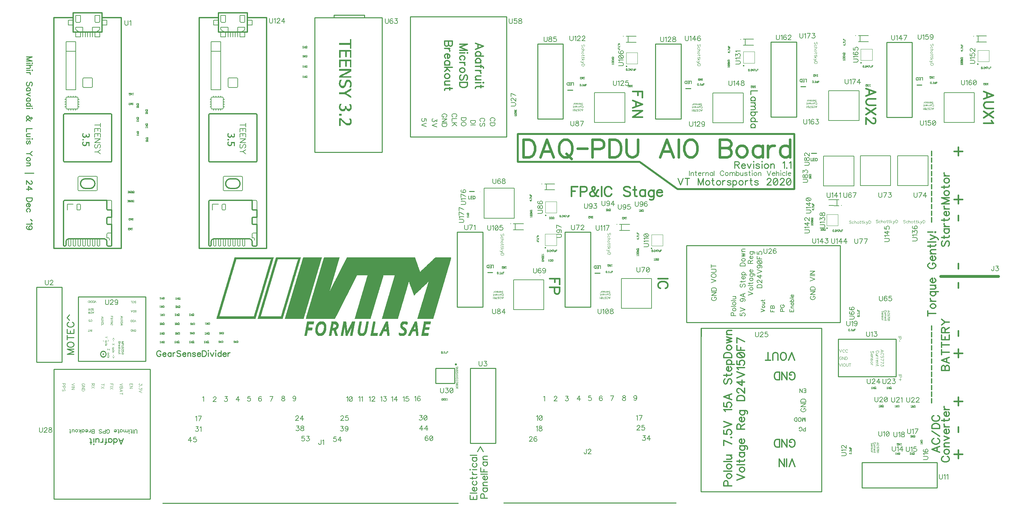
<source format=gbr>
%TF.GenerationSoftware,Novarm,DipTrace,3.3.1.1*%
%TF.CreationDate,2019-12-29T15:55:57+07:00*%
%FSLAX35Y35*%
%MOMM*%
%TF.FileFunction,Legend,Top*%
%TF.Part,Single*%
%ADD10C,0.25*%
%ADD12C,0.0762*%
%ADD13C,0.03333*%
%ADD14C,0.05*%
%ADD16C,0.5*%
%ADD17C,0.2*%
%ADD27C,0.8*%
%ADD30C,0.3048*%
%ADD31C,0.127*%
%ADD47O,0.39649X0.42205*%
%ADD50O,0.57292X0.57339*%
%ADD54C,0.1*%
%ADD68O,0.40802X0.41718*%
%ADD162C,0.19608*%
%ADD163C,0.39216*%
%ADD164C,0.27451*%
%ADD165C,0.23529*%
%ADD166C,0.70588*%
%ADD167C,0.31373*%
%ADD168C,0.2032*%
%ADD169C,0.07843*%
%ADD170C,0.11765*%
%ADD171C,0.15686*%
G75*
G01*
%LPD*%
X3750017Y-763D2*
D10*
X11550017D1*
X12746270Y13323D2*
X17296270D1*
X24278018Y5991572D2*
D27*
X25801972D1*
X2659737Y12824471D2*
D30*
Y6728420D1*
X881737D2*
Y12824471D1*
X1135813Y9039642D2*
Y10258728D1*
G02X1161060Y10284242I25193J319D01*
G01*
X2380413D1*
G02X2405660Y10258728I54J-25195D01*
G01*
Y9039642D1*
G02X2380413Y9014128I-25193J-319D01*
G01*
X1161060D1*
G02X1135813Y9039642I-54J25195D01*
G01*
X2659737Y6728420D2*
X881737D1*
X2151762Y12443623D2*
Y12634047D1*
Y12760996D1*
Y12824471D1*
Y12951420D1*
X1389711D1*
Y12824471D1*
Y12760996D1*
Y12634047D1*
Y12443623D1*
X1453186D1*
X1548487D1*
X1580313D1*
X1643787D1*
X1707262D1*
X1770737D1*
X1834211D1*
X1897686D1*
X1961160D1*
X1992987D1*
X2088287D1*
X2151762D1*
X2659737Y12824471D2*
X2151762D1*
X881737D2*
X1389711D1*
X2278711Y7998534D2*
D31*
X2380413D1*
G02X2405660Y7973020I54J-25195D01*
G01*
Y7744636D1*
D30*
Y7554212D1*
D31*
Y7363166D1*
D30*
Y7141005D1*
Y6817409D1*
G02X2380413Y6791895I-25193J-319D01*
G01*
X2310537D1*
G02X2278711Y6823632I-108J31718D01*
G01*
Y6918844D1*
G03X2215237Y6982318I-63436J38D01*
G01*
X2088287D1*
X2024813D1*
X1961160D1*
X1897686D1*
X1834211D1*
X1770737D1*
X1707262D1*
X1643787D1*
X1580313D1*
X1516660D1*
X1453186D1*
X1389711D1*
X1326237D1*
X1262762D1*
G03X1199287Y6918844I-38J-63436D01*
G01*
Y6823632D1*
G02X1167461Y6791895I-32024J287D01*
G01*
X1161060D1*
G02X1135813Y6817409I-54J25195D01*
G01*
Y7973020D1*
G02X1161060Y7998534I25193J319D01*
G01*
X2278711D1*
X2088287Y6982318D2*
D31*
Y6817409D1*
G02X2062862Y6791895I-25496J-18D01*
G01*
X2050060D1*
G02X2024813Y6817409I-54J25195D01*
G01*
Y6982318D1*
X1961160D2*
Y6817409D1*
G02X1935913Y6791895I-25193J-319D01*
G01*
X1923111D1*
G02X1897686Y6817409I71J25496D01*
G01*
Y6982318D1*
X1834211D2*
Y6817409D1*
G02X1808786Y6791895I-25496J-18D01*
G01*
X1796162D1*
G02X1770737Y6817409I71J25496D01*
G01*
Y6982318D1*
X1707262D2*
Y6817409D1*
G02X1681837Y6791895I-25496J-18D01*
G01*
X1669213D1*
G02X1643787Y6817409I71J25496D01*
G01*
Y6982318D1*
X1580313D2*
Y6817409D1*
G02X1554887Y6791895I-25496J-18D01*
G01*
X1542086D1*
G02X1516660Y6817409I71J25496D01*
G01*
Y6982318D1*
X1453186D2*
Y6817409D1*
G02X1427760Y6791895I-25496J-18D01*
G01*
X1415137D1*
G02X1389711Y6817409I71J25496D01*
G01*
Y6982318D1*
X1326237D2*
Y6817409D1*
G02X1300811Y6791895I-25496J-18D01*
G01*
X1288187D1*
G02X1262762Y6817409I71J25496D01*
G01*
Y6982318D1*
X1516660Y8607766D2*
Y8277947D1*
G03X1542086Y8252433I25496J-18D01*
G01*
X1999387D1*
G03X2024813Y8277947I-71J25496D01*
G01*
Y8607766D1*
G03X1999387Y8633280I-25496J18D01*
G01*
X1542086D1*
G03X1516660Y8607766I71J-25496D01*
G01*
X1580313Y8442857D2*
D30*
G02X1707262Y8569806I127177J-228D01*
G01*
X1834211D1*
G02X1961160Y8442857I-228J-127177D01*
G01*
G02X1834211Y8315907I-127177J228D01*
G01*
X1707262D1*
G02X1580313Y8442857I228J127177D01*
G01*
X1453186Y12189725D2*
D31*
Y11935204D1*
Y10919611D1*
X1199287D1*
Y11935204D1*
Y12189725D1*
X1453186D1*
Y11935204D2*
X1199287D1*
X1770737Y12443623D2*
Y12316674D1*
X1834211Y12443623D2*
Y12316674D1*
X1897686Y12443623D2*
Y12316674D1*
X1707262Y12443623D2*
Y12316674D1*
X1643787Y12443623D2*
Y12316674D1*
X2278711Y7998534D2*
D30*
Y7769528D1*
G03X2304137Y7744636I25501J617D01*
G01*
X2405660D1*
Y7554212D2*
X2304137D1*
G03X2278711Y7528698I71J-25496D01*
G01*
Y7388680D1*
G03X2304137Y7363166I25496J-18D01*
G01*
X2405660D1*
X1961160Y12443623D2*
D31*
Y12316674D1*
X2088287D1*
Y12443623D1*
X1580313D2*
Y12316674D1*
X1453186D1*
Y12443623D1*
X2151762Y12760996D2*
X2278711D1*
Y12634047D1*
X2151762D1*
X1389711Y12760996D2*
X1262762D1*
Y12634047D1*
X1389711D1*
X2088287Y12887945D2*
Y12729259D1*
G02X2056461Y12697522I-32024J287D01*
G01*
X1992987D1*
G02X1961160Y12729259I197J32024D01*
G01*
Y12887945D1*
X1453186D2*
Y12729259D1*
G03X1485012Y12697522I32024J287D01*
G01*
X1548487D1*
G03X1580313Y12729259I-197J32024D01*
G01*
Y12887945D1*
X2088287D2*
X1961160D1*
X1580313D2*
X1453186D1*
X1199287Y10474666D2*
Y10436706D1*
G03X1224713Y10411191I25496J-18D01*
G01*
X1262762D1*
X1326237D1*
X1389711D1*
X1453186D1*
X1491413D1*
G03X1516660Y10436706I54J25195D01*
G01*
Y10474666D1*
Y10538141D1*
Y10601615D1*
Y10665712D1*
Y10703672D1*
G03X1491413Y10729187I-25193J319D01*
G01*
X1453186D1*
X1389711D1*
X1326237D1*
X1262762D1*
X1224713D1*
G03X1199287Y10703672I71J-25496D01*
G01*
Y10665712D1*
Y10601615D1*
Y10538141D1*
Y10474666D1*
X1872260Y11236983D2*
X1669213D1*
G03X1643787Y11211469I71J-25496D01*
G01*
Y11008599D1*
G03X1669213Y10983085I25496J-18D01*
G01*
X1872260D1*
G03X1897686Y11008599I-71J25496D01*
G01*
Y11211469D1*
G03X1872260Y11236983I-25496J18D01*
G01*
X1554887Y7903322D2*
X1510437D1*
G03X1485012Y7877808I71J-25496D01*
G01*
Y7769528D1*
G03X1510437Y7744636I25501J617D01*
G01*
X1554887D1*
G03X1580313Y7769528I-76J25509D01*
G01*
Y7877808D1*
G03X1554887Y7903322I-25496J18D01*
G01*
X1389711D2*
X1230936D1*
Y7744636D1*
X1389711Y10411191D2*
Y10379454D1*
X1326237Y10411191D2*
Y10379454D1*
X1262762Y10411191D2*
Y10379454D1*
X1453186Y10411191D2*
Y10379454D1*
X1516660Y10474666D2*
X1548487D1*
X1516660Y10538141D2*
X1548487D1*
X1516660Y10601615D2*
X1548487D1*
X1516660Y10665712D2*
X1548487D1*
X1453186Y10729187D2*
Y10760924D1*
X1389711Y10729187D2*
Y10760924D1*
X1326237Y10729187D2*
Y10760924D1*
X1262762Y10729187D2*
Y10760924D1*
X1199287Y10474666D2*
X1167461D1*
X1199287Y10538141D2*
X1167461D1*
X1199287Y10601615D2*
X1167461D1*
X1199287Y10665712D2*
X1167461D1*
X2405660Y7141005D2*
X2310537D1*
G03X2278711Y7109268I-108J-31718D01*
G01*
Y7014056D1*
X2310537D1*
G02X2342186Y6982318I-70J-31718D01*
G01*
Y6950581D1*
X1897686Y12443623D2*
Y12570572D1*
X2088287D1*
Y12523900D1*
G02X2074063Y12497763I-30605J-283D01*
G01*
X1992987Y12443623D1*
X1643787D2*
Y12570572D1*
X1453186D1*
Y12523900D1*
G03X1467410Y12497763I30605J-283D01*
G01*
X1548487Y12443623D1*
X417270Y5708250D2*
D10*
X1090270D1*
Y3727250D1*
X417270D1*
Y5708250D1*
X12539260Y1581270D2*
X11866260D1*
Y3562270D1*
X12539260D1*
Y1581270D1*
X24185347Y1079553D2*
X22204347D1*
Y406553D1*
X24185347D1*
Y1079553D1*
X23103919Y4336910D2*
X21578069D1*
Y3346060D1*
X23103919D1*
Y4336910D1*
X17957603Y306167D2*
X21137603D1*
Y4626167D1*
X17957603D1*
Y306167D1*
X17962691Y4624007D2*
Y4404119D1*
X17572570Y4778260D2*
X21632570D1*
Y6808260D1*
X17572570D1*
Y4778260D1*
X3422133Y109053D2*
X882133D1*
Y3538053D1*
X3422133D1*
Y109053D1*
X3302470Y5456507D2*
X1524470D1*
Y3754707D1*
X3302470D1*
Y5456507D1*
X2108010Y3941820D2*
X2108182Y3947179D1*
X2108697Y3952513D1*
X2109552Y3957795D1*
X2110744Y3962999D1*
X2112266Y3968099D1*
X2114112Y3973072D1*
X2116272Y3977892D1*
X2118735Y3982537D1*
X2121490Y3986983D1*
X2124524Y3991209D1*
X2127820Y3995195D1*
X2131365Y3998920D1*
X2135139Y4002367D1*
X2139125Y4005520D1*
X2143303Y4008362D1*
X2147653Y4010880D1*
X2152154Y4013061D1*
X2156784Y4014895D1*
X2161520Y4016373D1*
X2166339Y4017489D1*
X2171218Y4018235D1*
X2176133Y4018609D1*
X2181060D1*
X2185975Y4018235D1*
X2190853Y4017489D1*
X2195673Y4016373D1*
X2200409Y4014895D1*
X2205038Y4013061D1*
X2209539Y4010880D1*
X2213890Y4008362D1*
X2218068Y4005520D1*
X2222054Y4002367D1*
X2225828Y3998920D1*
X2229372Y3995195D1*
X2232669Y3991209D1*
X2235702Y3986983D1*
X2238457Y3982537D1*
X2240920Y3977892D1*
X2243080Y3973072D1*
X2244926Y3968099D1*
X2246448Y3962999D1*
X2247640Y3957795D1*
X2248496Y3952513D1*
X2249011Y3947179D1*
X2249183Y3941820D1*
X2249011Y3936460D1*
X2248496Y3931126D1*
X2247640Y3925844D1*
X2246448Y3920641D1*
X2244926Y3915540D1*
X2243080Y3910567D1*
X2240920Y3905747D1*
X2238457Y3901103D1*
X2235702Y3896656D1*
X2232669Y3892430D1*
X2229372Y3888445D1*
X2225828Y3884719D1*
X2222054Y3881272D1*
X2218068Y3878119D1*
X2213890Y3875277D1*
X2209539Y3872760D1*
X2205038Y3870578D1*
X2200409Y3868744D1*
X2195673Y3867266D1*
X2190853Y3866151D1*
X2185975Y3865404D1*
X2181060Y3865030D1*
X2176133D1*
X2171218Y3865404D1*
X2166339Y3866151D1*
X2161520Y3867266D1*
X2156784Y3868744D1*
X2152154Y3870578D1*
X2147653Y3872760D1*
X2143303Y3875277D1*
X2139125Y3878119D1*
X2135139Y3881272D1*
X2131365Y3884719D1*
X2127820Y3888445D1*
X2124524Y3892430D1*
X2121490Y3896656D1*
X2118735Y3901103D1*
X2116272Y3905747D1*
X2114112Y3910567D1*
X2112266Y3915540D1*
X2110744Y3920641D1*
X2109552Y3925844D1*
X2108697Y3931126D1*
X2108182Y3936460D1*
X2108010Y3941820D1*
D47*
X2179930Y3940543D3*
X11454979Y3563948D2*
D10*
X10954983D1*
Y3163886D1*
X11454979D1*
Y3563948D1*
D50*
X11483565Y3670311D3*
X12829260Y12853740D2*
D10*
X10289260D1*
Y9678740D1*
X12829260D1*
Y12853740D1*
X9537417Y12829272D2*
Y9273253D1*
X7759417D1*
Y12829272D1*
X9537417D1*
X8267391D2*
Y12899253D1*
X9073359D1*
Y12829272D2*
Y12899253D1*
X21191034Y9169944D2*
D17*
X21991066D1*
Y8379954D1*
X21191034D1*
Y9169944D1*
D54*
Y8379954D1*
Y9169944D1*
X21991066D2*
Y8379954D1*
X21291038Y8274920D2*
D3*
G03X21291038Y8264927I29J-4997D01*
G01*
D3*
G03X21291038Y8274920I-29J4997D01*
G01*
X13026251Y8324063D2*
D17*
Y7524031D1*
X12236261D1*
Y8324063D1*
X13026251D1*
D54*
X12236261D1*
X13026251D1*
Y7524031D2*
X12236261D1*
X12131227Y8224059D2*
D3*
G03X12121234Y8224059I-4997J-29D01*
G01*
D3*
G03X12131227Y8224059I4997J29D01*
G01*
X13809166Y5114849D2*
D17*
X13009134D1*
Y5904839D1*
X13809166D1*
Y5114849D1*
D54*
Y5904839D1*
Y5114849D1*
X13009134D2*
Y5904839D1*
X13709162Y6009873D2*
D3*
G03X13709162Y6019866I-29J4997D01*
G01*
D3*
G03X13709162Y6009873I29J-4997D01*
G01*
X16652439Y5148399D2*
D17*
X15852407D1*
Y5938389D1*
X16652439D1*
Y5148399D1*
D54*
Y5938389D1*
Y5148399D1*
X15852407D2*
Y5938389D1*
X16552435Y6043423D2*
D3*
G03X16552435Y6053416I-29J4997D01*
G01*
D3*
G03X16552435Y6043423I29J-4997D01*
G01*
X12196060Y5183047D2*
D10*
X11523060D1*
Y7164047D1*
X12196060D1*
Y5183047D1*
X15041840Y5179367D2*
X14368840D1*
Y7160367D1*
X15041840D1*
Y5179367D1*
X22163904Y9178471D2*
D17*
X22963936D1*
Y8388481D1*
X22163904D1*
Y9178471D1*
D54*
Y8388481D1*
Y9178471D1*
X22963936D2*
Y8388481D1*
X22263908Y8283447D2*
D3*
G03X22263908Y8273454I29J-4997D01*
G01*
D3*
G03X22263908Y8283447I-29J4997D01*
G01*
X23146911Y9178441D2*
D17*
X23946943D1*
Y8388451D1*
X23146911D1*
Y9178441D1*
D54*
Y8388451D1*
Y9178441D1*
X23946943D2*
Y8388451D1*
X23246915Y8283417D2*
D3*
G03X23246915Y8273424I29J-4997D01*
G01*
D3*
G03X23246915Y8283417I-29J4997D01*
G01*
X12324947Y6093383D2*
D10*
X12455834D1*
X15155201Y6077427D2*
X15286087D1*
X21003023Y9243173D2*
X20872136D1*
X14316310Y10152587D2*
X13643310D1*
Y12133587D1*
X14316310D1*
Y10152587D1*
X13848753Y7671619D2*
D54*
X14148755D1*
Y7971601D1*
X13848753D1*
Y7671619D1*
D68*
X13854326Y7607053D3*
X13877526Y8278149D2*
D17*
Y8434448D1*
X13757556Y8435227D2*
D10*
D3*
X13829166Y8436595D2*
D17*
X14095053Y8436404D1*
X13829166Y8277545D2*
X14096727D1*
X13844177Y6811412D2*
D54*
X14144178D1*
Y7111394D1*
X13844177D1*
Y6811412D1*
D68*
X13849749Y6746846D3*
X14437857Y10915403D2*
D10*
X14568744D1*
X13053746Y7227263D2*
D17*
Y7383561D1*
X12933776Y7384341D2*
D10*
D3*
X13005386Y7385708D2*
D17*
X13271273Y7385517D1*
X13005386Y7226658D2*
X13272947D1*
X15982233Y11604519D2*
D54*
X16282235D1*
Y11904501D1*
X15982233D1*
Y11604519D1*
D68*
X15987806Y11539953D3*
X16650690Y6798676D2*
D54*
X16950692D1*
Y7098658D1*
X16650690D1*
Y6798676D1*
D68*
X16656263Y6734110D3*
X15857990Y7206463D2*
D17*
Y7362761D1*
X15738020Y7363541D2*
D10*
D3*
X15809629Y7364908D2*
D17*
X16075517Y7364717D1*
X15809629Y7205858D2*
X16077191D1*
X16030553Y12177129D2*
Y12333428D1*
X15910583Y12334207D2*
D10*
D3*
X15982193Y12335575D2*
D17*
X16248080Y12335384D1*
X15982193Y12176525D2*
X16249754D1*
X6490567Y12825121D2*
D30*
Y6729070D1*
X4712567D2*
Y12825121D1*
X4966643Y9040292D2*
Y10259378D1*
G02X4991890Y10284892I25193J319D01*
G01*
X6211243D1*
G02X6236490Y10259378I54J-25195D01*
G01*
Y9040292D1*
G02X6211243Y9014778I-25193J-319D01*
G01*
X4991890D1*
G02X4966643Y9040292I-54J25195D01*
G01*
X6490567Y6729070D2*
X4712567D1*
X5982592Y12444273D2*
Y12634697D1*
Y12761646D1*
Y12825121D1*
Y12952070D1*
X5220541D1*
Y12825121D1*
Y12761646D1*
Y12634697D1*
Y12444273D1*
X5284016D1*
X5379317D1*
X5411143D1*
X5474617D1*
X5538092D1*
X5601567D1*
X5665041D1*
X5728516D1*
X5791990D1*
X5823817D1*
X5919117D1*
X5982592D1*
X6490567Y12825121D2*
X5982592D1*
X4712567D2*
X5220541D1*
X6109541Y7999184D2*
D31*
X6211243D1*
G02X6236490Y7973670I54J-25195D01*
G01*
Y7745286D1*
D30*
Y7554862D1*
D31*
Y7363816D1*
D30*
Y7141655D1*
Y6818059D1*
G02X6211243Y6792545I-25193J-319D01*
G01*
X6141367D1*
G02X6109541Y6824282I-108J31718D01*
G01*
Y6919494D1*
G03X6046067Y6982968I-63436J38D01*
G01*
X5919117D1*
X5855643D1*
X5791990D1*
X5728516D1*
X5665041D1*
X5601567D1*
X5538092D1*
X5474617D1*
X5411143D1*
X5347490D1*
X5284016D1*
X5220541D1*
X5157067D1*
X5093592D1*
G03X5030117Y6919494I-38J-63436D01*
G01*
Y6824282D1*
G02X4998291Y6792545I-32024J287D01*
G01*
X4991890D1*
G02X4966643Y6818059I-54J25195D01*
G01*
Y7973670D1*
G02X4991890Y7999184I25193J319D01*
G01*
X6109541D1*
X5919117Y6982968D2*
D31*
Y6818059D1*
G02X5893692Y6792545I-25496J-18D01*
G01*
X5880890D1*
G02X5855643Y6818059I-54J25195D01*
G01*
Y6982968D1*
X5791990D2*
Y6818059D1*
G02X5766743Y6792545I-25193J-319D01*
G01*
X5753941D1*
G02X5728516Y6818059I71J25496D01*
G01*
Y6982968D1*
X5665041D2*
Y6818059D1*
G02X5639616Y6792545I-25496J-18D01*
G01*
X5626992D1*
G02X5601567Y6818059I71J25496D01*
G01*
Y6982968D1*
X5538092D2*
Y6818059D1*
G02X5512667Y6792545I-25496J-18D01*
G01*
X5500043D1*
G02X5474617Y6818059I71J25496D01*
G01*
Y6982968D1*
X5411143D2*
Y6818059D1*
G02X5385717Y6792545I-25496J-18D01*
G01*
X5372916D1*
G02X5347490Y6818059I71J25496D01*
G01*
Y6982968D1*
X5284016D2*
Y6818059D1*
G02X5258590Y6792545I-25496J-18D01*
G01*
X5245967D1*
G02X5220541Y6818059I71J25496D01*
G01*
Y6982968D1*
X5157067D2*
Y6818059D1*
G02X5131641Y6792545I-25496J-18D01*
G01*
X5119017D1*
G02X5093592Y6818059I71J25496D01*
G01*
Y6982968D1*
X5347490Y8608416D2*
Y8278597D1*
G03X5372916Y8253083I25496J-18D01*
G01*
X5830217D1*
G03X5855643Y8278597I-71J25496D01*
G01*
Y8608416D1*
G03X5830217Y8633930I-25496J18D01*
G01*
X5372916D1*
G03X5347490Y8608416I71J-25496D01*
G01*
X5411143Y8443507D2*
D30*
G02X5538092Y8570456I127177J-228D01*
G01*
X5665041D1*
G02X5791990Y8443507I-228J-127177D01*
G01*
G02X5665041Y8316557I-127177J228D01*
G01*
X5538092D1*
G02X5411143Y8443507I228J127177D01*
G01*
X5284016Y12190375D2*
D31*
Y11935854D1*
Y10920261D1*
X5030117D1*
Y11935854D1*
Y12190375D1*
X5284016D1*
Y11935854D2*
X5030117D1*
X5601567Y12444273D2*
Y12317324D1*
X5665041Y12444273D2*
Y12317324D1*
X5728516Y12444273D2*
Y12317324D1*
X5538092Y12444273D2*
Y12317324D1*
X5474617Y12444273D2*
Y12317324D1*
X6109541Y7999184D2*
D30*
Y7770178D1*
G03X6134967Y7745286I25501J617D01*
G01*
X6236490D1*
Y7554862D2*
X6134967D1*
G03X6109541Y7529348I71J-25496D01*
G01*
Y7389330D1*
G03X6134967Y7363816I25496J-18D01*
G01*
X6236490D1*
X5791990Y12444273D2*
D31*
Y12317324D1*
X5919117D1*
Y12444273D1*
X5411143D2*
Y12317324D1*
X5284016D1*
Y12444273D1*
X5982592Y12761646D2*
X6109541D1*
Y12634697D1*
X5982592D1*
X5220541Y12761646D2*
X5093592D1*
Y12634697D1*
X5220541D1*
X5919117Y12888595D2*
Y12729909D1*
G02X5887291Y12698172I-32024J287D01*
G01*
X5823817D1*
G02X5791990Y12729909I197J32024D01*
G01*
Y12888595D1*
X5284016D2*
Y12729909D1*
G03X5315842Y12698172I32024J287D01*
G01*
X5379317D1*
G03X5411143Y12729909I-197J32024D01*
G01*
Y12888595D1*
X5919117D2*
X5791990D1*
X5411143D2*
X5284016D1*
X5030117Y10475316D2*
Y10437356D1*
G03X5055543Y10411841I25496J-18D01*
G01*
X5093592D1*
X5157067D1*
X5220541D1*
X5284016D1*
X5322243D1*
G03X5347490Y10437356I54J25195D01*
G01*
Y10475316D1*
Y10538791D1*
Y10602265D1*
Y10666362D1*
Y10704322D1*
G03X5322243Y10729837I-25193J319D01*
G01*
X5284016D1*
X5220541D1*
X5157067D1*
X5093592D1*
X5055543D1*
G03X5030117Y10704322I71J-25496D01*
G01*
Y10666362D1*
Y10602265D1*
Y10538791D1*
Y10475316D1*
X5703090Y11237633D2*
X5500043D1*
G03X5474617Y11212119I71J-25496D01*
G01*
Y11009249D1*
G03X5500043Y10983735I25496J-18D01*
G01*
X5703090D1*
G03X5728516Y11009249I-71J25496D01*
G01*
Y11212119D1*
G03X5703090Y11237633I-25496J18D01*
G01*
X5385717Y7903972D2*
X5341267D1*
G03X5315842Y7878458I71J-25496D01*
G01*
Y7770178D1*
G03X5341267Y7745286I25501J617D01*
G01*
X5385717D1*
G03X5411143Y7770178I-76J25509D01*
G01*
Y7878458D1*
G03X5385717Y7903972I-25496J18D01*
G01*
X5220541D2*
X5061766D1*
Y7745286D1*
X5220541Y10411841D2*
Y10380104D1*
X5157067Y10411841D2*
Y10380104D1*
X5093592Y10411841D2*
Y10380104D1*
X5284016Y10411841D2*
Y10380104D1*
X5347490Y10475316D2*
X5379317D1*
X5347490Y10538791D2*
X5379317D1*
X5347490Y10602265D2*
X5379317D1*
X5347490Y10666362D2*
X5379317D1*
X5284016Y10729837D2*
Y10761574D1*
X5220541Y10729837D2*
Y10761574D1*
X5157067Y10729837D2*
Y10761574D1*
X5093592Y10729837D2*
Y10761574D1*
X5030117Y10475316D2*
X4998291D1*
X5030117Y10538791D2*
X4998291D1*
X5030117Y10602265D2*
X4998291D1*
X5030117Y10666362D2*
X4998291D1*
X6236490Y7141655D2*
X6141367D1*
G03X6109541Y7109918I-108J-31718D01*
G01*
Y7014706D1*
X6141367D1*
G02X6173016Y6982968I-70J-31718D01*
G01*
Y6951231D1*
X5728516Y12444273D2*
Y12571222D1*
X5919117D1*
Y12524550D1*
G02X5904893Y12498413I-30605J-283D01*
G01*
X5823817Y12444273D1*
X5474617D2*
Y12571222D1*
X5284016D1*
Y12524550D1*
G03X5298240Y12498413I30605J-283D01*
G01*
X5379317Y12444273D1*
X15946339Y10059919D2*
D17*
X15146307D1*
Y10849909D1*
X15946339D1*
Y10059919D1*
D54*
Y10849909D1*
Y10059919D1*
X15146307D2*
Y10849909D1*
X15846335Y10954943D2*
D3*
G03X15846335Y10964936I-29J4997D01*
G01*
D3*
G03X15846335Y10954943I29J-4997D01*
G01*
X17427127Y10151057D2*
D10*
X16754127D1*
Y12132057D1*
X17427127D1*
Y10151057D1*
X17549981Y10957187D2*
X17680867D1*
X19072243Y11626432D2*
D54*
X19372245D1*
Y11926414D1*
X19072243D1*
Y11626432D1*
D68*
X19077816Y11561866D3*
X19124853Y12098566D2*
D17*
Y12254864D1*
X19004883Y12255644D2*
D10*
D3*
X19076493Y12257012D2*
D17*
X19342380Y12256821D1*
X19076493Y12097962D2*
X19344054D1*
X21275197Y7332329D2*
D54*
X21575198D1*
Y7632311D1*
X21275197D1*
Y7332329D1*
D68*
X21280769Y7267763D3*
X21547990Y8020464D2*
D17*
Y7864166D1*
X21667960Y7863386D2*
D10*
D3*
X21596351Y7862018D2*
D17*
X21330463Y7862209D1*
X21596351Y8021068D2*
X21328789D1*
X23527337Y10198913D2*
D10*
X22854337D1*
Y12179913D1*
X23527337D1*
Y10198913D1*
X19071739Y10049323D2*
D17*
X18271707D1*
Y10839312D1*
X19071739D1*
Y10049323D1*
D54*
Y10839312D1*
Y10049323D1*
X18271707D2*
Y10839312D1*
X18971735Y10944347D2*
D3*
G03X18971735Y10954340I-29J4997D01*
G01*
D3*
G03X18971735Y10944347I29J-4997D01*
G01*
X23652004Y11048323D2*
D10*
X23782891D1*
X25260017Y11665269D2*
D54*
X25560018D1*
Y11965251D1*
X25260017D1*
Y11665269D1*
D68*
X25265589Y11600703D3*
X25274443Y12183086D2*
D17*
Y12339384D1*
X25154473Y12340164D2*
D10*
D3*
X25226083Y12341532D2*
D17*
X25491970Y12341341D1*
X25226083Y12182482D2*
X25493644D1*
X25171819Y10055923D2*
X24371787D1*
Y10845912D1*
X25171819D1*
Y10055923D1*
D54*
Y10845912D1*
Y10055923D1*
X24371787D2*
Y10845912D1*
X25071815Y10950947D2*
D3*
G03X25071815Y10960940I-29J4997D01*
G01*
D3*
G03X25071815Y10950947I29J-4997D01*
G01*
X20476633Y10202493D2*
D10*
X19803633D1*
Y12183493D1*
X20476633D1*
Y10202493D1*
X20587394Y11004430D2*
X20718281D1*
X22175177Y11698829D2*
D54*
X22475178D1*
Y11998811D1*
X22175177D1*
Y11698829D1*
D68*
X22180749Y11634263D3*
X22158403Y12192816D2*
D17*
Y12349114D1*
X22038433Y12349894D2*
D10*
D3*
X22110043Y12351262D2*
D17*
X22375930Y12351071D1*
X22110043Y12192212D2*
X22377604D1*
X22128223Y10106506D2*
X21328191D1*
Y10896496D1*
X22128223D1*
Y10106506D1*
D54*
Y10896496D1*
Y10106506D1*
X21328191D2*
Y10896496D1*
X22028219Y11001530D2*
D3*
G03X22028219Y11011523I-29J4997D01*
G01*
D3*
G03X22028219Y11001530I29J-4997D01*
G01*
X11970723Y8241970D2*
D10*
X11839836D1*
X13125360Y9755797D2*
D16*
X20420053Y9755763D1*
X20420060Y9740543D2*
Y8309247D1*
Y8301263D2*
X17338707Y8301217D1*
X16334667Y9016093D1*
X16341970Y9016063D2*
X13125360D1*
X13125387Y9016093D2*
Y9755763D1*
X5645460Y6496880D2*
D12*
X6674160D1*
X6742740D2*
X7390440D1*
X7459020D2*
X7946700D1*
X8007660D2*
X8411520D1*
X8609640D2*
X10400340D1*
X10948980D2*
X11352840D1*
X5644282Y6489260D2*
X6671525D1*
X6738932D2*
X7387805D1*
X7455212D2*
X7943153D1*
X8003852D2*
X8408915D1*
X8606745D2*
X10403235D1*
X10938730D2*
X11352840D1*
X5642363Y6481640D2*
X6668989D1*
X6735767D2*
X7385269D1*
X7452047D2*
X7940696D1*
X8000687D2*
X8406617D1*
X8603470D2*
X10406480D1*
X10929834D2*
X11352840D1*
X5640123Y6474020D2*
X6666574D1*
X6732804D2*
X7382854D1*
X7449084D2*
X7938618D1*
X7997753D2*
X8404905D1*
X8599932D2*
X10409780D1*
X10921253D2*
X11352810D1*
X5637817Y6466400D2*
X6663973D1*
X6730090D2*
X7380282D1*
X7446370D2*
X7936272D1*
X7995278D2*
X8403187D1*
X8596230D2*
X10412749D1*
X10912522D2*
X11352542D1*
X5635284Y6458780D2*
X6661415D1*
X6727591D2*
X7377963D1*
X7443871D2*
X7933851D1*
X7993482D2*
X8400996D1*
X8592472D2*
X10415385D1*
X10904083D2*
X11351571D1*
X5632977Y6451160D2*
X6658977D1*
X6724955D2*
X7376228D1*
X7441264D2*
X7931476D1*
X7991729D2*
X8398637D1*
X8588673D2*
X10418085D1*
X10896004D2*
X11349716D1*
X5631246Y6443540D2*
X5683530D1*
X6607048D2*
X6656392D1*
X6722383D2*
X6779662D1*
X7323328D2*
X7374497D1*
X7438931D2*
X7928887D1*
X7989524D2*
X8396284D1*
X8584875D2*
X10420682D1*
X10888168D2*
X11347495D1*
X5629517Y6435920D2*
X5683262D1*
X6602323D2*
X6654066D1*
X6719939D2*
X6777743D1*
X7318603D2*
X7372300D1*
X7437191D2*
X7926333D1*
X7987160D2*
X8393703D1*
X8581061D2*
X10423135D1*
X10880456D2*
X11345195D1*
X5627350Y6428300D2*
X5682291D1*
X6598800D2*
X6652329D1*
X6717353D2*
X6775503D1*
X7315080D2*
X7369938D1*
X7435458D2*
X7923896D1*
X7984805D2*
X8391152D1*
X8577258D2*
X10425755D1*
X10872800D2*
X11342663D1*
X5625226Y6420680D2*
X5680436D1*
X6595708D2*
X6650598D1*
X6715027D2*
X6773197D1*
X7312018D2*
X7367584D1*
X7433260D2*
X7921282D1*
X7982224D2*
X8388716D1*
X8573442D2*
X10428321D1*
X10865167D2*
X11340356D1*
X5623576Y6413060D2*
X5678215D1*
X6592951D2*
X6648400D1*
X6713289D2*
X6770634D1*
X7309499D2*
X7365033D1*
X7430898D2*
X7918719D1*
X7979672D2*
X8386132D1*
X8569638D2*
X10430762D1*
X10857542D2*
X11338626D1*
X5621849Y6405440D2*
X5675915D1*
X6590438D2*
X6646038D1*
X6711558D2*
X6768089D1*
X7307689D2*
X7362720D1*
X7428544D2*
X7916278D1*
X7977236D2*
X8383806D1*
X8565822D2*
X10433377D1*
X10849891D2*
X11336897D1*
X5619426Y6397820D2*
X5673353D1*
X6587826D2*
X6643684D1*
X6709360D2*
X6765655D1*
X7305931D2*
X7360987D1*
X7425993D2*
X7913693D1*
X7974622D2*
X8382069D1*
X8562018D2*
X10435941D1*
X10842003D2*
X11334700D1*
X5616365Y6390200D2*
X5670809D1*
X6585491D2*
X6641133D1*
X6706998D2*
X6763042D1*
X7303725D2*
X7359257D1*
X7423680D2*
X7911367D1*
X7972059D2*
X8380338D1*
X8558202D2*
X10438412D1*
X10833441D2*
X11332338D1*
X5613159Y6382580D2*
X5668375D1*
X6583751D2*
X6638820D1*
X6704644D2*
X6760478D1*
X7301360D2*
X7357060D1*
X7421947D2*
X7909629D1*
X7969618D2*
X8378140D1*
X8554368D2*
X10441265D1*
X10824234D2*
X11329984D1*
X5610450Y6374960D2*
X5665762D1*
X6582018D2*
X6637087D1*
X6702093D2*
X6758038D1*
X7299005D2*
X7354698D1*
X7420217D2*
X7907898D1*
X7967033D2*
X8375778D1*
X8550314D2*
X10444532D1*
X10815364D2*
X11327433D1*
X5608523Y6367340D2*
X5663198D1*
X6579820D2*
X6635357D1*
X6699780D2*
X6755453D1*
X7296424D2*
X7352344D1*
X7418020D2*
X7905700D1*
X7964707D2*
X8373424D1*
X8545777D2*
X10447857D1*
X10807269D2*
X11325120D1*
X5606709Y6359720D2*
X5660758D1*
X6577458D2*
X6633160D1*
X6698047D2*
X6753127D1*
X7293872D2*
X7349764D1*
X7415658D2*
X7903338D1*
X7962969D2*
X8370873D1*
X8540869D2*
X10450839D1*
X10799071D2*
X11323387D1*
X5604479Y6352100D2*
X5658173D1*
X6575104D2*
X6630798D1*
X6696317D2*
X6751389D1*
X7291436D2*
X7347212D1*
X7413304D2*
X7900984D1*
X7961238D2*
X8368560D1*
X8536233D2*
X10453481D1*
X10790503D2*
X11321657D1*
X5602105Y6344480D2*
X5655847D1*
X6572553D2*
X6628444D1*
X6694120D2*
X6749658D1*
X7288822D2*
X7344776D1*
X7410753D2*
X7898433D1*
X7959040D2*
X8366827D1*
X8532188D2*
X10456183D1*
X10782127D2*
X11319460D1*
X5599747Y6336860D2*
X5654109D1*
X6570240D2*
X6625893D1*
X6691758D2*
X6747460D1*
X7286259D2*
X7342162D1*
X7408440D2*
X7896120D1*
X7956678D2*
X8365097D1*
X8528878D2*
X10458782D1*
X10774072D2*
X11317098D1*
X5597194Y6329240D2*
X5652378D1*
X6568507D2*
X6623580D1*
X6689404D2*
X6745098D1*
X7283818D2*
X7339599D1*
X7406707D2*
X7894387D1*
X7954324D2*
X8362900D1*
X8526070D2*
X10461235D1*
X10766244D2*
X11314744D1*
X5594880Y6321620D2*
X5650180D1*
X6566777D2*
X6621847D1*
X6686824D2*
X6742744D1*
X7281233D2*
X7337158D1*
X7404947D2*
X7892657D1*
X7951773D2*
X8360538D1*
X8523078D2*
X10463855D1*
X10758535D2*
X11312193D1*
X5593147Y6314000D2*
X5647818D1*
X6564580D2*
X6620087D1*
X6684272D2*
X6740193D1*
X7278907D2*
X7334573D1*
X7402512D2*
X7890460D1*
X7949460D2*
X8358184D1*
X8519727D2*
X10466421D1*
X10750880D2*
X11309880D1*
X5591417Y6306380D2*
X5645464D1*
X6562218D2*
X6617652D1*
X6681836D2*
X6737880D1*
X7277169D2*
X7332247D1*
X7399447D2*
X7888098D1*
X7947727D2*
X8355633D1*
X8516116D2*
X10468862D1*
X10743247D2*
X11308147D1*
X5589220Y6298760D2*
X5642913D1*
X6559864D2*
X6614587D1*
X6679252D2*
X6736147D1*
X7275438D2*
X7330509D1*
X7396239D2*
X7885744D1*
X7945997D2*
X8353320D1*
X8512156D2*
X10471477D1*
X10735622D2*
X11306417D1*
X5586858Y6291140D2*
X5640600D1*
X6557284D2*
X6611379D1*
X6676926D2*
X6734417D1*
X7273240D2*
X7328778D1*
X7393530D2*
X7883193D1*
X7943800D2*
X8351587D1*
X8507656D2*
X10474041D1*
X10728001D2*
X11304220D1*
X5584504Y6283520D2*
X5638867D1*
X6554732D2*
X6608670D1*
X6675189D2*
X6732220D1*
X7270878D2*
X7326580D1*
X7391603D2*
X7880880D1*
X7941438D2*
X8349827D1*
X8502762D2*
X10476482D1*
X10720380D2*
X11301858D1*
X5581953Y6275900D2*
X5637137D1*
X6552296D2*
X6606743D1*
X6673458D2*
X6729858D1*
X7268524D2*
X7324218D1*
X7389789D2*
X7879147D1*
X7939084D2*
X8347392D1*
X8498101D2*
X10479097D1*
X10712760D2*
X11299504D1*
X5579640Y6268280D2*
X5634940D1*
X6549682D2*
X6604929D1*
X6671260D2*
X6727504D1*
X7265973D2*
X7321864D1*
X7387559D2*
X7877387D1*
X7936533D2*
X8344327D1*
X8493819D2*
X10481661D1*
X10705140D2*
X11296924D1*
X5577907Y6260660D2*
X5632578D1*
X6547119D2*
X6602699D1*
X6668898D2*
X6724924D1*
X7263660D2*
X7319313D1*
X7385185D2*
X7874952D1*
X7934220D2*
X8341119D1*
X8489777D2*
X10484102D1*
X10697520D2*
X11294372D1*
X5576177Y6253040D2*
X5630224D1*
X6544678D2*
X6600325D1*
X6666544D2*
X6722372D1*
X7261927D2*
X7317000D1*
X7382827D2*
X7871887D1*
X7932487D2*
X8338410D1*
X8485877D2*
X10486717D1*
X10689870D2*
X11291936D1*
X5573980Y6245420D2*
X5627673D1*
X6542093D2*
X6597967D1*
X6663964D2*
X6719936D1*
X7260197D2*
X7315267D1*
X7380274D2*
X7868679D1*
X7930757D2*
X8336483D1*
X8482023D2*
X10489281D1*
X10681982D2*
X11289322D1*
X5571618Y6237800D2*
X5625360D1*
X6539767D2*
X6595414D1*
X6661412D2*
X6717322D1*
X7258000D2*
X7313537D1*
X7377960D2*
X7865970D1*
X7928560D2*
X8334669D1*
X8478205D2*
X10491752D1*
X10673391D2*
X11286759D1*
X5569264Y6230180D2*
X5623627D1*
X6538029D2*
X6593100D1*
X6658976D2*
X6714759D1*
X7255638D2*
X7311340D1*
X7376227D2*
X7864043D1*
X7926198D2*
X8332469D1*
X8474384D2*
X10494605D1*
X10663946D2*
X11284318D1*
X5566684Y6222560D2*
X5621897D1*
X6536298D2*
X6591367D1*
X6656392D2*
X6712318D1*
X7253284D2*
X7308978D1*
X7374497D2*
X7862229D1*
X7923844D2*
X8330333D1*
X8470579D2*
X10497872D1*
X10654373D2*
X11281733D1*
X5564132Y6214940D2*
X5619700D1*
X6534100D2*
X6589637D1*
X6654066D2*
X6709733D1*
X7250733D2*
X7306624D1*
X7372300D2*
X7859999D1*
X7921264D2*
X8328678D1*
X8466762D2*
X10501197D1*
X10645424D2*
X11279407D1*
X5561696Y6207320D2*
X5617338D1*
X6531738D2*
X6587440D1*
X6652329D2*
X6707407D1*
X7248420D2*
X7304073D1*
X7369938D2*
X7857625D1*
X7918712D2*
X8326979D1*
X8462958D2*
X10504179D1*
X10637097D2*
X11277669D1*
X5559082Y6199700D2*
X5614984D1*
X6529384D2*
X6585078D1*
X6650598D2*
X6705669D1*
X7246687D2*
X7301760D1*
X7367584D2*
X7855267D1*
X7916276D2*
X8324794D1*
X8459142D2*
X10506821D1*
X10629154D2*
X11275938D1*
X5556519Y6192080D2*
X5612404D1*
X6526833D2*
X6582724D1*
X6648400D2*
X6703938D1*
X7244927D2*
X7300027D1*
X7365033D2*
X7852714D1*
X7913692D2*
X8322436D1*
X8455338D2*
X10509523D1*
X10621400D2*
X11273740D1*
X5554078Y6184460D2*
X5609852D1*
X6524520D2*
X6580173D1*
X6646038D2*
X6701740D1*
X7242492D2*
X7298267D1*
X7362720D2*
X7850400D1*
X7911366D2*
X8320084D1*
X8451522D2*
X10512122D1*
X10613729D2*
X11271378D1*
X5551493Y6176840D2*
X5607416D1*
X6522787D2*
X6577860D1*
X6643684D2*
X6699378D1*
X7239427D2*
X7295832D1*
X7360987D2*
X7848667D1*
X7909629D2*
X8317533D1*
X8447718D2*
X10514575D1*
X10606090D2*
X11269024D1*
X5549167Y6169220D2*
X5604802D1*
X6521057D2*
X6576127D1*
X6641104D2*
X6697024D1*
X7236219D2*
X7292767D1*
X7359257D2*
X7846937D1*
X7907898D2*
X8315220D1*
X8443902D2*
X10517195D1*
X10598463D2*
X11266473D1*
X5547429Y6161600D2*
X5602239D1*
X6518860D2*
X6574397D1*
X6638552D2*
X6694473D1*
X7233510D2*
X7289559D1*
X7357060D2*
X7844740D1*
X7905700D2*
X8313487D1*
X8440098D2*
X10519761D1*
X10590841D2*
X11264160D1*
X5545698Y6153980D2*
X5599798D1*
X6516498D2*
X6572200D1*
X6636116D2*
X6692160D1*
X7231583D2*
X7286850D1*
X7354698D2*
X7842378D1*
X7903338D2*
X8311757D1*
X8436282D2*
X10522231D1*
X10583220D2*
X11262427D1*
X5543500Y6146360D2*
X5597213D1*
X6514144D2*
X6569838D1*
X6633532D2*
X6690427D1*
X7229769D2*
X7284923D1*
X7352344D2*
X7840024D1*
X7900984D2*
X8309560D1*
X8432478D2*
X10525108D1*
X10575600D2*
X11260697D1*
X5541138Y6138740D2*
X5594887D1*
X6511564D2*
X6567484D1*
X6631206D2*
X6688697D1*
X7227539D2*
X7283109D1*
X7349764D2*
X7837473D1*
X7898433D2*
X8307198D1*
X8428662D2*
X10528602D1*
X10567980D2*
X11258500D1*
X5538784Y6131120D2*
X5593149D1*
X6509012D2*
X6564904D1*
X6629469D2*
X6686500D1*
X7225165D2*
X7280879D1*
X7347212D2*
X7835160D1*
X7896120D2*
X8304844D1*
X8424858D2*
X10532796D1*
X10560360D2*
X11256138D1*
X5536233Y6123500D2*
X5591418D1*
X6506576D2*
X6562352D1*
X6627738D2*
X6684138D1*
X7222807D2*
X7278505D1*
X7344776D2*
X7833427D1*
X7894387D2*
X8302293D1*
X8421042D2*
X10537500D1*
X10552740D2*
X11253784D1*
X5533920Y6115880D2*
X5589250D1*
X6503992D2*
X6559916D1*
X6625540D2*
X6681784D1*
X7220254D2*
X7276147D1*
X7342162D2*
X7831697D1*
X7892657D2*
X8299980D1*
X8417238D2*
X11251233D1*
X5532187Y6108260D2*
X5587126D1*
X6501666D2*
X6557302D1*
X6623178D2*
X6679233D1*
X7217940D2*
X7273594D1*
X7339599D2*
X7829500D1*
X7890460D2*
X8298247D1*
X8413422D2*
X11248920D1*
X5530457Y6100640D2*
X5585476D1*
X6499929D2*
X6554739D1*
X6620824D2*
X6676920D1*
X7216207D2*
X7271280D1*
X7337158D2*
X7827138D1*
X7888098D2*
X8296487D1*
X8409618D2*
X11247187D1*
X5528260Y6093020D2*
X5583778D1*
X6498198D2*
X6552298D1*
X6618244D2*
X6675187D1*
X7214477D2*
X7269547D1*
X7334573D2*
X7824784D1*
X7885744D2*
X8294052D1*
X8405802D2*
X11245427D1*
X5525898Y6085400D2*
X5581594D1*
X6496000D2*
X6549713D1*
X6615692D2*
X6673427D1*
X7212280D2*
X7267817D1*
X7332247D2*
X7822204D1*
X7883193D2*
X8290987D1*
X8401998D2*
X11242992D1*
X5523544Y6077780D2*
X5579236D1*
X6493638D2*
X6547387D1*
X6613256D2*
X6670992D1*
X7209918D2*
X7265620D1*
X7330509D2*
X7819652D1*
X7880880D2*
X8287779D1*
X8398182D2*
X11239927D1*
X5520993Y6070160D2*
X5576884D1*
X6491284D2*
X6545649D1*
X6610672D2*
X6667927D1*
X7207564D2*
X7263258D1*
X7328778D2*
X7817216D1*
X7879147D2*
X8285070D1*
X8394378D2*
X11236719D1*
X5518680Y6062540D2*
X5574303D1*
X6488704D2*
X6543918D1*
X6608346D2*
X6664719D1*
X7205013D2*
X7260904D1*
X7326580D2*
X7814602D1*
X7877387D2*
X8283143D1*
X8390562D2*
X11234010D1*
X5516947Y6054920D2*
X5571752D1*
X6486152D2*
X6541720D1*
X6606609D2*
X6662010D1*
X7202700D2*
X7258353D1*
X7324218D2*
X7812039D1*
X7874952D2*
X8281329D1*
X8386758D2*
X11232083D1*
X5515187Y6047300D2*
X5569316D1*
X6483716D2*
X6539358D1*
X6604878D2*
X6660083D1*
X7200967D2*
X7256040D1*
X7321864D2*
X7809598D1*
X7871887D2*
X8279099D1*
X8382942D2*
X11230269D1*
X5512752Y6039680D2*
X5566702D1*
X6481132D2*
X6537004D1*
X6602680D2*
X6658269D1*
X7199207D2*
X7254307D1*
X7319313D2*
X7807013D1*
X7868679D2*
X8276725D1*
X8379138D2*
X11228039D1*
X5509687Y6032060D2*
X5564138D1*
X6478806D2*
X6534453D1*
X6600318D2*
X6656039D1*
X7196772D2*
X7252577D1*
X7317000D2*
X7804687D1*
X7865970D2*
X8274367D1*
X8375322D2*
X11225665D1*
X5506479Y6024440D2*
X5561698D1*
X6477069D2*
X6532140D1*
X6597964D2*
X6653665D1*
X7193707D2*
X7250380D1*
X7315267D2*
X7802949D1*
X7864043D2*
X8271814D1*
X8371518D2*
X8867513D1*
X9159778D2*
X9569470D1*
X9873382D2*
X11223307D1*
X5503770Y6016820D2*
X5559083D1*
X6475338D2*
X6530407D1*
X6595413D2*
X6651307D1*
X7190499D2*
X7248018D1*
X7313537D2*
X7801218D1*
X7862229D2*
X8269500D1*
X8367702D2*
X8865356D1*
X9155291D2*
X9568493D1*
X9871463D2*
X11220754D1*
X5501843Y6009200D2*
X5556519D1*
X6473170D2*
X6528677D1*
X6593100D2*
X6648754D1*
X7187790D2*
X7245664D1*
X7311340D2*
X7799020D1*
X7859999D2*
X8267767D1*
X8363898D2*
X8862382D1*
X9152472D2*
X9566667D1*
X9869223D2*
X11218440D1*
X5500029Y6001580D2*
X5554078D1*
X6471046D2*
X6526480D1*
X6591367D2*
X6646440D1*
X7185863D2*
X7243084D1*
X7308978D2*
X7796658D1*
X7857625D2*
X8266037D1*
X8360082D2*
X8858954D1*
X9150263D2*
X9564683D1*
X9866917D2*
X11216707D1*
X5497799Y5993960D2*
X5551493D1*
X6469396D2*
X6524118D1*
X6589637D2*
X6644707D1*
X7184049D2*
X7240532D1*
X7306624D2*
X7794304D1*
X7855267D2*
X8263840D1*
X8356248D2*
X8855292D1*
X9147873D2*
X9563086D1*
X9864384D2*
X11214977D1*
X5495425Y5986340D2*
X5549167D1*
X6467698D2*
X6521764D1*
X6587440D2*
X6642977D1*
X7181819D2*
X7238096D1*
X7304073D2*
X7791753D1*
X7852714D2*
X8261478D1*
X8352194D2*
X8851546D1*
X9145438D2*
X9561408D1*
X9862077D2*
X11212780D1*
X5493067Y5978720D2*
X5547429D1*
X6465514D2*
X6519213D1*
X6585078D2*
X6640780D1*
X7179445D2*
X7235482D1*
X7301760D2*
X7789440D1*
X7850400D2*
X8259124D1*
X8347657D2*
X8847751D1*
X9143058D2*
X9559230D1*
X9860346D2*
X11210418D1*
X5490514Y5971100D2*
X5545698D1*
X6463156D2*
X6516900D1*
X6582724D2*
X6638418D1*
X7177087D2*
X7232919D1*
X7300027D2*
X7787707D1*
X7848667D2*
X8256573D1*
X8342749D2*
X8843954D1*
X9140468D2*
X9556875D1*
X9858617D2*
X11208064D1*
X5488200Y5963480D2*
X5543530D1*
X6460804D2*
X6515167D1*
X6580144D2*
X6636064D1*
X7174534D2*
X7230478D1*
X7298267D2*
X7785977D1*
X7846937D2*
X8254260D1*
X8338083D2*
X8840141D1*
X9137913D2*
X9554523D1*
X9856420D2*
X11205513D1*
X5486467Y5955860D2*
X5541406D1*
X6458223D2*
X6513407D1*
X6577592D2*
X6633513D1*
X7172220D2*
X7227893D1*
X7295832D2*
X7783780D1*
X7844740D2*
X8252527D1*
X8333800D2*
X8836338D1*
X9135476D2*
X9551943D1*
X9854058D2*
X11203200D1*
X5484737Y5948240D2*
X5539756D1*
X6455672D2*
X6510972D1*
X6575156D2*
X6631200D1*
X7170487D2*
X7225567D1*
X7292767D2*
X7781418D1*
X7842378D2*
X8250797D1*
X8329757D2*
X8832522D1*
X9132862D2*
X9549392D1*
X9851704D2*
X11201467D1*
X5482540Y5940620D2*
X5538058D1*
X6453236D2*
X6507907D1*
X6572572D2*
X6629467D1*
X7168757D2*
X7223829D1*
X7289559D2*
X7779064D1*
X7840024D2*
X8248600D1*
X8325857D2*
X8828718D1*
X9130299D2*
X9546956D1*
X9849153D2*
X11199737D1*
X5480178Y5933000D2*
X5535874D1*
X6450622D2*
X6504699D1*
X6570246D2*
X6627737D1*
X7166560D2*
X7222098D1*
X7286850D2*
X7776513D1*
X7837473D2*
X8246238D1*
X8322033D2*
X8824902D1*
X9127858D2*
X9544342D1*
X9846840D2*
X11197540D1*
X5477824Y5925380D2*
X5533516D1*
X6448058D2*
X6501990D1*
X6568509D2*
X6625540D1*
X7164198D2*
X7219930D1*
X7284923D2*
X7774200D1*
X7835160D2*
X8243884D1*
X8318453D2*
X8821098D1*
X9125273D2*
X9541778D1*
X9845107D2*
X11195178D1*
X5475273Y5917760D2*
X5531164D1*
X6445618D2*
X6500063D1*
X6566778D2*
X6623178D1*
X7161844D2*
X7217806D1*
X7283109D2*
X7772467D1*
X7833427D2*
X8241304D1*
X8315336D2*
X8817282D1*
X9122947D2*
X9539338D1*
X9843377D2*
X11192824D1*
X5472960Y5910140D2*
X5528583D1*
X6443003D2*
X6498249D1*
X6564580D2*
X6620824D1*
X7159293D2*
X7216156D1*
X7280879D2*
X7770737D1*
X7831697D2*
X8238752D1*
X8312384D2*
X8813478D1*
X9121209D2*
X9536753D1*
X9841180D2*
X11190244D1*
X5471227Y5902520D2*
X5526032D1*
X6440439D2*
X6496019D1*
X6562218D2*
X6618244D1*
X7156980D2*
X7214458D1*
X7278505D2*
X7768540D1*
X7829500D2*
X8236316D1*
X8308696D2*
X8809662D1*
X9119478D2*
X9534427D1*
X9838818D2*
X11187692D1*
X5469497Y5894900D2*
X5523596D1*
X6437998D2*
X6493645D1*
X6559864D2*
X6615692D1*
X7155247D2*
X7212274D1*
X7276147D2*
X7766178D1*
X7827138D2*
X8233732D1*
X8304267D2*
X8805858D1*
X9117310D2*
X9532689D1*
X9836464D2*
X11185256D1*
X5467300Y5887280D2*
X5521012D1*
X6435413D2*
X6491287D1*
X6557284D2*
X6613256D1*
X7153517D2*
X7209916D1*
X7273594D2*
X7763824D1*
X7824784D2*
X8231406D1*
X8299829D2*
X8802042D1*
X9115186D2*
X9530958D1*
X9833913D2*
X11182672D1*
X5464938Y5879660D2*
X5518686D1*
X6433087D2*
X6488734D1*
X6554732D2*
X6610642D1*
X7151320D2*
X7207564D1*
X7271280D2*
X7761244D1*
X7822204D2*
X8229669D1*
X8295641D2*
X8798238D1*
X9113536D2*
X9528760D1*
X9831600D2*
X11180346D1*
X5462584Y5872040D2*
X5516949D1*
X6431349D2*
X6486420D1*
X6552296D2*
X6608079D1*
X7148958D2*
X7204983D1*
X7269547D2*
X7758692D1*
X7819652D2*
X8227938D1*
X8291636D2*
X8794422D1*
X9111838D2*
X9526398D1*
X9829867D2*
X11178609D1*
X5460004Y5864420D2*
X5515218D1*
X6429618D2*
X6484687D1*
X6549712D2*
X6605638D1*
X7146604D2*
X7202432D1*
X7267817D2*
X7756256D1*
X7817216D2*
X8225740D1*
X8287749D2*
X8790618D1*
X9109654D2*
X9524044D1*
X9828137D2*
X11176878D1*
X5457452Y5856800D2*
X5513020D1*
X6427450D2*
X6482957D1*
X6547386D2*
X6603053D1*
X7144024D2*
X7199996D1*
X7265620D2*
X7753642D1*
X7814632D2*
X8223378D1*
X8283901D2*
X8786802D1*
X9107296D2*
X9521493D1*
X9825940D2*
X11174680D1*
X5455016Y5849180D2*
X5510658D1*
X6425326D2*
X6480760D1*
X6545649D2*
X6600727D1*
X7141472D2*
X7197382D1*
X7263258D2*
X7751079D1*
X7812306D2*
X8221024D1*
X8280085D2*
X8782998D1*
X9104944D2*
X9519180D1*
X9823578D2*
X10750860D1*
X10767568D2*
X11172318D1*
X5452402Y5841560D2*
X5508304D1*
X6423676D2*
X6478398D1*
X6543918D2*
X6598989D1*
X7139036D2*
X7194818D1*
X7260904D2*
X7748638D1*
X7810569D2*
X8218473D1*
X8276264D2*
X8779182D1*
X9102363D2*
X9517447D1*
X9821224D2*
X10232410D1*
X10255850D2*
X10743240D1*
X10762843D2*
X11169964D1*
X5449839Y5833940D2*
X5505724D1*
X6421978D2*
X6476044D1*
X6541720D2*
X6597258D1*
X7136422D2*
X7192378D1*
X7258353D2*
X7746053D1*
X7808838D2*
X8216160D1*
X8272459D2*
X8775378D1*
X9099812D2*
X9515717D1*
X9818644D2*
X10231433D1*
X10256827D2*
X10735620D1*
X10759320D2*
X11167384D1*
X5447398Y5826320D2*
X5503172D1*
X6419794D2*
X6473493D1*
X6539358D2*
X6595060D1*
X7133859D2*
X7189793D1*
X7256040D2*
X7743727D1*
X7806640D2*
X8214427D1*
X8268642D2*
X8771562D1*
X9097376D2*
X9513520D1*
X9816092D2*
X10229607D1*
X10258683D2*
X10728000D1*
X10756258D2*
X11164832D1*
X5444813Y5818700D2*
X5500736D1*
X6417436D2*
X6471180D1*
X6537004D2*
X6592698D1*
X7131418D2*
X7187467D1*
X7254307D2*
X7741989D1*
X7804278D2*
X8212697D1*
X8264838D2*
X8767758D1*
X9094792D2*
X9511158D1*
X9813656D2*
X10227623D1*
X10260905D2*
X10720380D1*
X10753739D2*
X11162396D1*
X5442487Y5811080D2*
X5498152D1*
X6415084D2*
X6469447D1*
X6534424D2*
X6590344D1*
X7128833D2*
X7185729D1*
X7252577D2*
X7740258D1*
X7801924D2*
X8210500D1*
X8261022D2*
X8763942D1*
X9092466D2*
X9508804D1*
X9811042D2*
X10226026D1*
X10263235D2*
X10712760D1*
X10751929D2*
X11159812D1*
X5440749Y5803460D2*
X5495826D1*
X6412503D2*
X6467717D1*
X6531872D2*
X6587793D1*
X7126507D2*
X7183998D1*
X7250380D2*
X7738060D1*
X7799373D2*
X8208138D1*
X8257218D2*
X8760138D1*
X9090729D2*
X9506224D1*
X9808479D2*
X10224348D1*
X10266034D2*
X10705140D1*
X10750171D2*
X11157486D1*
X5439018Y5795840D2*
X5494089D1*
X6409952D2*
X6465520D1*
X6529436D2*
X6585480D1*
X7124769D2*
X7181800D1*
X7248018D2*
X7735698D1*
X7797060D2*
X8205784D1*
X8253402D2*
X8756322D1*
X9088998D2*
X9503672D1*
X9806038D2*
X10222170D1*
X10269283D2*
X10697520D1*
X10747965D2*
X11155749D1*
X5436820Y5788220D2*
X5492358D1*
X6407516D2*
X6463158D1*
X6526852D2*
X6583747D1*
X7123038D2*
X7179438D1*
X7245664D2*
X7733344D1*
X7795327D2*
X8203204D1*
X8249598D2*
X8752518D1*
X9086800D2*
X9501236D1*
X9803453D2*
X10219815D1*
X10272600D2*
X10689900D1*
X10745600D2*
X11154018D1*
X5434458Y5780600D2*
X5490160D1*
X6404902D2*
X6460804D1*
X6524526D2*
X6582017D1*
X7120870D2*
X7177084D1*
X7243084D2*
X7730793D1*
X7793597D2*
X8200652D1*
X8245782D2*
X8748702D1*
X9084438D2*
X9498622D1*
X9801127D2*
X10217463D1*
X10275580D2*
X10682280D1*
X10743245D2*
X11151820D1*
X5432104Y5772980D2*
X5487798D1*
X6402338D2*
X6458224D1*
X6522789D2*
X6579820D1*
X7118746D2*
X7174533D1*
X7240532D2*
X7728480D1*
X7791400D2*
X8198216D1*
X8241978D2*
X8744898D1*
X9082084D2*
X9496059D1*
X9799389D2*
X10214913D1*
X10278222D2*
X10674660D1*
X10740693D2*
X11149458D1*
X5429553Y5765360D2*
X5485444D1*
X6399898D2*
X6455672D1*
X6521058D2*
X6577458D1*
X7117096D2*
X7172220D1*
X7238096D2*
X7726747D1*
X7789038D2*
X8195602D1*
X8238162D2*
X8741082D1*
X9079504D2*
X9493618D1*
X9797658D2*
X10212600D1*
X10280923D2*
X10667040D1*
X10738380D2*
X11147104D1*
X5427240Y5757740D2*
X5482893D1*
X6397313D2*
X6453236D1*
X6518860D2*
X6575104D1*
X7115398D2*
X7170487D1*
X7235482D2*
X7725017D1*
X7786684D2*
X8193039D1*
X8234358D2*
X8737278D1*
X9076952D2*
X9491033D1*
X9795460D2*
X10210867D1*
X10283522D2*
X10659420D1*
X10736647D2*
X11144553D1*
X5425507Y5750120D2*
X5480580D1*
X6394987D2*
X6450622D1*
X6516498D2*
X6572524D1*
X7113214D2*
X7168757D1*
X7232919D2*
X7722820D1*
X7784133D2*
X8190598D1*
X8230542D2*
X8733462D1*
X9074516D2*
X9488707D1*
X9793098D2*
X10209137D1*
X10286005D2*
X10651770D1*
X10734917D2*
X11142240D1*
X5423777Y5742500D2*
X5478847D1*
X6393249D2*
X6448059D1*
X6514144D2*
X6569972D1*
X7110856D2*
X7166560D1*
X7230478D2*
X7720458D1*
X7781820D2*
X8188013D1*
X8226738D2*
X8729658D1*
X9071932D2*
X9486969D1*
X9790744D2*
X10206940D1*
X10288863D2*
X10643912D1*
X10732720D2*
X11140507D1*
X5421580Y5734880D2*
X5477117D1*
X6391518D2*
X6445618D1*
X6511564D2*
X6567536D1*
X7108504D2*
X7164198D1*
X7227893D2*
X7718104D1*
X7780087D2*
X8185687D1*
X8222922D2*
X8725842D1*
X9069606D2*
X9485238D1*
X9788193D2*
X10204578D1*
X10292132D2*
X10635559D1*
X10730358D2*
X11138777D1*
X5419218Y5727260D2*
X5474920D1*
X6389320D2*
X6443033D1*
X6509012D2*
X6564922D1*
X7105923D2*
X7161844D1*
X7225567D2*
X7715524D1*
X7778357D2*
X8183949D1*
X8219118D2*
X8722038D1*
X9067869D2*
X9483040D1*
X9785880D2*
X10202224D1*
X10295456D2*
X10626817D1*
X10728004D2*
X11136580D1*
X5416864Y5719640D2*
X5472558D1*
X6386958D2*
X6440707D1*
X6506576D2*
X6562359D1*
X7103372D2*
X7159293D1*
X7223829D2*
X7712972D1*
X7776160D2*
X8182218D1*
X8215302D2*
X8718222D1*
X9066138D2*
X9480678D1*
X9784147D2*
X10199673D1*
X10298438D2*
X10618098D1*
X10725424D2*
X11134218D1*
X5414313Y5712020D2*
X5470204D1*
X6384604D2*
X6438969D1*
X6503992D2*
X6559918D1*
X7100936D2*
X7156980D1*
X7222098D2*
X7710536D1*
X7773798D2*
X8180020D1*
X8211498D2*
X8714418D1*
X9063940D2*
X9478324D1*
X9782417D2*
X10197360D1*
X10301111D2*
X10609277D1*
X10722872D2*
X11131864D1*
X5412000Y5704400D2*
X5467624D1*
X6382053D2*
X6437238D1*
X6501666D2*
X6557333D1*
X7098352D2*
X7155247D1*
X7219900D2*
X7707952D1*
X7771444D2*
X8177658D1*
X8207682D2*
X8710602D1*
X9061578D2*
X9475773D1*
X9780220D2*
X10195627D1*
X10304051D2*
X10600326D1*
X10720436D2*
X11129284D1*
X5410267Y5696780D2*
X5465072D1*
X6379740D2*
X6435040D1*
X6499929D2*
X6555007D1*
X7096026D2*
X7153517D1*
X7217538D2*
X7705626D1*
X7768864D2*
X8175304D1*
X8203848D2*
X8706798D1*
X9059224D2*
X9473460D1*
X9777858D2*
X10193897D1*
X10307353D2*
X10591760D1*
X10717822D2*
X11126732D1*
X5408507Y5689160D2*
X5462636D1*
X6378007D2*
X6432678D1*
X6498198D2*
X6553269D1*
X7094289D2*
X7151320D1*
X7215184D2*
X7703889D1*
X7766312D2*
X8172753D1*
X8199794D2*
X8702982D1*
X9056673D2*
X9471727D1*
X9775504D2*
X10191700D1*
X10310690D2*
X10583623D1*
X10715259D2*
X11124296D1*
X5406072Y5681540D2*
X5460022D1*
X6376277D2*
X6430324D1*
X6496000D2*
X6551538D1*
X7092528D2*
X7148958D1*
X7212633D2*
X7702158D1*
X7763876D2*
X8170440D1*
X8195257D2*
X8699178D1*
X9054360D2*
X9469997D1*
X9772924D2*
X10189338D1*
X10313676D2*
X10575762D1*
X10712818D2*
X11121712D1*
X5403007Y5673920D2*
X5457459D1*
X6374080D2*
X6427773D1*
X6493638D2*
X6549340D1*
X7090092D2*
X7146604D1*
X7210320D2*
X7699960D1*
X7761262D2*
X8168707D1*
X8190349D2*
X8695362D1*
X9052627D2*
X9467800D1*
X9770372D2*
X10186984D1*
X10316321D2*
X10568041D1*
X10710203D2*
X11119386D1*
X5399799Y5666300D2*
X5455018D1*
X6371718D2*
X6425460D1*
X6491284D2*
X6546978D1*
X7087027D2*
X7144024D1*
X7208587D2*
X7697598D1*
X7758699D2*
X8166977D1*
X8185713D2*
X8691558D1*
X9050897D2*
X9465438D1*
X9767936D2*
X10184404D1*
X10319023D2*
X10560382D1*
X10707639D2*
X11117649D1*
X5397090Y5658680D2*
X5452433D1*
X6369364D2*
X6423727D1*
X6488733D2*
X6544624D1*
X7083819D2*
X7141472D1*
X7206857D2*
X7695244D1*
X7756258D2*
X8164780D1*
X8181668D2*
X8687742D1*
X9048700D2*
X9463084D1*
X9765352D2*
X10181852D1*
X10321622D2*
X10552748D1*
X10705198D2*
X11115918D1*
X5395163Y5651060D2*
X5450107D1*
X6366813D2*
X6421997D1*
X6486420D2*
X6542073D1*
X7081110D2*
X7139036D1*
X7204660D2*
X7692664D1*
X7753673D2*
X8162418D1*
X8178358D2*
X8683938D1*
X9046338D2*
X9460504D1*
X9763026D2*
X10179416D1*
X10324075D2*
X10545123D1*
X10702613D2*
X11113720D1*
X5393349Y5643440D2*
X5448369D1*
X6364500D2*
X6419800D1*
X6484687D2*
X6539760D1*
X7079183D2*
X7136422D1*
X7202298D2*
X7690112D1*
X7751347D2*
X8160059D1*
X8175574D2*
X8680122D1*
X9043984D2*
X9457952D1*
X9761289D2*
X10176832D1*
X10326695D2*
X10537501D1*
X10700287D2*
X11111358D1*
X5391119Y5635820D2*
X5446638D1*
X6362767D2*
X6417438D1*
X6482957D2*
X6538027D1*
X7077369D2*
X7133859D1*
X7199944D2*
X7687676D1*
X7749609D2*
X8157442D1*
X8172784D2*
X8676288D1*
X9041433D2*
X9455516D1*
X9759558D2*
X10174506D1*
X10329261D2*
X10529880D1*
X10698549D2*
X11109004D1*
X5388745Y5628200D2*
X5444440D1*
X6361037D2*
X6415084D1*
X6480760D2*
X6536297D1*
X7075169D2*
X7131418D1*
X7197364D2*
X7685092D1*
X7747878D2*
X8154831D1*
X8170105D2*
X8672234D1*
X9039120D2*
X9452902D1*
X9757360D2*
X10172769D1*
X10331731D2*
X10522260D1*
X10696818D2*
X11106424D1*
X5386387Y5620580D2*
X5442078D1*
X6358840D2*
X6412533D1*
X6478398D2*
X6534100D1*
X7073033D2*
X7128833D1*
X7194812D2*
X7682766D1*
X7745680D2*
X8152440D1*
X8167680D2*
X8667727D1*
X9037387D2*
X9450339D1*
X9754998D2*
X10171038D1*
X10334585D2*
X10514640D1*
X10694620D2*
X11103872D1*
X5383834Y5612960D2*
X5439724D1*
X6356478D2*
X6410220D1*
X6476044D2*
X6531738D1*
X7071378D2*
X7126507D1*
X7192376D2*
X7681029D1*
X7743318D2*
X8663057D1*
X9035627D2*
X9447898D1*
X9752644D2*
X10168840D1*
X10337852D2*
X10507020D1*
X10692258D2*
X11101436D1*
X5381520Y5605340D2*
X5437173D1*
X6354124D2*
X6408487D1*
X6473464D2*
X6529384D1*
X7069679D2*
X7124769D1*
X7189762D2*
X7679298D1*
X7740964D2*
X8659124D1*
X9033192D2*
X9445313D1*
X9750093D2*
X10166478D1*
X10341177D2*
X10499400D1*
X10689904D2*
X11098852D1*
X5379787Y5597720D2*
X5434860D1*
X6351544D2*
X6406727D1*
X6470912D2*
X6526833D1*
X7067494D2*
X7123038D1*
X7187199D2*
X7677100D1*
X7738413D2*
X8655933D1*
X9030127D2*
X9442987D1*
X9747780D2*
X10164124D1*
X10344159D2*
X10491750D1*
X10687353D2*
X11096526D1*
X5378057Y5590100D2*
X5433127D1*
X6348992D2*
X6404292D1*
X6468476D2*
X6524520D1*
X7065136D2*
X7120840D1*
X7184758D2*
X7674738D1*
X7736100D2*
X8652751D1*
X9026919D2*
X9441249D1*
X9746047D2*
X10161573D1*
X10346831D2*
X10483892D1*
X10685040D2*
X11094789D1*
X5375860Y5582480D2*
X5431397D1*
X6346556D2*
X6401227D1*
X6465892D2*
X6522787D1*
X7062784D2*
X7118478D1*
X7182173D2*
X7672384D1*
X7734367D2*
X8649319D1*
X9024210D2*
X9439518D1*
X9744317D2*
X10159260D1*
X10349771D2*
X10475539D1*
X10683307D2*
X11093058D1*
X5373498Y5574860D2*
X5429200D1*
X6343942D2*
X6398019D1*
X6463566D2*
X6521057D1*
X7060203D2*
X7116124D1*
X7179847D2*
X7669804D1*
X7732637D2*
X8645704D1*
X9022283D2*
X9437320D1*
X9742120D2*
X10157527D1*
X10353073D2*
X10466797D1*
X10681577D2*
X11090860D1*
X5371144Y5567240D2*
X5426838D1*
X6341379D2*
X6395310D1*
X6461829D2*
X6518860D1*
X7057652D2*
X7113573D1*
X7178109D2*
X7667252D1*
X7730440D2*
X8641971D1*
X9020469D2*
X9434958D1*
X9739758D2*
X10155797D1*
X10356410D2*
X10458078D1*
X10679380D2*
X11088498D1*
X5368593Y5559620D2*
X5424484D1*
X6338938D2*
X6393383D1*
X6460098D2*
X6516498D1*
X7055216D2*
X7111260D1*
X7176378D2*
X7664816D1*
X7728078D2*
X8638199D1*
X9018239D2*
X9432604D1*
X9737404D2*
X10153600D1*
X10359396D2*
X10449257D1*
X10677018D2*
X11086144D1*
X5366280Y5552000D2*
X5421904D1*
X6336353D2*
X6391569D1*
X6457900D2*
X6514144D1*
X7052632D2*
X7109527D1*
X7174180D2*
X7662232D1*
X7725724D2*
X8634395D1*
X9015865D2*
X9430024D1*
X9734853D2*
X10151238D1*
X10362041D2*
X10440306D1*
X10674664D2*
X11083564D1*
X5364547Y5544380D2*
X5419352D1*
X6334027D2*
X6389369D1*
X6455538D2*
X6511564D1*
X7050306D2*
X7107797D1*
X7171818D2*
X7659906D1*
X7723144D2*
X8630596D1*
X9013507D2*
X9427472D1*
X9732540D2*
X10148884D1*
X10364743D2*
X10431740D1*
X10672084D2*
X11081012D1*
X5362817Y5536760D2*
X5416916D1*
X6332289D2*
X6387233D1*
X6453184D2*
X6509012D1*
X7048569D2*
X7105600D1*
X7169464D2*
X7658169D1*
X7720592D2*
X8626781D1*
X9010954D2*
X9425036D1*
X9730807D2*
X10146304D1*
X10367342D2*
X10423603D1*
X10669532D2*
X11078576D1*
X5360620Y5529140D2*
X5414332D1*
X6330558D2*
X6385578D1*
X6450604D2*
X6506576D1*
X7046838D2*
X7103238D1*
X7166913D2*
X7656438D1*
X7718156D2*
X8622948D1*
X9008640D2*
X9422452D1*
X9729077D2*
X10143752D1*
X10369795D2*
X10415742D1*
X10667096D2*
X11075992D1*
X5358258Y5521520D2*
X5412006D1*
X6328360D2*
X6383879D1*
X6448052D2*
X6503962D1*
X7044640D2*
X7100884D1*
X7164600D2*
X7654240D1*
X7715572D2*
X8618894D1*
X9006907D2*
X9420126D1*
X9726880D2*
X10141316D1*
X10372386D2*
X10408021D1*
X10664482D2*
X11073666D1*
X5355904Y5513900D2*
X5410269D1*
X6325998D2*
X6381694D1*
X6445616D2*
X6501399D1*
X7042278D2*
X7098333D1*
X7162867D2*
X7651878D1*
X7713246D2*
X8614357D1*
X9005177D2*
X9418389D1*
X9724518D2*
X10138702D1*
X10374704D2*
X10400362D1*
X10661919D2*
X11071929D1*
X5353324Y5506280D2*
X5408538D1*
X6323644D2*
X6379336D1*
X6443032D2*
X6498958D1*
X7039924D2*
X7096020D1*
X7161137D2*
X7649524D1*
X7711509D2*
X8609449D1*
X9002980D2*
X9416658D1*
X9722164D2*
X10136139D1*
X10376294D2*
X10392727D1*
X10659478D2*
X11070198D1*
X5350772Y5498660D2*
X5406340D1*
X6321093D2*
X6376984D1*
X6440706D2*
X6496373D1*
X7037344D2*
X7094287D1*
X7158940D2*
X7646973D1*
X7709778D2*
X8604783D1*
X9000618D2*
X9414460D1*
X9719584D2*
X10133698D1*
X10377480D2*
X10385100D1*
X10656893D2*
X11068000D1*
X5348336Y5491040D2*
X5403978D1*
X6318780D2*
X6374403D1*
X6438969D2*
X6494047D1*
X7034792D2*
X7092527D1*
X7156578D2*
X7644660D1*
X7707580D2*
X8600500D1*
X8998264D2*
X9412098D1*
X9717032D2*
X10131113D1*
X10654567D2*
X11065638D1*
X5345722Y5483420D2*
X5401624D1*
X6317047D2*
X6371852D1*
X6437238D2*
X6492309D1*
X7032356D2*
X7090092D1*
X7154224D2*
X7642927D1*
X7705218D2*
X8596457D1*
X8995713D2*
X9409744D1*
X9714596D2*
X10128787D1*
X10652829D2*
X11063284D1*
X5343159Y5475800D2*
X5399044D1*
X6315317D2*
X6369416D1*
X6435040D2*
X6490578D1*
X7029772D2*
X7087027D1*
X7151673D2*
X7641197D1*
X7702864D2*
X8592557D1*
X8993400D2*
X9407193D1*
X9711982D2*
X10127049D1*
X10651098D2*
X11060733D1*
X5340718Y5468180D2*
X5396492D1*
X6313120D2*
X6366832D1*
X6432678D2*
X6488380D1*
X7027446D2*
X7083819D1*
X7149360D2*
X7639000D1*
X7700284D2*
X8588703D1*
X8991667D2*
X9404880D1*
X9709419D2*
X10125318D1*
X10648900D2*
X11058420D1*
X5338133Y5460560D2*
X5394056D1*
X6310758D2*
X6364506D1*
X6430324D2*
X6486018D1*
X7025709D2*
X7081110D1*
X7147627D2*
X7636638D1*
X7697732D2*
X8584885D1*
X8989937D2*
X9403147D1*
X9706978D2*
X10123120D1*
X10646538D2*
X11056687D1*
X5335807Y5452940D2*
X5391472D1*
X6308404D2*
X6362769D1*
X6427744D2*
X6483664D1*
X7023978D2*
X7079183D1*
X7145867D2*
X7634284D1*
X7695296D2*
X8581064D1*
X8987740D2*
X9401417D1*
X9704393D2*
X10120758D1*
X10644184D2*
X11054957D1*
X5334069Y5445320D2*
X5389146D1*
X6305824D2*
X6361038D1*
X6425192D2*
X6481113D1*
X7021780D2*
X7077369D1*
X7143432D2*
X7631704D1*
X7692712D2*
X8577259D1*
X8985378D2*
X9399220D1*
X9702067D2*
X10118404D1*
X10641604D2*
X11052760D1*
X5332338Y5437700D2*
X5387409D1*
X6303272D2*
X6358840D1*
X6422756D2*
X6478800D1*
X7019418D2*
X7075139D1*
X7140367D2*
X7629152D1*
X7690386D2*
X8573442D1*
X8983024D2*
X9396858D1*
X9700329D2*
X10115853D1*
X10639052D2*
X11050398D1*
X5330140Y5430080D2*
X5385678D1*
X6300836D2*
X6356478D1*
X6420172D2*
X6477067D1*
X7017064D2*
X7072765D1*
X7137159D2*
X7626716D1*
X7688649D2*
X8569638D1*
X8980444D2*
X9394504D1*
X9698598D2*
X10113540D1*
X10636616D2*
X11048044D1*
X5327778Y5422460D2*
X5383480D1*
X6298222D2*
X6354124D1*
X6417846D2*
X6475337D1*
X7014513D2*
X7070407D1*
X7134450D2*
X7624132D1*
X7686918D2*
X8565822D1*
X8977892D2*
X9391924D1*
X9696400D2*
X10111807D1*
X10634032D2*
X11045464D1*
X5325424Y5414840D2*
X5381118D1*
X6295659D2*
X6351544D1*
X6416109D2*
X6473140D1*
X7012200D2*
X7067854D1*
X7132523D2*
X7621806D1*
X7684720D2*
X8562018D1*
X8975456D2*
X9389372D1*
X9694038D2*
X10110077D1*
X10631706D2*
X11042912D1*
X5322873Y5407220D2*
X5378764D1*
X6293218D2*
X6348992D1*
X6414378D2*
X6470778D1*
X7010467D2*
X7065540D1*
X7130709D2*
X7620069D1*
X7682358D2*
X8558202D1*
X8972842D2*
X9386936D1*
X9691684D2*
X10107880D1*
X10629969D2*
X11040476D1*
X5320560Y5399600D2*
X5376213D1*
X6290633D2*
X6346556D1*
X6412180D2*
X6468424D1*
X7008737D2*
X7063807D1*
X7128479D2*
X7618338D1*
X7680004D2*
X8554398D1*
X8970279D2*
X9384322D1*
X9689133D2*
X10105518D1*
X10628238D2*
X11037892D1*
X5318827Y5391980D2*
X5373900D1*
X6288307D2*
X6343942D1*
X6409818D2*
X6465844D1*
X7006540D2*
X7062077D1*
X7126105D2*
X7616140D1*
X7677453D2*
X8550582D1*
X8967838D2*
X9381759D1*
X9686820D2*
X10103164D1*
X10626040D2*
X11035566D1*
X5317097Y5384360D2*
X5372167D1*
X6286569D2*
X6341379D1*
X6407464D2*
X6463292D1*
X7004178D2*
X7059880D1*
X7123747D2*
X7613778D1*
X7675140D2*
X8546778D1*
X8965253D2*
X9379318D1*
X9685087D2*
X10100613D1*
X10623678D2*
X11033829D1*
X5314900Y5376740D2*
X5370437D1*
X6284838D2*
X6338938D1*
X6404884D2*
X6460856D1*
X7001824D2*
X7057518D1*
X7121194D2*
X7611424D1*
X7673407D2*
X8542962D1*
X8962927D2*
X9376733D1*
X9683357D2*
X10098300D1*
X10621324D2*
X11032098D1*
X5312538Y5369120D2*
X5368240D1*
X6282640D2*
X6336353D1*
X6402332D2*
X6458242D1*
X6999244D2*
X7055164D1*
X7118880D2*
X7608844D1*
X7671677D2*
X8539158D1*
X8961189D2*
X9374407D1*
X9681160D2*
X10096567D1*
X10618744D2*
X11029900D1*
X5310184Y5361500D2*
X5365878D1*
X6280278D2*
X6334027D1*
X6399896D2*
X6455679D1*
X6996692D2*
X7052613D1*
X7117147D2*
X7606292D1*
X7669480D2*
X8535342D1*
X8959458D2*
X9372669D1*
X9678798D2*
X10094837D1*
X10616192D2*
X11027538D1*
X5307633Y5353880D2*
X5363524D1*
X6277924D2*
X6332289D1*
X6397312D2*
X6453238D1*
X6994256D2*
X7050300D1*
X7115417D2*
X7603856D1*
X7667118D2*
X8531538D1*
X8957260D2*
X9370938D1*
X9676444D2*
X10092640D1*
X10613756D2*
X11025184D1*
X5305320Y5346260D2*
X5360944D1*
X6275373D2*
X6330558D1*
X6394986D2*
X6450653D1*
X6991672D2*
X7048567D1*
X7113220D2*
X7601272D1*
X7664764D2*
X8527722D1*
X8954898D2*
X9368740D1*
X9673893D2*
X10090278D1*
X10611142D2*
X11022604D1*
X5303587Y5338640D2*
X5358392D1*
X6273060D2*
X6328390D1*
X6393249D2*
X6448327D1*
X6989346D2*
X7046837D1*
X7110858D2*
X7598946D1*
X7662184D2*
X8523918D1*
X8952544D2*
X9366378D1*
X9671580D2*
X10087924D1*
X10608579D2*
X11020052D1*
X5301827Y5331020D2*
X5355956D1*
X6271327D2*
X6326266D1*
X6391518D2*
X6446589D1*
X6987609D2*
X7044640D1*
X7108504D2*
X7597209D1*
X7659632D2*
X8520102D1*
X8949993D2*
X9364024D1*
X9669847D2*
X10085344D1*
X10606138D2*
X11017616D1*
X5299392Y5323400D2*
X5353342D1*
X6269597D2*
X6324616D1*
X6389320D2*
X6444858D1*
X6985878D2*
X7042278D1*
X7105924D2*
X7595478D1*
X7657196D2*
X8516298D1*
X8947680D2*
X9361473D1*
X9668087D2*
X10082792D1*
X10603523D2*
X11015032D1*
X5296327Y5315780D2*
X5350779D1*
X6267400D2*
X6322918D1*
X6386958D2*
X6442660D1*
X6983680D2*
X7039924D1*
X7103372D2*
X7593280D1*
X7654612D2*
X8512482D1*
X8945947D2*
X9359160D1*
X9665652D2*
X10080356D1*
X10600959D2*
X11012706D1*
X5293119Y5308160D2*
X5348338D1*
X6265038D2*
X6320734D1*
X6384604D2*
X6440298D1*
X6981318D2*
X7037344D1*
X7100936D2*
X7590918D1*
X7652286D2*
X8508678D1*
X8944217D2*
X9357427D1*
X9662587D2*
X10077742D1*
X10598518D2*
X11010969D1*
X5290410Y5300540D2*
X5345753D1*
X6262684D2*
X6318376D1*
X6382024D2*
X6437944D1*
X6978964D2*
X7034792D1*
X7098352D2*
X7588564D1*
X7650549D2*
X8504862D1*
X8942020D2*
X9355697D1*
X9659379D2*
X10075179D1*
X10595933D2*
X11009238D1*
X5288483Y5292920D2*
X5343427D1*
X6260133D2*
X6316024D1*
X6379472D2*
X6435393D1*
X6976384D2*
X7032356D1*
X7096026D2*
X7586013D1*
X7648818D2*
X8501058D1*
X8939658D2*
X9353500D1*
X9656670D2*
X10072738D1*
X10593607D2*
X11007040D1*
X5286669Y5285300D2*
X5341689D1*
X6257820D2*
X6313443D1*
X6377036D2*
X6433080D1*
X6973832D2*
X7029742D1*
X7094289D2*
X7583700D1*
X7646620D2*
X8497242D1*
X8937304D2*
X9351138D1*
X9654743D2*
X10070153D1*
X10591869D2*
X11004678D1*
X5284439Y5277680D2*
X5339958D1*
X6256087D2*
X6310892D1*
X6374452D2*
X6431347D1*
X6971396D2*
X7027179D1*
X7092558D2*
X7581967D1*
X7644258D2*
X8493438D1*
X8934753D2*
X9348784D1*
X9652929D2*
X10067827D1*
X10590138D2*
X11002324D1*
X5282065Y5270060D2*
X5337760D1*
X6254357D2*
X6308456D1*
X6372126D2*
X6429617D1*
X6968812D2*
X7024738D1*
X7090360D2*
X7580237D1*
X7641904D2*
X8489622D1*
X8932440D2*
X9346204D1*
X9650729D2*
X10066089D1*
X10587940D2*
X10999773D1*
X5279707Y5262440D2*
X5335398D1*
X6252160D2*
X6305872D1*
X6370389D2*
X6427420D1*
X6966486D2*
X7022153D1*
X7087998D2*
X7578040D1*
X7639353D2*
X8485818D1*
X8930707D2*
X9343652D1*
X9648593D2*
X10064358D1*
X10585578D2*
X10997460D1*
X5277154Y5254820D2*
X5333044D1*
X6249798D2*
X6303546D1*
X6368658D2*
X6425058D1*
X6964749D2*
X7019827D1*
X7085644D2*
X7575678D1*
X7637040D2*
X8482002D1*
X8928977D2*
X9341216D1*
X9646938D2*
X10062160D1*
X10583224D2*
X10995727D1*
X5274840Y5247200D2*
X5330493D1*
X6247444D2*
X6301809D1*
X6366460D2*
X6422704D1*
X6963018D2*
X7018089D1*
X7083064D2*
X7573324D1*
X7635307D2*
X8478198D1*
X8926780D2*
X9338602D1*
X9645239D2*
X10059798D1*
X10580673D2*
X10993997D1*
X5273107Y5239580D2*
X5328180D1*
X6244864D2*
X6300048D1*
X6364098D2*
X6420153D1*
X6960820D2*
X7016358D1*
X7080512D2*
X7570744D1*
X7633577D2*
X8474382D1*
X8924418D2*
X9336039D1*
X9643054D2*
X10057444D1*
X10578360D2*
X10991800D1*
X5271377Y5231960D2*
X5326447D1*
X6242312D2*
X6297612D1*
X6361744D2*
X6417840D1*
X6958458D2*
X7014160D1*
X7078076D2*
X7568192D1*
X7631380D2*
X8470578D1*
X8922064D2*
X9333598D1*
X9640696D2*
X10054893D1*
X10576627D2*
X10989438D1*
X5269180Y5224340D2*
X5324717D1*
X6239876D2*
X6294547D1*
X6359193D2*
X6416107D1*
X6956104D2*
X7011798D1*
X7075492D2*
X7565756D1*
X7629018D2*
X8466762D1*
X8919484D2*
X9331013D1*
X9638344D2*
X10052580D1*
X10574897D2*
X10987084D1*
X5266818Y5216720D2*
X5322520D1*
X6237262D2*
X6291339D1*
X6356880D2*
X6414377D1*
X6953553D2*
X7009444D1*
X7073166D2*
X7563142D1*
X7626664D2*
X8462958D1*
X8916932D2*
X9328687D1*
X9635763D2*
X10050847D1*
X10572700D2*
X10984504D1*
X5264464Y5209100D2*
X5320158D1*
X6234699D2*
X6288630D1*
X6355147D2*
X6412180D1*
X6951240D2*
X7006893D1*
X7071429D2*
X7560579D1*
X7624113D2*
X8459142D1*
X8914496D2*
X9326949D1*
X9633212D2*
X10049117D1*
X10570338D2*
X10981952D1*
X5261913Y5201480D2*
X5317804D1*
X6232258D2*
X6286703D1*
X6353417D2*
X6409818D1*
X6949507D2*
X7004580D1*
X7069698D2*
X7558138D1*
X7621800D2*
X8455338D1*
X8911912D2*
X9325218D1*
X9630776D2*
X10046920D1*
X10567984D2*
X10979516D1*
X5259600Y5193860D2*
X5315253D1*
X6229673D2*
X6284889D1*
X6351220D2*
X6407464D1*
X6947777D2*
X7002847D1*
X7067500D2*
X7555553D1*
X7620067D2*
X8451522D1*
X8909586D2*
X9323020D1*
X9628192D2*
X10044558D1*
X10565433D2*
X10976902D1*
X5257867Y5186240D2*
X5312940D1*
X6227347D2*
X6282689D1*
X6348858D2*
X6404884D1*
X6945580D2*
X7001117D1*
X7065138D2*
X7553227D1*
X7618307D2*
X8447718D1*
X8907849D2*
X9320658D1*
X9625866D2*
X10042204D1*
X10563120D2*
X10974339D1*
X5256137Y5178620D2*
X5311207D1*
X6225609D2*
X6280553D1*
X6346504D2*
X6402332D1*
X6943218D2*
X6998920D1*
X7062784D2*
X7551489D1*
X7615872D2*
X8443902D1*
X8906118D2*
X9318304D1*
X9624129D2*
X10039653D1*
X10561387D2*
X10971898D1*
X5253940Y5171000D2*
X5309477D1*
X6223878D2*
X6278898D1*
X6343924D2*
X6399896D1*
X6940864D2*
X6996558D1*
X7060204D2*
X7549758D1*
X7612807D2*
X8440098D1*
X8903920D2*
X9315753D1*
X9622398D2*
X10037340D1*
X10559627D2*
X10969313D1*
X5251578Y5163380D2*
X5307280D1*
X6221680D2*
X6277199D1*
X6341372D2*
X6397282D1*
X6938284D2*
X6994204D1*
X7057652D2*
X7547560D1*
X7609599D2*
X8436282D1*
X8901558D2*
X9313440D1*
X9620200D2*
X10035607D1*
X10557192D2*
X10966987D1*
X5249224Y5155760D2*
X5304918D1*
X6219318D2*
X6275014D1*
X6338936D2*
X6394719D1*
X6935732D2*
X6991653D1*
X7055216D2*
X7545198D1*
X7606890D2*
X8432478D1*
X8899204D2*
X9311707D1*
X9617838D2*
X10033877D1*
X10554127D2*
X10965249D1*
X5246644Y5148140D2*
X5302564D1*
X6216964D2*
X6272656D1*
X6336352D2*
X6392278D1*
X6933296D2*
X6989340D1*
X7052632D2*
X7542844D1*
X7604963D2*
X8428662D1*
X8896624D2*
X9309977D1*
X9615484D2*
X10031680D1*
X10550919D2*
X10963518D1*
X5244092Y5140520D2*
X5299984D1*
X6214413D2*
X6270304D1*
X6334026D2*
X6389693D1*
X6930682D2*
X6987607D1*
X7050306D2*
X7540293D1*
X7603149D2*
X8424858D1*
X8894072D2*
X9307780D1*
X9612904D2*
X10029318D1*
X10548210D2*
X10961320D1*
X5241656Y5132900D2*
X5297432D1*
X6212100D2*
X6267723D1*
X6332289D2*
X6387367D1*
X6928119D2*
X6985847D1*
X7048569D2*
X7537980D1*
X7600919D2*
X8421042D1*
X8891636D2*
X9305418D1*
X9610352D2*
X10026964D1*
X10546283D2*
X10958958D1*
X5239042Y5125280D2*
X5294996D1*
X6210367D2*
X6265172D1*
X6330558D2*
X6385629D1*
X6925678D2*
X6983412D1*
X7046838D2*
X7536247D1*
X7598545D2*
X8417238D1*
X8889052D2*
X9303064D1*
X9607916D2*
X10024384D1*
X10544469D2*
X10956604D1*
X5236479Y5117660D2*
X5292382D1*
X6208637D2*
X6262736D1*
X6328360D2*
X6383898D1*
X6923093D2*
X6980347D1*
X7044640D2*
X7534517D1*
X7596187D2*
X8413422D1*
X8886726D2*
X9300484D1*
X9605332D2*
X10021832D1*
X10542239D2*
X10954053D1*
X5234038Y5110040D2*
X5289819D1*
X6206440D2*
X6260152D1*
X6325998D2*
X6381700D1*
X6920767D2*
X6977139D1*
X7042278D2*
X7532320D1*
X7593634D2*
X8409618D1*
X8884989D2*
X9297932D1*
X9603006D2*
X10019396D1*
X10539865D2*
X10951740D1*
X5231453Y5102420D2*
X5287378D1*
X6204078D2*
X6257826D1*
X6323644D2*
X6379338D1*
X6919029D2*
X6974430D1*
X7039924D2*
X7529958D1*
X7591320D2*
X8405802D1*
X8883258D2*
X9295496D1*
X9601269D2*
X10016782D1*
X10537507D2*
X10950007D1*
X5229127Y5094800D2*
X5284793D1*
X6201724D2*
X6256089D1*
X6321064D2*
X6376984D1*
X6917298D2*
X6972503D1*
X7037344D2*
X7527604D1*
X7589587D2*
X8401998D1*
X8881060D2*
X9292882D1*
X9599538D2*
X10014219D1*
X10534924D2*
X10948277D1*
X5227389Y5087180D2*
X5282467D1*
X6199144D2*
X6254358D1*
X6318512D2*
X6374433D1*
X6915100D2*
X6970689D1*
X7034792D2*
X7525053D1*
X7587857D2*
X8398182D1*
X8878698D2*
X9290319D1*
X9597340D2*
X10011778D1*
X10532372D2*
X10946080D1*
X5225658Y5079560D2*
X5280729D1*
X6196592D2*
X6252160D1*
X6316076D2*
X6372120D1*
X6912738D2*
X6968459D1*
X7032356D2*
X7522740D1*
X7585660D2*
X8394378D1*
X8876344D2*
X9287878D1*
X9594978D2*
X10009193D1*
X10529936D2*
X10943718D1*
X5223460Y5071940D2*
X5278998D1*
X6194156D2*
X6249798D1*
X6313492D2*
X6370387D1*
X6910384D2*
X6966085D1*
X7029772D2*
X7521007D1*
X7583298D2*
X8390562D1*
X8873764D2*
X9285293D1*
X9592624D2*
X10006867D1*
X10527352D2*
X10941364D1*
X5221098Y5064320D2*
X5276800D1*
X6191542D2*
X6247444D1*
X6311166D2*
X6368657D1*
X6907833D2*
X6963727D1*
X7027446D2*
X7519277D1*
X7580944D2*
X8386758D1*
X8871212D2*
X9282967D1*
X9590073D2*
X10005129D1*
X10525026D2*
X10938813D1*
X5218744Y5056700D2*
X5274438D1*
X6188979D2*
X6244864D1*
X6309429D2*
X6366460D1*
X6905520D2*
X6961174D1*
X7025709D2*
X7517080D1*
X7578393D2*
X8382942D1*
X8868776D2*
X9281229D1*
X9587760D2*
X10003398D1*
X10523289D2*
X10936500D1*
X5216193Y5049080D2*
X5272084D1*
X6186538D2*
X6242312D1*
X6307698D2*
X6364098D1*
X6903787D2*
X6958860D1*
X7023978D2*
X7514718D1*
X7576080D2*
X8379138D1*
X8866192D2*
X9279498D1*
X9586027D2*
X10001200D1*
X10521558D2*
X10934767D1*
X5213880Y5041460D2*
X5269533D1*
X6183953D2*
X6239876D1*
X6305500D2*
X6361744D1*
X6902057D2*
X6957127D1*
X7021780D2*
X7512364D1*
X7574347D2*
X8375322D1*
X8863866D2*
X9277300D1*
X9584297D2*
X9998838D1*
X10519360D2*
X10933037D1*
X5212147Y5033840D2*
X5267220D1*
X6181627D2*
X6237292D1*
X6303138D2*
X6359193D1*
X6899860D2*
X6955397D1*
X7019418D2*
X7509784D1*
X7572617D2*
X8371518D1*
X8862129D2*
X9274938D1*
X9582100D2*
X9996484D1*
X10516998D2*
X10930840D1*
X5210417Y5026220D2*
X5265487D1*
X6179889D2*
X6234966D1*
X6300784D2*
X6356880D1*
X6897498D2*
X6953200D1*
X7017064D2*
X7507232D1*
X7570420D2*
X8367702D1*
X8860398D2*
X9272584D1*
X9579738D2*
X9993933D1*
X10514644D2*
X10928478D1*
X5208220Y5018600D2*
X5263757D1*
X6178158D2*
X6233229D1*
X6298204D2*
X6355147D1*
X6895144D2*
X6950838D1*
X7014484D2*
X7504796D1*
X7568058D2*
X8363898D1*
X8858200D2*
X9270033D1*
X9577384D2*
X9991620D1*
X10512064D2*
X10926124D1*
X5205858Y5010980D2*
X5261560D1*
X6175960D2*
X6231498D1*
X6295652D2*
X6353387D1*
X6892593D2*
X6948484D1*
X7011932D2*
X7502182D1*
X7565704D2*
X8360082D1*
X8855838D2*
X9267720D1*
X9574833D2*
X9989887D1*
X10509512D2*
X10923544D1*
X5203504Y5003360D2*
X5259198D1*
X6173598D2*
X6229300D1*
X6293216D2*
X6350952D1*
X6890280D2*
X6945933D1*
X7009496D2*
X7499619D1*
X7563124D2*
X8356248D1*
X8853484D2*
X9265987D1*
X9572520D2*
X9988157D1*
X10507076D2*
X10920992D1*
X5200953Y4995740D2*
X5256844D1*
X6171244D2*
X6226938D1*
X6290632D2*
X6347887D1*
X6888547D2*
X6943620D1*
X7006912D2*
X7497178D1*
X7560572D2*
X8352194D1*
X8850933D2*
X9264257D1*
X9570787D2*
X9985990D1*
X10504462D2*
X10918556D1*
X5198640Y4988120D2*
X5254264D1*
X6168693D2*
X6224584D1*
X6288306D2*
X6344679D1*
X6886817D2*
X6941887D1*
X7004586D2*
X7494593D1*
X7558136D2*
X8347657D1*
X8848620D2*
X9262060D1*
X9569057D2*
X9983866D1*
X10501899D2*
X10915942D1*
X5196907Y4980500D2*
X5251712D1*
X6166380D2*
X6222033D1*
X6286569D2*
X6341970D1*
X6884620D2*
X6940157D1*
X7002849D2*
X7492267D1*
X7555522D2*
X8342749D1*
X8846887D2*
X9259698D1*
X9566860D2*
X9982216D1*
X10499458D2*
X10913379D1*
X5195147Y4972880D2*
X5249276D1*
X6164647D2*
X6219720D1*
X6284838D2*
X6340043D1*
X6882258D2*
X6937960D1*
X7001118D2*
X7490529D1*
X7552959D2*
X8338083D1*
X8845157D2*
X9257344D1*
X9564498D2*
X9980489D1*
X10496873D2*
X10910938D1*
X5192712Y4965260D2*
X5246692D1*
X6162917D2*
X6217987D1*
X6282640D2*
X6338229D1*
X6879904D2*
X6935598D1*
X6998920D2*
X7488798D1*
X7550518D2*
X8333800D1*
X8842960D2*
X9254764D1*
X9562144D2*
X9978066D1*
X10494547D2*
X10908353D1*
X5189647Y4957640D2*
X5244396D1*
X6160748D2*
X6216257D1*
X6280278D2*
X6336027D1*
X6877352D2*
X6933244D1*
X6996558D2*
X7486600D1*
X7547933D2*
X8329757D1*
X8840598D2*
X9252212D1*
X9559564D2*
X9975005D1*
X10492809D2*
X10906027D1*
X5186439Y4950020D2*
X5242921D1*
X6158635D2*
X6214060D1*
X6277924D2*
X6333902D1*
X6875049D2*
X6930664D1*
X6994204D2*
X7484238D1*
X7545607D2*
X8325857D1*
X8838244D2*
X9249776D1*
X9557012D2*
X9971799D1*
X10491078D2*
X10904289D1*
X5183730Y4942400D2*
X5242119D1*
X6157136D2*
X6211698D1*
X6275344D2*
X6332398D1*
X6873464D2*
X6928112D1*
X6991653D2*
X7481884D1*
X7543869D2*
X8322003D1*
X8835693D2*
X9247162D1*
X9554576D2*
X9969090D1*
X10488880D2*
X10902558D1*
X5181803Y4934780D2*
X6209344D1*
X6272792D2*
X6925676D1*
X6989340D2*
X7479333D1*
X7542138D2*
X8318185D1*
X8833380D2*
X9244599D1*
X9551962D2*
X9967163D1*
X10486518D2*
X10900360D1*
X5179989Y4927160D2*
X6206764D1*
X6270356D2*
X6923062D1*
X6987607D2*
X7477020D1*
X7539970D2*
X8314364D1*
X8831647D2*
X9242158D1*
X9549399D2*
X9965349D1*
X10484164D2*
X10897998D1*
X5177789Y4919540D2*
X6204212D1*
X6267772D2*
X6920499D1*
X6985877D2*
X7475287D1*
X7537846D2*
X8310559D1*
X8829917D2*
X9239573D1*
X9546958D2*
X9963119D1*
X10481584D2*
X10895644D1*
X5175682Y4911920D2*
X6201776D1*
X6265446D2*
X6918058D1*
X6983680D2*
X7473557D1*
X7536196D2*
X8306742D1*
X8827720D2*
X9237247D1*
X9544373D2*
X9960745D1*
X10479032D2*
X10893093D1*
X5174295Y4904300D2*
X6199191D1*
X6263687D2*
X6915471D1*
X6981296D2*
X7471360D1*
X7534493D2*
X8302914D1*
X8825358D2*
X9235509D1*
X9542047D2*
X9958387D1*
X10476596D2*
X10890780D1*
X5173566Y4896680D2*
X6196875D1*
X6261747D2*
X6913155D1*
X6978730D2*
X7468976D1*
X7532273D2*
X8298901D1*
X8822999D2*
X9233772D1*
X9540287D2*
X9955833D1*
X10474011D2*
X10889025D1*
X5173222Y4889060D2*
X6195286D1*
X6258786D2*
X6911566D1*
X6975358D2*
X7466410D1*
X7529865D2*
X8294454D1*
X8820382D2*
X9231540D1*
X9538347D2*
X9953529D1*
X10471695D2*
X10887087D1*
X5173020Y4881440D2*
X6194100D1*
X6255060D2*
X6910380D1*
X6971340D2*
X7463038D1*
X7527600D2*
X8289600D1*
X8817771D2*
X9229127D1*
X9535386D2*
X9951944D1*
X10470106D2*
X10884126D1*
X7062780Y4873820D2*
D3*
X7123740D2*
X7459020D1*
X8815380D2*
X9226860D1*
X9531660D2*
X9950760D1*
X10468920D2*
X10880400D1*
X7558080Y4797620D2*
X7733340D1*
X7893360D2*
X7984800D1*
X8205780D2*
X8312460D1*
X8518200D2*
X8586780D1*
X8746800D2*
X8823000D1*
X8944920D2*
X8998260D1*
X9127800D2*
X9181140D1*
X9303060D2*
X9356400D1*
X9638340D2*
X9691680D1*
X10080300D2*
X10179360D1*
X10400340D2*
X10453680D1*
X10644180D2*
X10819440D1*
X7557790Y4790000D2*
X7733340D1*
X7881045D2*
X7998542D1*
X8205490D2*
X8329720D1*
X8517910D2*
X8586810D1*
X8742075D2*
X8820395D1*
X8942315D2*
X8997082D1*
X9124283D2*
X9179962D1*
X9302770D2*
X9356400D1*
X9633615D2*
X9691680D1*
X10069163D2*
X10193665D1*
X10397445D2*
X10453970D1*
X10643890D2*
X10819150D1*
X7556813Y4782380D2*
X7733310D1*
X7869347D2*
X8010589D1*
X8204513D2*
X8343955D1*
X8516933D2*
X8587078D1*
X8737730D2*
X8818097D1*
X8940047D2*
X8995193D1*
X9122064D2*
X9178073D1*
X9301793D2*
X9356370D1*
X9629270D2*
X9691680D1*
X10059384D2*
X10205684D1*
X10394170D2*
X10454947D1*
X10642913D2*
X10818173D1*
X7554987Y4774760D2*
X7733042D1*
X7858647D2*
X8020493D1*
X8202687D2*
X8354967D1*
X8515107D2*
X8588049D1*
X8733678D2*
X8816385D1*
X8938573D2*
X8993220D1*
X9120689D2*
X9176100D1*
X9299967D2*
X9356102D1*
X9625218D2*
X9691680D1*
X10050924D2*
X10211446D1*
X10390632D2*
X10456773D1*
X10641087D2*
X10816347D1*
X7553033Y4767140D2*
X7732071D1*
X7849231D2*
X8028350D1*
X8200733D2*
X8363314D1*
X8513153D2*
X8589874D1*
X8729998D2*
X8814667D1*
X8937558D2*
X8991886D1*
X9119227D2*
X9174736D1*
X9298013D2*
X9355131D1*
X9621538D2*
X9691710D1*
X10043814D2*
X10211978D1*
X10386930D2*
X10458727D1*
X10639133D2*
X10814393D1*
X7551704Y4759520D2*
X7730245D1*
X7840972D2*
X8034412D1*
X8199404D2*
X8369546D1*
X8511794D2*
X8591827D1*
X8726839D2*
X8812506D1*
X8936251D2*
X8991148D1*
X9117203D2*
X9173760D1*
X9296654D2*
X9353306D1*
X9618379D2*
X9691978D1*
X10038088D2*
X10211105D1*
X10383172D2*
X10460056D1*
X10637804D2*
X10813063D1*
X7550967Y4751900D2*
X7728272D1*
X7833924D2*
X8039291D1*
X8198667D2*
X8374262D1*
X8510819D2*
X8593156D1*
X8723872D2*
X8810414D1*
X8934288D2*
X8990556D1*
X9115174D2*
X9172465D1*
X9295679D2*
X9351353D1*
X9615412D2*
X9692949D1*
X10033347D2*
X10209390D1*
X10379373D2*
X10460763D1*
X10637067D2*
X10812355D1*
X7550376Y4744280D2*
X7726827D1*
X7827998D2*
X8043539D1*
X8198076D2*
X8377834D1*
X8509525D2*
X8593863D1*
X8720179D2*
X8809033D1*
X8932282D2*
X8989451D1*
X9113788D2*
X9170506D1*
X9294385D2*
X9349994D1*
X9611719D2*
X9694774D1*
X10029152D2*
X10206816D1*
X10375575D2*
X10461086D1*
X10636476D2*
X10812019D1*
X7549271Y4736660D2*
X7725720D1*
X7822538D2*
X7919215D1*
X7960442D2*
X8047288D1*
X8196971D2*
X8251210D1*
X8284787D2*
X8380709D1*
X8507566D2*
X8594186D1*
X8715748D2*
X8808277D1*
X8930904D2*
X8987575D1*
X9112804D2*
X9168501D1*
X9292426D2*
X9349019D1*
X9607288D2*
X9696727D1*
X10025451D2*
X10104948D1*
X10155099D2*
X10203437D1*
X10371761D2*
X10461220D1*
X10635371D2*
X10811820D1*
X7547395Y4729040D2*
X7602622D1*
X7817226D2*
X7902712D1*
X7972489D2*
X8050440D1*
X8195095D2*
X8250233D1*
X8304502D2*
X8383467D1*
X8505561D2*
X8594320D1*
X8711309D2*
X8807679D1*
X8929923D2*
X8985602D1*
X9111506D2*
X9167124D1*
X9290421D2*
X9347725D1*
X9602849D2*
X9698056D1*
X10022574D2*
X10093878D1*
X10175285D2*
X10199284D1*
X10367958D2*
X10461301D1*
X10633495D2*
X10688722D1*
X7545422Y4721420D2*
X7600733D1*
X7812398D2*
X7890256D1*
X7982363D2*
X8053147D1*
X8193093D2*
X8248407D1*
X8318943D2*
X8385828D1*
X8504184D2*
X8594401D1*
X8707121D2*
X8806572D1*
X8928626D2*
X8984237D1*
X9109547D2*
X9166143D1*
X9289044D2*
X9345766D1*
X9598661D2*
X9698763D1*
X10020841D2*
X10085830D1*
X10194600D2*
D3*
X10364142D2*
X10461588D1*
X10631522D2*
X10686833D1*
X7544057Y4713800D2*
X7598760D1*
X7808054D2*
X7881132D1*
X7989952D2*
X8055842D1*
X8191489D2*
X8246453D1*
X8324343D2*
X8387321D1*
X8503203D2*
X8594688D1*
X8703116D2*
X8804695D1*
X8926667D2*
X8983260D1*
X9107541D2*
X9164846D1*
X9288063D2*
X9343761D1*
X9594656D2*
X9699086D1*
X10019972D2*
X10080195D1*
X10360338D2*
X10462565D1*
X10630157D2*
X10684860D1*
X7543080Y4706180D2*
X7597426D1*
X7804018D2*
X7874296D1*
X7995863D2*
X8058180D1*
X8189809D2*
X8245094D1*
X8326161D2*
X8388060D1*
X8501906D2*
X8595665D1*
X8699229D2*
X8802722D1*
X8924631D2*
X8981965D1*
X9106193D2*
X9162887D1*
X9286766D2*
X9342384D1*
X9590769D2*
X9699220D1*
X10019587D2*
X10076492D1*
X10356522D2*
X10464393D1*
X10629180D2*
X10683526D1*
X7541785Y4698560D2*
X7596688D1*
X7800349D2*
X7868471D1*
X7998302D2*
X8059665D1*
X8187660D2*
X8244119D1*
X8327080D2*
X8388137D1*
X8499947D2*
X8597493D1*
X8695381D2*
X8801357D1*
X8923016D2*
X8980006D1*
X9105450D2*
X9160881D1*
X9284807D2*
X9341403D1*
X9586950D2*
X9699301D1*
X10019431D2*
X10074078D1*
X10352718D2*
X10466347D1*
X10627885D2*
X10682788D1*
X7539826Y4690940D2*
X7596096D1*
X7797225D2*
X7863021D1*
X8000443D2*
X8060431D1*
X8185573D2*
X8242825D1*
X8327439D2*
X8387307D1*
X8497941D2*
X8599447D1*
X8691565D2*
X8800380D1*
X8921331D2*
X8977971D1*
X9104857D2*
X9159533D1*
X9282801D2*
X9340106D1*
X9583372D2*
X9699588D1*
X10019372D2*
X10074821D1*
X10348902D2*
X10467676D1*
X10625926D2*
X10682196D1*
X7537821Y4683320D2*
X7594991D1*
X7794528D2*
X7858174D1*
X8002795D2*
X8060775D1*
X8184162D2*
X8240866D1*
X8327291D2*
X8385536D1*
X8496564D2*
X8600776D1*
X8687774D2*
X8799085D1*
X8919181D2*
X8976356D1*
X9103752D2*
X9158790D1*
X9281424D2*
X9338147D1*
X9580285D2*
X9700565D1*
X10019381D2*
X10076818D1*
X10345098D2*
X10468383D1*
X10623921D2*
X10681091D1*
X7536444Y4675700D2*
X7593115D1*
X7791837D2*
X7854050D1*
X8004963D2*
X8060916D1*
X8183169D2*
X8238861D1*
X8326076D2*
X8383602D1*
X8495583D2*
X8601483D1*
X8684207D2*
X8797126D1*
X8917093D2*
X8974671D1*
X9101875D2*
X9158197D1*
X9280443D2*
X9336141D1*
X9577572D2*
X9702393D1*
X10019641D2*
X10082341D1*
X10341282D2*
X10399133D1*
X10415580D2*
X10468706D1*
X10622544D2*
X10679213D1*
X7535463Y4668080D2*
X7591142D1*
X7789499D2*
X7850712D1*
X8006372D2*
X8060970D1*
X8181868D2*
X8237484D1*
X8322971D2*
X8382250D1*
X8494286D2*
X8601806D1*
X8681123D2*
X8795121D1*
X8915712D2*
X8972521D1*
X9099902D2*
X9157092D1*
X9279146D2*
X9334764D1*
X9574617D2*
X9630430D1*
X9653580D2*
X9704347D1*
X10020640D2*
X10089075D1*
X10337478D2*
X10396976D1*
X10415580D2*
X10468840D1*
X10621563D2*
X10677222D1*
X7534166Y4660460D2*
X7589807D1*
X7787985D2*
X7847924D1*
X8007108D2*
X8060990D1*
X8179907D2*
X8236480D1*
X8317640D2*
X8381248D1*
X8492327D2*
X8601940D1*
X8678411D2*
X8793773D1*
X8914957D2*
X8970433D1*
X9098537D2*
X9155215D1*
X9277187D2*
X9333783D1*
X9571280D2*
X9629423D1*
X9653580D2*
X9705676D1*
X10022732D2*
X10097175D1*
X10333662D2*
X10394002D1*
X10415580D2*
X10468921D1*
X10620266D2*
X10675771D1*
X7532207Y4652840D2*
X7589096D1*
X7786952D2*
X7845197D1*
X8007412D2*
X8060997D1*
X8177901D2*
X8234977D1*
X8310090D2*
X8379687D1*
X8490321D2*
X8601991D1*
X8675427D2*
X8793030D1*
X8914359D2*
X8969052D1*
X9097560D2*
X9153242D1*
X9275181D2*
X9332486D1*
X9567673D2*
X9627329D1*
X9653580D2*
X9706383D1*
X10025686D2*
X10106675D1*
X10329858D2*
X10390574D1*
X10415610D2*
X10469208D1*
X10618307D2*
X10781340D1*
X7530201Y4645220D2*
X7588759D1*
X7785636D2*
X7842846D1*
X8007281D2*
X8060999D1*
X8176553D2*
X8232233D1*
X8300422D2*
X8376728D1*
X8488944D2*
X8541060D1*
X8556300D2*
X8602040D1*
X8671852D2*
X8792437D1*
X8913252D2*
X8968297D1*
X9096265D2*
X9151877D1*
X9273833D2*
X9330527D1*
X9563715D2*
X9624374D1*
X9653580D2*
X9706706D1*
X10029138D2*
X10117140D1*
X10326042D2*
X10386912D1*
X10415878D2*
X10470185D1*
X10616301D2*
X10781340D1*
X7528853Y4637600D2*
X7695240D1*
X7783670D2*
X7841357D1*
X8006362D2*
X8061000D1*
X8175810D2*
X8228640D1*
X8289600D2*
X8372600D1*
X8487963D2*
X8541030D1*
X8556300D2*
X8602314D1*
X8667542D2*
X8791332D1*
X8911375D2*
X8967699D1*
X9094306D2*
X9150900D1*
X9273090D2*
X9328521D1*
X9559216D2*
X9620952D1*
X9653580D2*
X9706840D1*
X10033067D2*
X10127885D1*
X10322238D2*
X10383166D1*
X10416849D2*
X10472013D1*
X10614953D2*
X10781340D1*
X7528110Y4629980D2*
X7695210D1*
X7781662D2*
X7840560D1*
X8004556D2*
X8061000D1*
X8175217D2*
X8368000D1*
X8486666D2*
X8540762D1*
X8556300D2*
X8603288D1*
X8662730D2*
X8789455D1*
X8909402D2*
X8966592D1*
X9092301D2*
X9149605D1*
X9272497D2*
X9327144D1*
X9554322D2*
X9617315D1*
X9653580D2*
X9706921D1*
X10037842D2*
X10138155D1*
X10318422D2*
X10379395D1*
X10418675D2*
X10473967D1*
X10614210D2*
X10781310D1*
X7527517Y4622360D2*
X7694942D1*
X7780314D2*
X7839947D1*
X8002609D2*
X8061000D1*
X8174112D2*
X8362596D1*
X8484707D2*
X8539791D1*
X8556330D2*
X8605113D1*
X8658102D2*
X8717527D1*
X8731530D2*
X8787482D1*
X8908037D2*
X8964715D1*
X9090924D2*
X9147646D1*
X9271392D2*
X9326163D1*
X9549691D2*
X9613767D1*
X9653580D2*
X9707208D1*
X10043998D2*
X10147395D1*
X10314618D2*
X10375796D1*
X10420648D2*
X10475296D1*
X10613617D2*
X10781042D1*
X7526412Y4614740D2*
X7693971D1*
X7779600D2*
X7838835D1*
X8001282D2*
X8060970D1*
X8172235D2*
X8355516D1*
X8482701D2*
X8537966D1*
X8556598D2*
X8607067D1*
X8653833D2*
X8712064D1*
X8731262D2*
X8786117D1*
X8907060D2*
X8962742D1*
X9089943D2*
X9145641D1*
X9269515D2*
X9324866D1*
X9545647D2*
X9610615D1*
X9653580D2*
X9708185D1*
X10051750D2*
X10155586D1*
X10310802D2*
X10372624D1*
X10422093D2*
X10476003D1*
X10612512D2*
X10780066D1*
X7524535Y4607120D2*
X7692146D1*
X7779275D2*
X7836956D1*
X8000547D2*
X8060702D1*
X8170262D2*
X8346619D1*
X8481353D2*
X8536013D1*
X8557569D2*
X8608396D1*
X8649794D2*
X8707418D1*
X8730291D2*
X8785140D1*
X8905765D2*
X8961377D1*
X9088646D2*
X9144264D1*
X9267542D2*
X9322907D1*
X9542337D2*
X9607860D1*
X9653580D2*
X9710013D1*
X10061079D2*
X10162579D1*
X10306998D2*
X10369860D1*
X10423200D2*
X10476326D1*
X10610635D2*
X10778176D1*
X7522562Y4599500D2*
X7690192D1*
X7779140D2*
X7834983D1*
X7999956D2*
X8059731D1*
X8168897D2*
X8336753D1*
X8480610D2*
X8534654D1*
X8559394D2*
X8609103D1*
X8645896D2*
X8703226D1*
X8728466D2*
X8783845D1*
X8903806D2*
X8960400D1*
X9086687D2*
X9143283D1*
X9266177D2*
X9320901D1*
X9539530D2*
X9711967D1*
X10071468D2*
X10168229D1*
X10303182D2*
X10476460D1*
X10608633D2*
X10775908D1*
X7521197Y4591880D2*
X7688858D1*
X7779089D2*
X7833647D1*
X7998851D2*
X8057906D1*
X8167920D2*
X8327659D1*
X8480017D2*
X8533679D1*
X8561347D2*
X8609456D1*
X8642073D2*
X8699268D1*
X8726513D2*
X8781886D1*
X8901801D2*
X8959105D1*
X9084681D2*
X9141986D1*
X9265200D2*
X9319553D1*
X9536538D2*
X9713296D1*
X10082183D2*
X10172684D1*
X10299378D2*
X10476541D1*
X10607029D2*
X10773720D1*
X7520220Y4584260D2*
X7688111D1*
X7779070D2*
X7832938D1*
X7996945D2*
X8055953D1*
X8166625D2*
X8320103D1*
X8478912D2*
X8532385D1*
X8562676D2*
X8609880D1*
X8638521D2*
X8695394D1*
X8725154D2*
X8779881D1*
X8900453D2*
X8957146D1*
X9083304D2*
X9140027D1*
X9263905D2*
X9318810D1*
X9533187D2*
X9714003D1*
X10092442D2*
X10175932D1*
X10295562D2*
X10476828D1*
X10605349D2*
X10659390D1*
X7518925Y4576640D2*
X7687620D1*
X7779063D2*
X7832644D1*
X7994705D2*
X8054594D1*
X8164666D2*
X8318128D1*
X8477035D2*
X8530426D1*
X8563383D2*
X8611109D1*
X8635681D2*
X8691569D1*
X8724179D2*
X8778533D1*
X8899740D2*
X8955141D1*
X9082323D2*
X9138021D1*
X9261946D2*
X9318217D1*
X9529606D2*
X9714356D1*
X10101677D2*
X10178074D1*
X10291758D2*
X10477805D1*
X10603200D2*
X10659122D1*
X7516966Y4569020D2*
X7573030D1*
X7779061D2*
X7832778D1*
X7992368D2*
X8053619D1*
X8162661D2*
X8219842D1*
X8257622D2*
X8319038D1*
X8475062D2*
X8528421D1*
X8563706D2*
X8613733D1*
X8633838D2*
X8687775D1*
X8722885D2*
X8777790D1*
X8899415D2*
X8953793D1*
X9081026D2*
X9136644D1*
X9259941D2*
X9317112D1*
X9525884D2*
X9714758D1*
X10109837D2*
X10179967D1*
X10287942D2*
X10479633D1*
X10601113D2*
X10658151D1*
X7514961Y4561400D2*
X7572053D1*
X7779060D2*
X7833697D1*
X7989537D2*
X8052325D1*
X8161284D2*
X8217953D1*
X8262109D2*
X8320620D1*
X8473697D2*
X8527073D1*
X8563840D2*
X8617260D1*
X8632500D2*
X8684207D1*
X8720926D2*
X8777197D1*
X8899280D2*
X8953080D1*
X9079037D2*
X9135663D1*
X9258564D2*
X9315235D1*
X9522117D2*
X9715780D1*
X10116562D2*
X10182196D1*
X10284138D2*
X10481587D1*
X10599702D2*
X10656326D1*
X7513613Y4553780D2*
X7570227D1*
X7779060D2*
X7835533D1*
X7986020D2*
X8050336D1*
X8160303D2*
X8215980D1*
X8264928D2*
X8322863D1*
X8472720D2*
X8526330D1*
X8563921D2*
X8681123D1*
X8718891D2*
X8776092D1*
X8899229D2*
X8952755D1*
X9076764D2*
X9134366D1*
X9257583D2*
X9313262D1*
X9518315D2*
X9717624D1*
X10121240D2*
X10184283D1*
X10280322D2*
X10482916D1*
X10598709D2*
X10654373D1*
X7512870Y4546160D2*
X7568273D1*
X7779090D2*
X7837748D1*
X7981731D2*
X8048063D1*
X8159006D2*
X8214616D1*
X8267137D2*
X8325282D1*
X8471425D2*
X8525737D1*
X8564208D2*
X8678411D1*
X8717276D2*
X8774215D1*
X8899210D2*
X8952620D1*
X9074415D2*
X9132377D1*
X9256286D2*
X9311897D1*
X9514516D2*
X9719584D1*
X10123841D2*
X10185405D1*
X10276518D2*
X10483623D1*
X10597408D2*
X10653014D1*
X7512277Y4538540D2*
X7566944D1*
X7779358D2*
X7840076D1*
X7976897D2*
X8045715D1*
X8157047D2*
X8213640D1*
X8269527D2*
X8327670D1*
X8469466D2*
X8524632D1*
X8565185D2*
X8675427D1*
X8715591D2*
X8772213D1*
X8899203D2*
X8952598D1*
X9071609D2*
X9130104D1*
X9254327D2*
X9310920D1*
X9510701D2*
X9568582D1*
X9659702D2*
X9720915D1*
X10124838D2*
X10185163D1*
X10272702D2*
X10340587D1*
X10430820D2*
X10483946D1*
X10595447D2*
X10652039D1*
X7511172Y4530920D2*
X7566207D1*
X7780329D2*
X7842905D1*
X7972003D2*
X8042879D1*
X8155041D2*
X8212345D1*
X8271962D2*
X8330266D1*
X8467461D2*
X8522755D1*
X8567013D2*
X8671852D1*
X8713441D2*
X8770609D1*
X8899201D2*
X8952848D1*
X9068329D2*
X9127785D1*
X9252321D2*
X9309625D1*
X9506898D2*
X9566663D1*
X9664159D2*
X9721623D1*
X10124381D2*
X10183669D1*
X10268898D2*
X10335124D1*
X10430820D2*
X10484080D1*
X10593441D2*
X10650745D1*
X7509295Y4523300D2*
X7565616D1*
X7782184D2*
X7846480D1*
X7966674D2*
X8039361D1*
X8153693D2*
X8210386D1*
X8274342D2*
X8332824D1*
X8466084D2*
X8520782D1*
X8568967D2*
X8667542D1*
X8711353D2*
X8768929D1*
X8899200D2*
X8953872D1*
X9064683D2*
X9125217D1*
X9250973D2*
X9307666D1*
X9503082D2*
X9564393D1*
X9666711D2*
X9721946D1*
X10122445D2*
X10181851D1*
X10265082D2*
X10330478D1*
X10430820D2*
X10484161D1*
X10592093D2*
X10648786D1*
X7507293Y4515680D2*
X7564511D1*
X7784405D2*
X7851326D1*
X7959963D2*
X8035072D1*
X8152950D2*
X8208381D1*
X8276932D2*
X8335293D1*
X8465103D2*
X8519417D1*
X8570296D2*
X8662730D1*
X8709942D2*
X8766780D1*
X8899200D2*
X8956276D1*
X9060123D2*
X9122670D1*
X9250230D2*
X9305661D1*
X9499278D2*
X9561819D1*
X9667948D2*
X9722080D1*
X10119014D2*
X10180545D1*
X10261278D2*
X10326286D1*
X10430820D2*
X10484448D1*
X10591350D2*
X10646781D1*
X7505689Y4508060D2*
X7562635D1*
X7786735D2*
X7858303D1*
X7950757D2*
X8030237D1*
X8152357D2*
X8207033D1*
X8279487D2*
X8338145D1*
X8463806D2*
X8518440D1*
X8571003D2*
X8658102D1*
X8708949D2*
X8764693D1*
X8899230D2*
X8960604D1*
X9054378D2*
X9120205D1*
X9249637D2*
X9304307D1*
X9495462D2*
X9558285D1*
X9668484D2*
X9722161D1*
X9981240D2*
X9988860D1*
X10113464D2*
X10179589D1*
X10257492D2*
X10322328D1*
X10430850D2*
X10485425D1*
X10590757D2*
X10645427D1*
X7504009Y4500440D2*
X7560633D1*
X7789535D2*
X7867581D1*
X7938285D2*
X8025373D1*
X8151252D2*
X8206290D1*
X8281924D2*
X8341412D1*
X8461847D2*
X8517145D1*
X8571326D2*
X8653833D1*
X8707648D2*
X8763312D1*
X8899498D2*
X8967258D1*
X9042389D2*
X9117354D1*
X9248532D2*
X9303554D1*
X9491658D2*
X9553915D1*
X9668697D2*
X9722448D1*
X9981240D2*
X10004100D1*
X10105250D2*
X10178272D1*
X10253926D2*
X10318454D1*
X10431118D2*
X10487253D1*
X10589652D2*
X10644674D1*
X7501860Y4492820D2*
X7559029D1*
X7792812D2*
X7878120D1*
X7923840D2*
X8020371D1*
X8149375D2*
X8205697D1*
X8284538D2*
X8344737D1*
X8459841D2*
X8515186D1*
X8571460D2*
X8649794D1*
X8705687D2*
X8762557D1*
X8900499D2*
X8975400D1*
X9028740D2*
X9114058D1*
X9246655D2*
X9417360D1*
X9487842D2*
X9549498D1*
X9668807D2*
X9723425D1*
X9981240D2*
X10019340D1*
X10095540D2*
X10176018D1*
X10250813D2*
X10314629D1*
X10432089D2*
X10489207D1*
X10587775D2*
X10758480D1*
X7499773Y4485200D2*
X7557349D1*
X7796398D2*
X8015212D1*
X8147402D2*
X8204592D1*
X8287101D2*
X8347719D1*
X8458493D2*
X8513181D1*
X8571541D2*
X8645896D1*
X8703681D2*
X8761959D1*
X8902621D2*
X9110466D1*
X9244653D2*
X9417360D1*
X9484038D2*
X9545318D1*
X9669103D2*
X9725253D1*
X9981240D2*
X10172745D1*
X10247863D2*
X10310806D1*
X10433914D2*
X10490536D1*
X10585802D2*
X10758480D1*
X7498362Y4477580D2*
X7555200D1*
X7800378D2*
X8010154D1*
X8146037D2*
X8202715D1*
X8289542D2*
X8350361D1*
X8457750D2*
X8511804D1*
X8571828D2*
X8642043D1*
X8702333D2*
X8760852D1*
X8905844D2*
X9106453D1*
X9243049D2*
X9417330D1*
X9480222D2*
X9541344D1*
X9670084D2*
X9727207D1*
X9981240D2*
X10168303D1*
X10244176D2*
X10306999D1*
X10435867D2*
X10491243D1*
X10584437D2*
X10758450D1*
X7497369Y4469960D2*
X7553113D1*
X7805173D2*
X8004535D1*
X8145060D2*
X8200742D1*
X8292157D2*
X8353063D1*
X8457157D2*
X8510823D1*
X8572805D2*
X8638225D1*
X8701590D2*
X8758975D1*
X8910266D2*
X9101420D1*
X9241369D2*
X9417062D1*
X9476418D2*
X9537697D1*
X9671912D2*
X9728536D1*
X9981270D2*
X10162513D1*
X10239747D2*
X10303182D1*
X10437196D2*
X10491566D1*
X10583460D2*
X10758182D1*
X7496068Y4462340D2*
X7551702D1*
X7811365D2*
X7997117D1*
X8143765D2*
X8199377D1*
X8294721D2*
X8355662D1*
X8456052D2*
X8509526D1*
X8574633D2*
X8634434D1*
X8700997D2*
X8757002D1*
X8916050D2*
X9094524D1*
X9239220D2*
X9416091D1*
X9472632D2*
X9534581D1*
X9673867D2*
X9729243D1*
X9981597D2*
X10155513D1*
X10235338D2*
X10299378D1*
X10437903D2*
X10491700D1*
X10582165D2*
X10757211D1*
X7494106Y4454720D2*
X7550687D1*
X7819385D2*
X7987164D1*
X8141805D2*
X8198378D1*
X8297167D2*
X8358121D1*
X8454174D2*
X8507565D1*
X8576587D2*
X8630895D1*
X8699886D2*
X8755667D1*
X8923040D2*
X9085654D1*
X9237132D2*
X9414265D1*
X9469094D2*
X9531882D1*
X9675196D2*
X9729566D1*
X9982401D2*
X10147029D1*
X10231417D2*
X10295586D1*
X10438226D2*
X10491751D1*
X10580205D2*
X10755385D1*
X7492081Y4447100D2*
X7549179D1*
X7829687D2*
X7974847D1*
X8139781D2*
X8196876D1*
X8299819D2*
X8360776D1*
X8452182D2*
X8505541D1*
X8577922D2*
X8628058D1*
X8697945D2*
X8754956D1*
X8931434D2*
X9075268D1*
X9235746D2*
X9412292D1*
X9466258D2*
X9529125D1*
X9675905D2*
X9729700D1*
X9986218D2*
X10136504D1*
X10228391D2*
X10291980D1*
X10438360D2*
X10491770D1*
X10578181D2*
X10753412D1*
X7490617Y4439480D2*
X7546434D1*
X7842020D2*
X7961055D1*
X8138317D2*
X8194133D1*
X8302443D2*
X8363402D1*
X8450731D2*
X8504077D1*
X8578669D2*
X8626217D1*
X8695658D2*
X8754619D1*
X8941492D2*
X9063759D1*
X9234981D2*
X9410847D1*
X9464417D2*
X9526459D1*
X9676241D2*
X9729753D1*
X9994582D2*
X10124074D1*
X10226465D2*
X10288806D1*
X10438413D2*
X10491777D1*
X10576717D2*
X10751967D1*
X7489500Y4431860D2*
X7542840D1*
X7855260D2*
X7946700D1*
X8137200D2*
X8190540D1*
X8304840D2*
X8365800D1*
X8449620D2*
X8502960D1*
X8579160D2*
X8624880D1*
X8693460D2*
X8754420D1*
X8952540D2*
X9051600D1*
X9234480D2*
X9409740D1*
X9463080D2*
X9524040D1*
X9676440D2*
X9729780D1*
X10004100D2*
X10110780D1*
X10225080D2*
X10286040D1*
X10438440D2*
X10491780D1*
X10575600D2*
X10750860D1*
X1636559Y9773728D2*
X1659419D1*
X1635242Y9769918D2*
X1657513D1*
X1633974Y9766108D2*
X1655301D1*
X1785149D2*
X1808009D1*
X1632766Y9762298D2*
X1653106D1*
X1787055D2*
X1809312D1*
X1631480Y9758488D2*
X1651138D1*
X1789268D2*
X1810461D1*
X1630335Y9754678D2*
X1649505D1*
X1791462D2*
X1811317D1*
X1629587Y9750868D2*
X1648125D1*
X1793430D2*
X1812176D1*
X1629073Y9747058D2*
X1646765D1*
X1795063D2*
X1813256D1*
X1628417Y9743248D2*
X1645577D1*
X1796444D2*
X1814302D1*
X1627434Y9739438D2*
X1644699D1*
X1797803D2*
X1814993D1*
X1626430Y9735628D2*
X1643830D1*
X1720379D2*
X1735619D1*
X1798977D2*
X1815356D1*
X1625756Y9731818D2*
X1642760D1*
X1720379D2*
X1735764D1*
X1799721D2*
X1815521D1*
X1625399Y9728008D2*
X1641846D1*
X1720379D2*
X1736253D1*
X1800104D2*
X1815589D1*
X1625252Y9724198D2*
X1641640D1*
X1720379D2*
X1737166D1*
X1800277D2*
X1815615D1*
X1625318Y9720388D2*
X1642205D1*
X1720379D2*
X1738158D1*
X1800333D2*
X1815624D1*
X1625778Y9716578D2*
X1643150D1*
X1720364D2*
X1738956D1*
X1800226D2*
X1815628D1*
X1626681Y9712768D2*
X1644247D1*
X1720230D2*
X1739810D1*
X1799735D2*
X1815629D1*
X1627670Y9708958D2*
X1645636D1*
X1719730D2*
X1741048D1*
X1798677D2*
X1815614D1*
X1628467Y9705148D2*
X1647414D1*
X1718654D2*
X1742890D1*
X1797037D2*
X1815480D1*
X1629320Y9701338D2*
X1649868D1*
X1716864D2*
X1745295D1*
X1794499D2*
X1814995D1*
X1630528Y9697528D2*
X1653731D1*
X1714447D2*
X1751135D1*
X1791002D2*
X1814067D1*
X1632072Y9693718D2*
X1660194D1*
X1707899D2*
X1727396D1*
X1736223D2*
X1759839D1*
X1782706D2*
X1812942D1*
X1633824Y9689908D2*
X1670569D1*
X1697644D2*
X1726302D1*
X1737316D2*
X1771672D1*
X1771451D2*
X1811643D1*
X1635813Y9686098D2*
X1684933D1*
X1683371D2*
X1724681D1*
X1738937D2*
X1809743D1*
X1638323Y9682288D2*
X1722467D1*
X1741166D2*
X1807043D1*
X1641783Y9678478D2*
X1719574D1*
X1744189D2*
X1803642D1*
X1646362Y9674668D2*
X1716079D1*
X1748127D2*
X1799487D1*
X1652144Y9670858D2*
X1711882D1*
X1753031D2*
X1794474D1*
X1659201Y9667048D2*
X1706853D1*
X1758479D2*
X1788959D1*
X1667039Y9663238D2*
X1701329D1*
X1628939Y9621328D2*
X1659419D1*
X1628939Y9617518D2*
X1659419D1*
X1628939Y9613708D2*
X1659419D1*
X1628939Y9609898D2*
X1659419D1*
X1628939Y9606088D2*
X1659419D1*
X1628939Y9602278D2*
X1659419D1*
X1628939Y9598468D2*
X1659419D1*
X1628939Y9594658D2*
X1659419D1*
X1636559Y9548938D2*
X1659419D1*
X1634655Y9545128D2*
X1657513D1*
X1633073Y9541318D2*
X1655301D1*
X1720379D2*
X1811819D1*
X1631606Y9537508D2*
X1653106D1*
X1721682D2*
X1811819D1*
X1630383Y9533698D2*
X1651138D1*
X1722816D2*
X1811819D1*
X1629604Y9529888D2*
X1649505D1*
X1723538D2*
X1811819D1*
X1629080Y9526078D2*
X1648125D1*
X1723911D2*
X1811819D1*
X1628419Y9522268D2*
X1646765D1*
X1724079D2*
X1811819D1*
X1627435Y9518458D2*
X1645577D1*
X1724148D2*
X1811819D1*
X1626431Y9514648D2*
X1644699D1*
X1724175D2*
X1739429D1*
X1796579D2*
X1811819D1*
X1625756Y9510838D2*
X1643845D1*
X1724184D2*
X1739429D1*
X1796579D2*
X1811819D1*
X1625399Y9507028D2*
X1642894D1*
X1724188D2*
X1739429D1*
X1796579D2*
X1811819D1*
X1625252Y9503218D2*
X1642332D1*
X1724189D2*
X1739429D1*
X1796579D2*
X1811819D1*
X1625318Y9499408D2*
X1642553D1*
X1724174D2*
X1739429D1*
X1796579D2*
X1811819D1*
X1625778Y9495598D2*
X1643181D1*
X1724040D2*
X1739429D1*
X1796579D2*
X1811819D1*
X1626681Y9491788D2*
X1643830D1*
X1723540D2*
X1739429D1*
X1796579D2*
X1811819D1*
X1627670Y9487978D2*
X1644749D1*
X1722479D2*
X1739414D1*
X1796579D2*
X1811819D1*
X1628467Y9484168D2*
X1646432D1*
X1720867D2*
X1739280D1*
X1796579D2*
X1811819D1*
X1629320Y9480358D2*
X1649043D1*
X1718641D2*
X1738795D1*
X1796579D2*
X1811819D1*
X1630528Y9476548D2*
X1652655D1*
X1715511D2*
X1737868D1*
X1796579D2*
X1811819D1*
X1632072Y9472738D2*
X1657167D1*
X1711596D2*
X1736742D1*
X1796579D2*
X1811819D1*
X1633824Y9468928D2*
X1669052D1*
X1701520D2*
X1735458D1*
X1796579D2*
X1811819D1*
X1635813Y9465118D2*
X1687060D1*
X1686036D2*
X1733692D1*
X1796579D2*
X1811819D1*
X1638323Y9461308D2*
X1731477D1*
X1796579D2*
X1811819D1*
X1641768Y9457498D2*
X1728985D1*
X1796579D2*
X1811819D1*
X1646250Y9453688D2*
X1725731D1*
X1796579D2*
X1811819D1*
X1651914Y9449878D2*
X1720846D1*
X1796579D2*
X1811819D1*
X1659613Y9446068D2*
X1713730D1*
X1796579D2*
X1811819D1*
X1670110Y9442258D2*
X1704337D1*
X1796579D2*
X1811819D1*
X1682279Y9438448D2*
X1693709D1*
X3341830Y10407331D2*
D13*
X3346830D1*
X3308497Y10405664D2*
X3320163D1*
X3341830D2*
X3346830D1*
X3305040Y10403997D2*
X3323938D1*
X3341830D2*
X3346830D1*
X3302062Y10402331D2*
X3327059D1*
X3341830D2*
X3346830D1*
X3299698Y10400664D2*
X3329526D1*
X3341830D2*
X3346830D1*
X3297982Y10398997D2*
X3331583D1*
X3341817D2*
X3346830D1*
X3296720Y10397331D2*
X3307158D1*
X3323169D2*
X3333538D1*
X3341690D2*
X3346830D1*
X3295704Y10395664D2*
X3304523D1*
X3325811D2*
X3335783D1*
X3341387D2*
X3346830D1*
X3294850Y10393997D2*
X3302363D1*
X3328035D2*
X3338613D1*
X3340088D2*
X3346830D1*
X3294147Y10392331D2*
X3300703D1*
X3329973D2*
X3346830D1*
X3293550Y10390664D2*
X3299410D1*
X3331761D2*
X3346830D1*
X3292959Y10388997D2*
X3298877D1*
X3333497D2*
X3346830D1*
X3292447Y10387331D2*
X3298409D1*
X3292122Y10385664D2*
X3297901D1*
X3291961Y10383997D2*
X3297485D1*
X3291944Y10382331D2*
X3297389D1*
X3292126Y10380664D2*
X3297634D1*
X3292513Y10378997D2*
X3298053D1*
X3292943Y10377331D2*
X3298592D1*
X3333497D2*
X3346830D1*
X3293297Y10375664D2*
X3299411D1*
X3331830D2*
X3346830D1*
X3293722Y10373997D2*
X3300595D1*
X3330150D2*
X3346830D1*
X3294411Y10372331D2*
X3302180D1*
X3328321D2*
X3346830D1*
X3295331Y10370664D2*
X3304612D1*
X3325783D2*
X3335163D1*
X3341830D2*
X3346830D1*
X3296345Y10368997D2*
X3308865D1*
X3321487D2*
X3333490D1*
X3341830D2*
X3346830D1*
X3297536Y10367331D2*
X3315496D1*
X3314839D2*
X3331758D1*
X3341830D2*
X3346830D1*
X3299144Y10365664D2*
X3329815D1*
X3341830D2*
X3346830D1*
X3301309Y10363997D2*
X3327477D1*
X3341830D2*
X3346830D1*
X3303962Y10362331D2*
X3324745D1*
X3341830D2*
X3346830D1*
X3306830Y10360664D2*
X3321830D1*
X3341830D2*
X3346830D1*
X3341830Y10358997D2*
X3346830D1*
X3345163Y10355664D2*
X3346830D1*
X3306830Y10353997D2*
X3308497D1*
X3342927D2*
X3346823D1*
X3306900Y10352331D2*
X3310163D1*
X3340758D2*
X3346752D1*
X3307179Y10350664D2*
X3311830D1*
X3338716D2*
X3346576D1*
X3307856Y10348997D2*
X3313497D1*
X3336674D2*
X3345567D1*
X3308960Y10347331D2*
X3315163D1*
X3334528D2*
X3344027D1*
X3310354Y10345664D2*
X3316837D1*
X3332332D2*
X3342139D1*
X3311904Y10343997D2*
X3318567D1*
X3330023D2*
X3340085D1*
X3313524Y10342331D2*
X3320491D1*
X3327269D2*
X3337904D1*
X3315173Y10340664D2*
X3322727D1*
X3323892D2*
X3335705D1*
X3316833Y10338997D2*
X3333584D1*
X3318498Y10337331D2*
X3331668D1*
X3320164Y10335664D2*
X3330205D1*
X3321830Y10333997D2*
X3329097D1*
X3323497Y10332331D2*
X3337476D1*
X3291830Y10330664D2*
X3346830D1*
X3291830Y10328997D2*
X3346830D1*
X3291830Y10327331D2*
X3346830D1*
X3291830Y10325664D2*
X3346830D1*
X3341830Y10312331D2*
X3346830D1*
X3341830Y10310664D2*
X3346830D1*
X3341830Y10308997D2*
X3346830D1*
X3341830Y10307331D2*
X3346830D1*
X3341830Y10305664D2*
X3346830D1*
X3341830Y10303997D2*
X3346830D1*
X3293497Y10302331D2*
X3346830D1*
X3293770Y10300664D2*
X3346830D1*
X3294962Y10298997D2*
X3346830D1*
X3296683Y10297331D2*
X3346830D1*
X3298478Y10295664D2*
X3305163D1*
X3341830D2*
X3346830D1*
X3299906Y10293997D2*
X3305163D1*
X3341830D2*
X3346830D1*
X3300868Y10292331D2*
X3305163D1*
X3341830D2*
X3346830D1*
X3301402Y10290664D2*
X3305163D1*
X3341830D2*
X3346830D1*
X3301667Y10288997D2*
X3305163D1*
X3341830D2*
X3346830D1*
X3301830Y10287331D2*
X3305163D1*
X3341830D2*
X3346830D1*
X3343263Y10037997D2*
X3348263D1*
X3309930Y10036331D2*
X3321597D1*
X3343263D2*
X3348263D1*
X3306474Y10034664D2*
X3325372D1*
X3343263D2*
X3348263D1*
X3303495Y10032997D2*
X3328492D1*
X3343263D2*
X3348263D1*
X3301131Y10031331D2*
X3330959D1*
X3343263D2*
X3348263D1*
X3299416Y10029664D2*
X3333017D1*
X3343250D2*
X3348263D1*
X3298153Y10027997D2*
X3308591D1*
X3324602D2*
X3334971D1*
X3343123D2*
X3348263D1*
X3297138Y10026331D2*
X3305956D1*
X3327244D2*
X3337216D1*
X3342821D2*
X3348263D1*
X3296283Y10024664D2*
X3303796D1*
X3329469D2*
X3340046D1*
X3341522D2*
X3348263D1*
X3295580Y10022997D2*
X3302136D1*
X3331407D2*
X3348263D1*
X3294983Y10021331D2*
X3300844D1*
X3333194D2*
X3348263D1*
X3294392Y10019664D2*
X3300310D1*
X3334930D2*
X3348263D1*
X3293880Y10017997D2*
X3299842D1*
X3293555Y10016331D2*
X3299334D1*
X3293394Y10014664D2*
X3298918D1*
X3293378Y10012997D2*
X3298822D1*
X3293559Y10011331D2*
X3299067D1*
X3293947Y10009664D2*
X3299487D1*
X3294376Y10007997D2*
X3300025D1*
X3334930D2*
X3348263D1*
X3294730Y10006331D2*
X3300845D1*
X3333263D2*
X3348263D1*
X3295155Y10004664D2*
X3302028D1*
X3331584D2*
X3348263D1*
X3295844Y10002997D2*
X3303613D1*
X3329754D2*
X3348263D1*
X3296765Y10001331D2*
X3306045D1*
X3327216D2*
X3336597D1*
X3343263D2*
X3348263D1*
X3297778Y9999664D2*
X3310298D1*
X3322920D2*
X3334923D1*
X3343263D2*
X3348263D1*
X3298969Y9997997D2*
X3316929D1*
X3316273D2*
X3333192D1*
X3343263D2*
X3348263D1*
X3300577Y9996331D2*
X3331248D1*
X3343263D2*
X3348263D1*
X3302742Y9994664D2*
X3328911D1*
X3343263D2*
X3348263D1*
X3305395Y9992997D2*
X3326178D1*
X3343263D2*
X3348263D1*
X3308263Y9991331D2*
X3323263D1*
X3343263D2*
X3348263D1*
X3343263Y9989664D2*
X3348263D1*
X3346597Y9986331D2*
X3348263D1*
X3308263Y9984664D2*
X3309930D1*
X3344360D2*
X3348257D1*
X3308333Y9982997D2*
X3311597D1*
X3342191D2*
X3348185D1*
X3308612Y9981331D2*
X3313263D1*
X3340150D2*
X3348009D1*
X3309289Y9979664D2*
X3314930D1*
X3338107D2*
X3347000D1*
X3310393Y9977997D2*
X3316597D1*
X3335962D2*
X3345460D1*
X3311788Y9976331D2*
X3318270D1*
X3333766D2*
X3343572D1*
X3313337Y9974664D2*
X3320000D1*
X3331456D2*
X3341518D1*
X3314957Y9972997D2*
X3321924D1*
X3328702D2*
X3339337D1*
X3316606Y9971331D2*
X3324161D1*
X3325325D2*
X3337138D1*
X3318267Y9969664D2*
X3335017D1*
X3319931Y9967997D2*
X3333101D1*
X3321597Y9966331D2*
X3331638D1*
X3323263Y9964664D2*
X3330530D1*
X3324930Y9962997D2*
X3338909D1*
X3293263Y9961331D2*
X3348263D1*
X3293263Y9959664D2*
X3348263D1*
X3293263Y9957997D2*
X3348263D1*
X3293263Y9956331D2*
X3348263D1*
X3343263Y9942997D2*
X3348263D1*
X3343263Y9941331D2*
X3348263D1*
X3343263Y9939664D2*
X3348263D1*
X3343263Y9937997D2*
X3348263D1*
X3343263Y9936331D2*
X3348263D1*
X3343263Y9934664D2*
X3348263D1*
X3294930Y9932997D2*
X3348263D1*
X3295203Y9931331D2*
X3348263D1*
X3296395Y9929664D2*
X3348263D1*
X3298116Y9927997D2*
X3348263D1*
X3299911Y9926331D2*
X3306597D1*
X3343263D2*
X3348263D1*
X3301339Y9924664D2*
X3306597D1*
X3343263D2*
X3348263D1*
X3302301Y9922997D2*
X3306597D1*
X3343263D2*
X3348263D1*
X3302835Y9921331D2*
X3306597D1*
X3343263D2*
X3348263D1*
X3303101Y9919664D2*
X3306597D1*
X3343263D2*
X3348263D1*
X3303263Y9917997D2*
X3306597D1*
X3343263D2*
X3348263D1*
X3352083Y9670231D2*
X3357083D1*
X3318750Y9668564D2*
X3330417D1*
X3352083D2*
X3357083D1*
X3315294Y9666897D2*
X3334192D1*
X3352083D2*
X3357083D1*
X3312315Y9665231D2*
X3337312D1*
X3352083D2*
X3357083D1*
X3309951Y9663564D2*
X3339779D1*
X3352083D2*
X3357083D1*
X3308236Y9661897D2*
X3341837D1*
X3352070D2*
X3357083D1*
X3306973Y9660231D2*
X3317411D1*
X3333422D2*
X3343791D1*
X3351943D2*
X3357083D1*
X3305958Y9658564D2*
X3314776D1*
X3336064D2*
X3346036D1*
X3351641D2*
X3357083D1*
X3305103Y9656897D2*
X3312616D1*
X3338289D2*
X3348866D1*
X3350342D2*
X3357083D1*
X3304400Y9655231D2*
X3310956D1*
X3340227D2*
X3357083D1*
X3303803Y9653564D2*
X3309664D1*
X3342014D2*
X3357083D1*
X3303212Y9651897D2*
X3309130D1*
X3343750D2*
X3357083D1*
X3302700Y9650231D2*
X3308662D1*
X3302375Y9648564D2*
X3308154D1*
X3302214Y9646897D2*
X3307738D1*
X3302198Y9645231D2*
X3307642D1*
X3302379Y9643564D2*
X3307887D1*
X3302767Y9641897D2*
X3308307D1*
X3303196Y9640231D2*
X3308845D1*
X3343750D2*
X3357083D1*
X3303550Y9638564D2*
X3309665D1*
X3342083D2*
X3357083D1*
X3303975Y9636897D2*
X3310848D1*
X3340404D2*
X3357083D1*
X3304664Y9635231D2*
X3312433D1*
X3338574D2*
X3357083D1*
X3305585Y9633564D2*
X3314865D1*
X3336036D2*
X3345417D1*
X3352083D2*
X3357083D1*
X3306598Y9631897D2*
X3319118D1*
X3331740D2*
X3343743D1*
X3352083D2*
X3357083D1*
X3307789Y9630231D2*
X3325749D1*
X3325093D2*
X3342012D1*
X3352083D2*
X3357083D1*
X3309397Y9628564D2*
X3340068D1*
X3352083D2*
X3357083D1*
X3311562Y9626897D2*
X3337731D1*
X3352083D2*
X3357083D1*
X3314215Y9625231D2*
X3334998D1*
X3352083D2*
X3357083D1*
X3317083Y9623564D2*
X3332083D1*
X3352083D2*
X3357083D1*
X3352083Y9621897D2*
X3357083D1*
X3355417Y9618564D2*
X3357083D1*
X3317083Y9616897D2*
X3318750D1*
X3353180D2*
X3357077D1*
X3317153Y9615231D2*
X3320417D1*
X3351011D2*
X3357005D1*
X3317432Y9613564D2*
X3322083D1*
X3348970D2*
X3356829D1*
X3318109Y9611897D2*
X3323750D1*
X3346927D2*
X3355820D1*
X3319213Y9610231D2*
X3325417D1*
X3344782D2*
X3354280D1*
X3320608Y9608564D2*
X3327090D1*
X3342586D2*
X3352392D1*
X3322157Y9606897D2*
X3328820D1*
X3340276D2*
X3350338D1*
X3323777Y9605231D2*
X3330744D1*
X3337522D2*
X3348157D1*
X3325426Y9603564D2*
X3332981D1*
X3334145D2*
X3345958D1*
X3327087Y9601897D2*
X3343837D1*
X3328751Y9600231D2*
X3341921D1*
X3330417Y9598564D2*
X3340458D1*
X3332083Y9596897D2*
X3339350D1*
X3333750Y9595231D2*
X3347729D1*
X3302083Y9593564D2*
X3357083D1*
X3302083Y9591897D2*
X3357083D1*
X3302083Y9590231D2*
X3357083D1*
X3302083Y9588564D2*
X3357083D1*
X3352083Y9575231D2*
X3357083D1*
X3352083Y9573564D2*
X3357083D1*
X3352083Y9571897D2*
X3357083D1*
X3352083Y9570231D2*
X3357083D1*
X3352083Y9568564D2*
X3357083D1*
X3352083Y9566897D2*
X3357083D1*
X3303750Y9565231D2*
X3357083D1*
X3304023Y9563564D2*
X3357083D1*
X3305215Y9561897D2*
X3357083D1*
X3306936Y9560231D2*
X3357083D1*
X3308731Y9558564D2*
X3315417D1*
X3352083D2*
X3357083D1*
X3310159Y9556897D2*
X3315417D1*
X3352083D2*
X3357083D1*
X3311121Y9555231D2*
X3315417D1*
X3352083D2*
X3357083D1*
X3311655Y9553564D2*
X3315417D1*
X3352083D2*
X3357083D1*
X3311921Y9551897D2*
X3315417D1*
X3352083D2*
X3357083D1*
X3312083Y9550231D2*
X3315417D1*
X3352083D2*
X3357083D1*
X3107020Y10568431D2*
X3112020D1*
X3073687Y10566764D2*
X3085353D1*
X3107020D2*
X3112020D1*
X3070230Y10565097D2*
X3089128D1*
X3107020D2*
X3112020D1*
X3067252Y10563431D2*
X3092249D1*
X3107020D2*
X3112020D1*
X3064888Y10561764D2*
X3094716D1*
X3107020D2*
X3112020D1*
X3063172Y10560097D2*
X3096773D1*
X3107007D2*
X3112020D1*
X3061910Y10558431D2*
X3072348D1*
X3088359D2*
X3098728D1*
X3106880D2*
X3112020D1*
X3060894Y10556764D2*
X3069713D1*
X3091001D2*
X3100973D1*
X3106577D2*
X3112020D1*
X3060040Y10555097D2*
X3067553D1*
X3093225D2*
X3103803D1*
X3105278D2*
X3112020D1*
X3059337Y10553431D2*
X3065893D1*
X3095163D2*
X3112020D1*
X3058740Y10551764D2*
X3064600D1*
X3096951D2*
X3112020D1*
X3058149Y10550097D2*
X3064067D1*
X3098687D2*
X3112020D1*
X3057637Y10548431D2*
X3063599D1*
X3057312Y10546764D2*
X3063091D1*
X3057151Y10545097D2*
X3062675D1*
X3057134Y10543431D2*
X3062579D1*
X3057316Y10541764D2*
X3062824D1*
X3057703Y10540097D2*
X3063243D1*
X3058133Y10538431D2*
X3063782D1*
X3098687D2*
X3112020D1*
X3058487Y10536764D2*
X3064601D1*
X3097020D2*
X3112020D1*
X3058912Y10535097D2*
X3065785D1*
X3095340D2*
X3112020D1*
X3059601Y10533431D2*
X3067370D1*
X3093511D2*
X3112020D1*
X3060521Y10531764D2*
X3069802D1*
X3090973D2*
X3100353D1*
X3107020D2*
X3112020D1*
X3061535Y10530097D2*
X3074055D1*
X3086677D2*
X3098680D1*
X3107020D2*
X3112020D1*
X3062726Y10528431D2*
X3080686D1*
X3080029D2*
X3096948D1*
X3107020D2*
X3112020D1*
X3064334Y10526764D2*
X3095005D1*
X3107020D2*
X3112020D1*
X3066499Y10525097D2*
X3092667D1*
X3107020D2*
X3112020D1*
X3069152Y10523431D2*
X3089935D1*
X3107020D2*
X3112020D1*
X3072020Y10521764D2*
X3087020D1*
X3107020D2*
X3112020D1*
X3107020Y10520097D2*
X3112020D1*
X3110353Y10516764D2*
X3112020D1*
X3072020Y10515097D2*
X3073687D1*
X3108117D2*
X3112013D1*
X3072090Y10513431D2*
X3075353D1*
X3105948D2*
X3111942D1*
X3072369Y10511764D2*
X3077020D1*
X3103906D2*
X3111766D1*
X3073046Y10510097D2*
X3078687D1*
X3101864D2*
X3110757D1*
X3074150Y10508431D2*
X3080353D1*
X3099718D2*
X3109217D1*
X3075544Y10506764D2*
X3082027D1*
X3097522D2*
X3107329D1*
X3077094Y10505097D2*
X3083757D1*
X3095213D2*
X3105275D1*
X3078714Y10503431D2*
X3085681D1*
X3092459D2*
X3103094D1*
X3080363Y10501764D2*
X3087917D1*
X3089082D2*
X3100895D1*
X3082023Y10500097D2*
X3098774D1*
X3083688Y10498431D2*
X3096858D1*
X3085354Y10496764D2*
X3095395D1*
X3087020Y10495097D2*
X3094287D1*
X3088687Y10493431D2*
X3102666D1*
X3057020Y10491764D2*
X3112020D1*
X3057020Y10490097D2*
X3112020D1*
X3057020Y10488431D2*
X3112020D1*
X3057020Y10486764D2*
X3112020D1*
X3107020Y10473431D2*
X3112020D1*
X3107020Y10471764D2*
X3112020D1*
X3107020Y10470097D2*
X3112020D1*
X3107020Y10468431D2*
X3112020D1*
X3107020Y10466764D2*
X3112020D1*
X3107020Y10465097D2*
X3112020D1*
X3058687Y10463431D2*
X3112020D1*
X3058960Y10461764D2*
X3112020D1*
X3060152Y10460097D2*
X3112020D1*
X3061873Y10458431D2*
X3112020D1*
X3063668Y10456764D2*
X3070353D1*
X3107020D2*
X3112020D1*
X3065096Y10455097D2*
X3070353D1*
X3107020D2*
X3112020D1*
X3066058Y10453431D2*
X3070353D1*
X3107020D2*
X3112020D1*
X3066592Y10451764D2*
X3070353D1*
X3107020D2*
X3112020D1*
X3066857Y10450097D2*
X3070353D1*
X3107020D2*
X3112020D1*
X3067020Y10448431D2*
X3070353D1*
X3107020D2*
X3112020D1*
X3106247Y10204664D2*
X3111247D1*
X3072913Y10202997D2*
X3084580D1*
X3106247D2*
X3111247D1*
X3069457Y10201331D2*
X3088355D1*
X3106247D2*
X3111247D1*
X3066478Y10199664D2*
X3091475D1*
X3106247D2*
X3111247D1*
X3064115Y10197997D2*
X3093942D1*
X3106247D2*
X3111247D1*
X3062399Y10196331D2*
X3096000D1*
X3106234D2*
X3111247D1*
X3061137Y10194664D2*
X3071574D1*
X3087586D2*
X3097954D1*
X3106107D2*
X3111247D1*
X3060121Y10192997D2*
X3068939D1*
X3090227D2*
X3100199D1*
X3105804D2*
X3111247D1*
X3059266Y10191331D2*
X3066780D1*
X3092452D2*
X3103029D1*
X3104505D2*
X3111247D1*
X3058564Y10189664D2*
X3065120D1*
X3094390D2*
X3111247D1*
X3057967Y10187997D2*
X3063827D1*
X3096178D2*
X3111247D1*
X3057376Y10186331D2*
X3063293D1*
X3097913D2*
X3111247D1*
X3056864Y10184664D2*
X3062825D1*
X3056539Y10182997D2*
X3062317D1*
X3056378Y10181331D2*
X3061902D1*
X3056361Y10179664D2*
X3061806D1*
X3056542Y10177997D2*
X3062051D1*
X3056930Y10176331D2*
X3062470D1*
X3057359Y10174664D2*
X3063008D1*
X3097913D2*
X3111247D1*
X3057714Y10172997D2*
X3063828D1*
X3096247D2*
X3111247D1*
X3058139Y10171331D2*
X3065012D1*
X3094567D2*
X3111247D1*
X3058827Y10169664D2*
X3066597D1*
X3092738D2*
X3111247D1*
X3059748Y10167997D2*
X3069028D1*
X3090199D2*
X3099580D1*
X3106247D2*
X3111247D1*
X3060761Y10166331D2*
X3073282D1*
X3085903D2*
X3097907D1*
X3106247D2*
X3111247D1*
X3061953Y10164664D2*
X3079912D1*
X3079256D2*
X3096175D1*
X3106247D2*
X3111247D1*
X3063560Y10162997D2*
X3094231D1*
X3106247D2*
X3111247D1*
X3065726Y10161331D2*
X3091894D1*
X3106247D2*
X3111247D1*
X3068378Y10159664D2*
X3089161D1*
X3106247D2*
X3111247D1*
X3071247Y10157997D2*
X3086247D1*
X3106247D2*
X3111247D1*
X3106247Y10156331D2*
X3111247D1*
X3109580Y10152997D2*
X3111247D1*
X3071247Y10151331D2*
X3072913D1*
X3107344D2*
X3111240D1*
X3071317Y10149664D2*
X3074580D1*
X3105174D2*
X3111169D1*
X3071595Y10147997D2*
X3076247D1*
X3103133D2*
X3110993D1*
X3072272Y10146331D2*
X3077913D1*
X3101091D2*
X3109983D1*
X3073376Y10144664D2*
X3079580D1*
X3098945D2*
X3108444D1*
X3074771Y10142997D2*
X3081253D1*
X3096749D2*
X3106556D1*
X3076320Y10141331D2*
X3082983D1*
X3094440D2*
X3104501D1*
X3077940Y10139664D2*
X3084908D1*
X3091686D2*
X3102321D1*
X3079589Y10137997D2*
X3087144D1*
X3088308D2*
X3100121D1*
X3081250Y10136331D2*
X3098000D1*
X3082914Y10134664D2*
X3096084D1*
X3084580Y10132997D2*
X3094622D1*
X3086247Y10131331D2*
X3093514D1*
X3087913Y10129664D2*
X3101893D1*
X3056247Y10127997D2*
X3111247D1*
X3056247Y10126331D2*
X3111247D1*
X3056247Y10124664D2*
X3111247D1*
X3056247Y10122997D2*
X3111247D1*
X3106247Y10109664D2*
X3111247D1*
X3106247Y10107997D2*
X3111247D1*
X3106247Y10106331D2*
X3111247D1*
X3106247Y10104664D2*
X3111247D1*
X3106247Y10102997D2*
X3111247D1*
X3106247Y10101331D2*
X3111247D1*
X3057913Y10099664D2*
X3111247D1*
X3058187Y10097997D2*
X3111247D1*
X3059378Y10096331D2*
X3111247D1*
X3061100Y10094664D2*
X3111247D1*
X3062894Y10092997D2*
X3069580D1*
X3106247D2*
X3111247D1*
X3064322Y10091331D2*
X3069580D1*
X3106247D2*
X3111247D1*
X3065285Y10089664D2*
X3069580D1*
X3106247D2*
X3111247D1*
X3065819Y10087997D2*
X3069580D1*
X3106247D2*
X3111247D1*
X3066084Y10086331D2*
X3069580D1*
X3106247D2*
X3111247D1*
X3066247Y10084664D2*
X3069580D1*
X3106247D2*
X3111247D1*
X3110813Y9832821D2*
X3115813D1*
X3077480Y9831154D2*
X3089147D1*
X3110813D2*
X3115813D1*
X3074024Y9829487D2*
X3092922D1*
X3110813D2*
X3115813D1*
X3071045Y9827821D2*
X3096042D1*
X3110813D2*
X3115813D1*
X3068681Y9826154D2*
X3098509D1*
X3110813D2*
X3115813D1*
X3066966Y9824487D2*
X3100567D1*
X3110800D2*
X3115813D1*
X3065703Y9822821D2*
X3076141D1*
X3092152D2*
X3102521D1*
X3110673D2*
X3115813D1*
X3064688Y9821154D2*
X3073506D1*
X3094794D2*
X3104766D1*
X3110371D2*
X3115813D1*
X3063833Y9819487D2*
X3071346D1*
X3097019D2*
X3107596D1*
X3109072D2*
X3115813D1*
X3063130Y9817821D2*
X3069686D1*
X3098957D2*
X3115813D1*
X3062533Y9816154D2*
X3068394D1*
X3100744D2*
X3115813D1*
X3061942Y9814487D2*
X3067860D1*
X3102480D2*
X3115813D1*
X3061430Y9812821D2*
X3067392D1*
X3061105Y9811154D2*
X3066884D1*
X3060944Y9809487D2*
X3066468D1*
X3060928Y9807821D2*
X3066372D1*
X3061109Y9806154D2*
X3066617D1*
X3061497Y9804487D2*
X3067037D1*
X3061926Y9802821D2*
X3067575D1*
X3102480D2*
X3115813D1*
X3062280Y9801154D2*
X3068395D1*
X3100813D2*
X3115813D1*
X3062705Y9799487D2*
X3069578D1*
X3099134D2*
X3115813D1*
X3063394Y9797821D2*
X3071163D1*
X3097304D2*
X3115813D1*
X3064315Y9796154D2*
X3073595D1*
X3094766D2*
X3104147D1*
X3110813D2*
X3115813D1*
X3065328Y9794487D2*
X3077848D1*
X3090470D2*
X3102473D1*
X3110813D2*
X3115813D1*
X3066519Y9792821D2*
X3084479D1*
X3083823D2*
X3100742D1*
X3110813D2*
X3115813D1*
X3068127Y9791154D2*
X3098798D1*
X3110813D2*
X3115813D1*
X3070292Y9789487D2*
X3096461D1*
X3110813D2*
X3115813D1*
X3072945Y9787821D2*
X3093728D1*
X3110813D2*
X3115813D1*
X3075813Y9786154D2*
X3090813D1*
X3110813D2*
X3115813D1*
X3110813Y9784487D2*
X3115813D1*
X3114147Y9781154D2*
X3115813D1*
X3075813Y9779487D2*
X3077480D1*
X3111910D2*
X3115807D1*
X3075883Y9777821D2*
X3079147D1*
X3109741D2*
X3115735D1*
X3076162Y9776154D2*
X3080813D1*
X3107700D2*
X3115559D1*
X3076839Y9774487D2*
X3082480D1*
X3105657D2*
X3114550D1*
X3077943Y9772821D2*
X3084147D1*
X3103512D2*
X3113010D1*
X3079338Y9771154D2*
X3085820D1*
X3101316D2*
X3111122D1*
X3080887Y9769487D2*
X3087550D1*
X3099006D2*
X3109068D1*
X3082507Y9767821D2*
X3089474D1*
X3096252D2*
X3106887D1*
X3084156Y9766154D2*
X3091711D1*
X3092875D2*
X3104688D1*
X3085817Y9764487D2*
X3102567D1*
X3087481Y9762821D2*
X3100651D1*
X3089147Y9761154D2*
X3099188D1*
X3090813Y9759487D2*
X3098080D1*
X3092480Y9757821D2*
X3106459D1*
X3060813Y9756154D2*
X3115813D1*
X3060813Y9754487D2*
X3115813D1*
X3060813Y9752821D2*
X3115813D1*
X3060813Y9751154D2*
X3115813D1*
X3110813Y9737821D2*
X3115813D1*
X3110813Y9736154D2*
X3115813D1*
X3110813Y9734487D2*
X3115813D1*
X3110813Y9732821D2*
X3115813D1*
X3110813Y9731154D2*
X3115813D1*
X3110813Y9729487D2*
X3115813D1*
X3062480Y9727821D2*
X3115813D1*
X3062753Y9726154D2*
X3115813D1*
X3063945Y9724487D2*
X3115813D1*
X3065666Y9722821D2*
X3115813D1*
X3067461Y9721154D2*
X3074147D1*
X3110813D2*
X3115813D1*
X3068889Y9719487D2*
X3074147D1*
X3110813D2*
X3115813D1*
X3069851Y9717821D2*
X3074147D1*
X3110813D2*
X3115813D1*
X3070385Y9716154D2*
X3074147D1*
X3110813D2*
X3115813D1*
X3070651Y9714487D2*
X3074147D1*
X3110813D2*
X3115813D1*
X3070813Y9712821D2*
X3074147D1*
X3110813D2*
X3115813D1*
X21871133Y1482338D2*
X21876133D1*
X21871133Y1480671D2*
X21876133D1*
X21892800D2*
X21897800D1*
X21871133Y1479004D2*
X21876133D1*
X21892800D2*
X21897800D1*
X21871133Y1477338D2*
X21876133D1*
X21892800D2*
X21897800D1*
X21871133Y1475671D2*
X21876133D1*
X21892800D2*
X21897800D1*
X21871133Y1474004D2*
X21876133D1*
X21892800D2*
X21897800D1*
X21871133Y1472338D2*
X21876133D1*
X21892800D2*
X21897800D1*
X21871133Y1470671D2*
X21876133D1*
X21892800D2*
X21897800D1*
X21871133Y1469004D2*
X21876133D1*
X21892800D2*
X21897800D1*
X21871133Y1467338D2*
X21876133D1*
X21892800D2*
X21897800D1*
X21871133Y1465671D2*
X21876133D1*
X21892800D2*
X21897800D1*
X21871133Y1464004D2*
X21876133D1*
X21892800D2*
X21897800D1*
X21871133Y1462338D2*
X21876133D1*
X21892800D2*
X21897800D1*
X21871133Y1460671D2*
X21876133D1*
X21892800D2*
X21897800D1*
X21871133Y1459004D2*
X21876133D1*
X21892800D2*
X21897800D1*
X21871133Y1457338D2*
X21924467D1*
X21871133Y1455671D2*
X21924467D1*
X21871133Y1454004D2*
X21924467D1*
X21871133Y1452338D2*
X21924467D1*
X21871133Y1450671D2*
X21924467D1*
X21884467Y1439004D2*
X21924467D1*
X21884467Y1437338D2*
X21924330D1*
X21884467Y1435671D2*
X21924024D1*
X21884467Y1434004D2*
X21922725D1*
X21918121Y1432338D2*
X21921133D1*
X21918748Y1430671D2*
X21922536D1*
X21919579Y1429004D2*
X21923724D1*
X21920298Y1427338D2*
X21924682D1*
X21920744Y1425671D2*
X21925380D1*
X21920963Y1424004D2*
X21925788D1*
X21920997Y1422338D2*
X21925989D1*
X21920760Y1420671D2*
X21926071D1*
X21920099Y1419004D2*
X21926048D1*
X21919002Y1417338D2*
X21925835D1*
X21917623Y1415671D2*
X21925311D1*
X21884467Y1414004D2*
X21924531D1*
X21884467Y1412338D2*
X21922748D1*
X21884467Y1410671D2*
X21920416D1*
X21884467Y1409004D2*
X21917800D1*
X21919467Y1395671D2*
X21924467D1*
X21919467Y1394004D2*
X21924467D1*
X21919467Y1392338D2*
X21924467D1*
X21919467Y1390671D2*
X21924467D1*
X21919467Y1389004D2*
X21924467D1*
X21919467Y1387338D2*
X21924467D1*
X21871133Y1385671D2*
X21924467D1*
X21871407Y1384004D2*
X21924467D1*
X21872598Y1382338D2*
X21924467D1*
X21874320Y1380671D2*
X21924467D1*
X21876114Y1379004D2*
X21882800D1*
X21919467D2*
X21924467D1*
X21877542Y1377338D2*
X21882800D1*
X21919467D2*
X21924467D1*
X21878505Y1375671D2*
X21882800D1*
X21919467D2*
X21924467D1*
X21879039Y1374004D2*
X21882800D1*
X21919467D2*
X21924467D1*
X21879304Y1372338D2*
X21882800D1*
X21919467D2*
X21924467D1*
X21879467Y1370671D2*
X21882800D1*
X21919467D2*
X21924467D1*
X21916133Y1352338D2*
X21924467D1*
X21916133Y1350671D2*
X21924467D1*
X21916133Y1349004D2*
X21924467D1*
X21916133Y1347338D2*
X21924467D1*
X21916133Y1345671D2*
X21924467D1*
X21891133Y1334004D2*
X21906133D1*
X21884993Y1332338D2*
X21912017D1*
X21880282Y1330671D2*
X21916590D1*
X21876908Y1329004D2*
X21919851D1*
X21874571Y1327338D2*
X21922209D1*
X21872969Y1325671D2*
X21882940D1*
X21914133D2*
X21923919D1*
X21871790Y1324004D2*
X21880158D1*
X21916709D2*
X21925226D1*
X21870871Y1322338D2*
X21878120D1*
X21918656D2*
X21925693D1*
X21870199Y1320671D2*
X21876789D1*
X21920136D2*
X21925946D1*
X21869810Y1319004D2*
X21875904D1*
X21920651D2*
X21926060D1*
X21869673Y1317338D2*
X21875277D1*
X21920922D2*
X21926106D1*
X21869799Y1315671D2*
X21875502D1*
X21920975D2*
X21926117D1*
X21870170Y1314004D2*
X21875961D1*
X21920863D2*
X21926065D1*
X21870649Y1312338D2*
X21877094D1*
X21919979D2*
X21925848D1*
X21871213Y1310671D2*
X21879804D1*
X21917370D2*
X21925378D1*
X21872049Y1309004D2*
X21883763D1*
X21913465D2*
X21924608D1*
X21873295Y1307338D2*
X21888863D1*
X21908389D2*
X21923357D1*
X21875059Y1305671D2*
X21921359D1*
X21877548Y1304004D2*
X21918534D1*
X21880806Y1302338D2*
X21915007D1*
X21884467Y1300671D2*
X21911133D1*
X23125271Y1341780D2*
X23130271D1*
X23176937D2*
X23190271D1*
X23098604Y1340113D2*
X23103604D1*
X23125271D2*
X23130271D1*
X23173474D2*
X23193727D1*
X23098357Y1338447D2*
X23103604D1*
X23125271D2*
X23130271D1*
X23170444D2*
X23196706D1*
X23097457Y1336780D2*
X23103604D1*
X23125271D2*
X23130271D1*
X23167920D2*
X23199069D1*
X23095123Y1335113D2*
X23103604D1*
X23125271D2*
X23130271D1*
X23165965D2*
X23177265D1*
X23189943D2*
X23200785D1*
X23092316Y1333447D2*
X23103604D1*
X23125271D2*
X23130271D1*
X23164521D2*
X23174630D1*
X23192578D2*
X23202047D1*
X23089854Y1331780D2*
X23103604D1*
X23125271D2*
X23130271D1*
X23163449D2*
X23172464D1*
X23194744D2*
X23203063D1*
X23088016Y1330113D2*
X23103604D1*
X23125271D2*
X23130271D1*
X23162650D2*
X23170745D1*
X23196463D2*
X23203918D1*
X23087399Y1328447D2*
X23103604D1*
X23125271D2*
X23130271D1*
X23162014D2*
X23169426D1*
X23197782D2*
X23204620D1*
X23096937Y1326780D2*
X23103604D1*
X23125271D2*
X23130271D1*
X23146937D2*
X23155271D1*
X23161408D2*
X23168417D1*
X23198791D2*
X23205217D1*
X23096937Y1325113D2*
X23103604D1*
X23125271D2*
X23130271D1*
X23145840D2*
X23153604D1*
X23160890D2*
X23167701D1*
X23199507D2*
X23205808D1*
X23096937Y1323447D2*
X23103604D1*
X23125271D2*
X23130271D1*
X23144670D2*
X23151937D1*
X23160564D2*
X23167286D1*
X23199922D2*
X23206320D1*
X23096937Y1321780D2*
X23103604D1*
X23125271D2*
X23130271D1*
X23143319D2*
X23150271D1*
X23160396D2*
X23167083D1*
X23200125D2*
X23206639D1*
X23096937Y1320113D2*
X23103604D1*
X23125271D2*
X23130271D1*
X23141816D2*
X23148604D1*
X23160320D2*
X23166994D1*
X23200214D2*
X23206748D1*
X23096937Y1318447D2*
X23103604D1*
X23125271D2*
X23130271D1*
X23140223D2*
X23146937D1*
X23160296D2*
X23166958D1*
X23200243D2*
X23206611D1*
X23096937Y1316780D2*
X23103604D1*
X23125271D2*
X23130277D1*
X23138580D2*
X23145271D1*
X23160342D2*
X23166951D1*
X23200198D2*
X23206242D1*
X23096937Y1315113D2*
X23103604D1*
X23125271D2*
X23130341D1*
X23136861D2*
X23143604D1*
X23160557D2*
X23167011D1*
X23199984D2*
X23205820D1*
X23096937Y1313447D2*
X23103604D1*
X23125271D2*
X23130598D1*
X23134941D2*
X23141937D1*
X23161013D2*
X23167281D1*
X23199528D2*
X23205475D1*
X23096937Y1311780D2*
X23103604D1*
X23125271D2*
X23131168D1*
X23132706D2*
X23140271D1*
X23161659D2*
X23167898D1*
X23198882D2*
X23205103D1*
X23096937Y1310113D2*
X23103604D1*
X23125271D2*
X23138604D1*
X23162414D2*
X23168796D1*
X23198121D2*
X23204569D1*
X23096937Y1308447D2*
X23103604D1*
X23125271D2*
X23140207D1*
X23163273D2*
X23169850D1*
X23197203D2*
X23203835D1*
X23096937Y1306780D2*
X23103604D1*
X23125271D2*
X23141660D1*
X23164311D2*
X23171185D1*
X23195953D2*
X23202856D1*
X23096937Y1305113D2*
X23103604D1*
X23125271D2*
X23131680D1*
X23135264D2*
X23142927D1*
X23165599D2*
X23172906D1*
X23194272D2*
X23201594D1*
X23096937Y1303447D2*
X23103604D1*
X23125271D2*
X23131267D1*
X23136872D2*
X23144160D1*
X23167075D2*
X23174763D1*
X23192433D2*
X23200127D1*
X23096937Y1301780D2*
X23103604D1*
X23125271D2*
X23130835D1*
X23138326D2*
X23145478D1*
X23168652D2*
X23176366D1*
X23190838D2*
X23198555D1*
X23096937Y1300113D2*
X23103604D1*
X23125271D2*
X23130543D1*
X23139587D2*
X23146777D1*
X23170219D2*
X23177661D1*
X23189546D2*
X23196988D1*
X23096937Y1298447D2*
X23103604D1*
X23125271D2*
X23130388D1*
X23140768D2*
X23147974D1*
X23171595D2*
X23178146D1*
X23189061D2*
X23195612D1*
X23096937Y1296780D2*
X23103604D1*
X23125271D2*
X23130317D1*
X23141932D2*
X23149178D1*
X23172581D2*
X23178409D1*
X23188799D2*
X23194627D1*
X23096937Y1295113D2*
X23103604D1*
X23125271D2*
X23130288D1*
X23143045D2*
X23150484D1*
X23173143D2*
X23178528D1*
X23188680D2*
X23194065D1*
X23096937Y1293447D2*
X23103604D1*
X23125271D2*
X23130277D1*
X23144207D2*
X23151778D1*
X23173428D2*
X23178576D1*
X23188632D2*
X23193780D1*
X23086937Y1291780D2*
X23113604D1*
X23125271D2*
X23130273D1*
X23145490D2*
X23152959D1*
X23158604D2*
X23178594D1*
X23188614D2*
X23208604D1*
X23086937Y1290113D2*
X23113604D1*
X23125271D2*
X23130271D1*
X23146733D2*
X23154099D1*
X23158604D2*
X23178601D1*
X23188607D2*
X23208604D1*
X23086937Y1288447D2*
X23113604D1*
X23125271D2*
X23130271D1*
X23147752D2*
X23155271D1*
X23158604D2*
X23178603D1*
X23188605D2*
X23208604D1*
X23086937Y1286780D2*
X23113604D1*
X23125271D2*
X23130271D1*
X23148604D2*
X23178604D1*
X23188604D2*
X23208604D1*
X23505897Y1344573D2*
X23510897D1*
X23557564D2*
X23570897D1*
X23479231Y1342907D2*
X23484231D1*
X23505897D2*
X23510897D1*
X23554101D2*
X23574354D1*
X23478983Y1341240D2*
X23484231D1*
X23505897D2*
X23510897D1*
X23551070D2*
X23577332D1*
X23478083Y1339573D2*
X23484231D1*
X23505897D2*
X23510897D1*
X23548546D2*
X23579696D1*
X23475750Y1337907D2*
X23484231D1*
X23505897D2*
X23510897D1*
X23546592D2*
X23557892D1*
X23570570D2*
X23581412D1*
X23472943Y1336240D2*
X23484231D1*
X23505897D2*
X23510897D1*
X23545148D2*
X23555257D1*
X23573205D2*
X23582674D1*
X23470481Y1334573D2*
X23484231D1*
X23505897D2*
X23510897D1*
X23544075D2*
X23553090D1*
X23575371D2*
X23583690D1*
X23468643Y1332907D2*
X23484231D1*
X23505897D2*
X23510897D1*
X23543276D2*
X23551372D1*
X23577089D2*
X23584544D1*
X23468026Y1331240D2*
X23484231D1*
X23505897D2*
X23510897D1*
X23542640D2*
X23550053D1*
X23578409D2*
X23585247D1*
X23477564Y1329573D2*
X23484231D1*
X23505897D2*
X23510897D1*
X23527564D2*
X23535897D1*
X23542035D2*
X23549044D1*
X23579417D2*
X23585844D1*
X23477564Y1327907D2*
X23484231D1*
X23505897D2*
X23510897D1*
X23526467D2*
X23534231D1*
X23541517D2*
X23548327D1*
X23580134D2*
X23586435D1*
X23477564Y1326240D2*
X23484231D1*
X23505897D2*
X23510897D1*
X23525296D2*
X23532564D1*
X23541190D2*
X23547913D1*
X23580548D2*
X23586947D1*
X23477564Y1324573D2*
X23484231D1*
X23505897D2*
X23510897D1*
X23523946D2*
X23530897D1*
X23541022D2*
X23547709D1*
X23580752D2*
X23587265D1*
X23477564Y1322907D2*
X23484231D1*
X23505897D2*
X23510897D1*
X23522442D2*
X23529231D1*
X23540947D2*
X23547621D1*
X23580841D2*
X23587374D1*
X23477564Y1321240D2*
X23484231D1*
X23505897D2*
X23510897D1*
X23520849D2*
X23527564D1*
X23540922D2*
X23547585D1*
X23580870D2*
X23587237D1*
X23477564Y1319573D2*
X23484231D1*
X23505897D2*
X23510904D1*
X23519206D2*
X23525897D1*
X23540969D2*
X23547578D1*
X23580825D2*
X23586869D1*
X23477564Y1317907D2*
X23484231D1*
X23505897D2*
X23510967D1*
X23517488D2*
X23524231D1*
X23541184D2*
X23547638D1*
X23580611D2*
X23586447D1*
X23477564Y1316240D2*
X23484231D1*
X23505897D2*
X23511225D1*
X23515568D2*
X23522564D1*
X23541640D2*
X23547907D1*
X23580155D2*
X23586102D1*
X23477564Y1314573D2*
X23484231D1*
X23505897D2*
X23511795D1*
X23513333D2*
X23520897D1*
X23542286D2*
X23548525D1*
X23579509D2*
X23585730D1*
X23477564Y1312907D2*
X23484231D1*
X23505897D2*
X23519231D1*
X23543040D2*
X23549423D1*
X23578748D2*
X23585196D1*
X23477564Y1311240D2*
X23484231D1*
X23505897D2*
X23520834D1*
X23543900D2*
X23550477D1*
X23577830D2*
X23584462D1*
X23477564Y1309573D2*
X23484231D1*
X23505897D2*
X23522287D1*
X23544938D2*
X23551811D1*
X23576579D2*
X23583483D1*
X23477564Y1307907D2*
X23484231D1*
X23505897D2*
X23512306D1*
X23515891D2*
X23523554D1*
X23546226D2*
X23553533D1*
X23574899D2*
X23582220D1*
X23477564Y1306240D2*
X23484231D1*
X23505897D2*
X23511893D1*
X23517499D2*
X23524787D1*
X23547702D2*
X23555390D1*
X23573060D2*
X23580754D1*
X23477564Y1304573D2*
X23484231D1*
X23505897D2*
X23511462D1*
X23518953D2*
X23526104D1*
X23549278D2*
X23556993D1*
X23571464D2*
X23579181D1*
X23477564Y1302907D2*
X23484231D1*
X23505897D2*
X23511170D1*
X23520214D2*
X23527404D1*
X23550846D2*
X23558288D1*
X23570173D2*
X23577615D1*
X23477564Y1301240D2*
X23484231D1*
X23505897D2*
X23511015D1*
X23521395D2*
X23528601D1*
X23552222D2*
X23558773D1*
X23569688D2*
X23576239D1*
X23477564Y1299573D2*
X23484231D1*
X23505897D2*
X23510944D1*
X23522558D2*
X23529804D1*
X23553207D2*
X23559036D1*
X23569426D2*
X23575254D1*
X23477564Y1297907D2*
X23484231D1*
X23505897D2*
X23510915D1*
X23523671D2*
X23531110D1*
X23553770D2*
X23559154D1*
X23569307D2*
X23574691D1*
X23477564Y1296240D2*
X23484231D1*
X23505897D2*
X23510904D1*
X23524834D2*
X23532405D1*
X23554055D2*
X23559203D1*
X23569259D2*
X23574407D1*
X23467564Y1294573D2*
X23494231D1*
X23505897D2*
X23510899D1*
X23526117D2*
X23533586D1*
X23539231D2*
X23559221D1*
X23569241D2*
X23589231D1*
X23467564Y1292907D2*
X23494231D1*
X23505897D2*
X23510898D1*
X23527360D2*
X23534726D1*
X23539231D2*
X23559227D1*
X23569234D2*
X23589231D1*
X23467564Y1291240D2*
X23494231D1*
X23505897D2*
X23510898D1*
X23528379D2*
X23535897D1*
X23539231D2*
X23559230D1*
X23569232D2*
X23589231D1*
X23467564Y1289573D2*
X23494231D1*
X23505897D2*
X23510897D1*
X23529231D2*
X23559231D1*
X23569231D2*
X23589231D1*
X23795017Y1675427D2*
X23800017D1*
X23761683Y1673761D2*
X23773350D1*
X23795017D2*
X23800017D1*
X23758227Y1672094D2*
X23777125D1*
X23795017D2*
X23800017D1*
X23755248Y1670427D2*
X23780245D1*
X23795017D2*
X23800017D1*
X23752885Y1668761D2*
X23782712D1*
X23795017D2*
X23800017D1*
X23751169Y1667094D2*
X23784770D1*
X23795004D2*
X23800017D1*
X23749907Y1665427D2*
X23760344D1*
X23776356D2*
X23786724D1*
X23794877D2*
X23800017D1*
X23748891Y1663761D2*
X23757709D1*
X23778997D2*
X23788969D1*
X23794574D2*
X23800017D1*
X23748036Y1662094D2*
X23755550D1*
X23781222D2*
X23791799D1*
X23793275D2*
X23800017D1*
X23747334Y1660427D2*
X23753890D1*
X23783160D2*
X23800017D1*
X23746737Y1658761D2*
X23752597D1*
X23784948D2*
X23800017D1*
X23746146Y1657094D2*
X23752063D1*
X23786683D2*
X23800017D1*
X23745634Y1655427D2*
X23751595D1*
X23745309Y1653761D2*
X23751087D1*
X23745148Y1652094D2*
X23750672D1*
X23745131Y1650427D2*
X23750576D1*
X23745312Y1648761D2*
X23750821D1*
X23745700Y1647094D2*
X23751240D1*
X23746129Y1645427D2*
X23751778D1*
X23786683D2*
X23800017D1*
X23746484Y1643761D2*
X23752598D1*
X23785017D2*
X23800017D1*
X23746909Y1642094D2*
X23753782D1*
X23783337D2*
X23800017D1*
X23747597Y1640427D2*
X23755367D1*
X23781508D2*
X23800017D1*
X23748518Y1638761D2*
X23757798D1*
X23778969D2*
X23788350D1*
X23795017D2*
X23800017D1*
X23749531Y1637094D2*
X23762052D1*
X23774673D2*
X23786677D1*
X23795017D2*
X23800017D1*
X23750723Y1635427D2*
X23768682D1*
X23768026D2*
X23784945D1*
X23795017D2*
X23800017D1*
X23752330Y1633761D2*
X23783001D1*
X23795017D2*
X23800017D1*
X23754496Y1632094D2*
X23780664D1*
X23795017D2*
X23800017D1*
X23757148Y1630427D2*
X23777931D1*
X23795017D2*
X23800017D1*
X23760017Y1628761D2*
X23775017D1*
X23795017D2*
X23800017D1*
X23795017Y1627094D2*
X23800017D1*
X23798350Y1623761D2*
X23800017D1*
X23760017Y1622094D2*
X23761683D1*
X23796114D2*
X23800010D1*
X23760087Y1620427D2*
X23763350D1*
X23793944D2*
X23799939D1*
X23760365Y1618761D2*
X23765017D1*
X23791903D2*
X23799763D1*
X23761042Y1617094D2*
X23766683D1*
X23789861D2*
X23798753D1*
X23762146Y1615427D2*
X23768350D1*
X23787715D2*
X23797214D1*
X23763541Y1613761D2*
X23770023D1*
X23785519D2*
X23795326D1*
X23765090Y1612094D2*
X23771753D1*
X23783210D2*
X23793271D1*
X23766710Y1610427D2*
X23773678D1*
X23780456D2*
X23791091D1*
X23768359Y1608761D2*
X23775914D1*
X23777078D2*
X23788891D1*
X23770020Y1607094D2*
X23786770D1*
X23771684Y1605427D2*
X23784854D1*
X23773350Y1603761D2*
X23783392D1*
X23775017Y1602094D2*
X23782284D1*
X23776683Y1600427D2*
X23790663D1*
X23745017Y1598761D2*
X23800017D1*
X23745017Y1597094D2*
X23800017D1*
X23745017Y1595427D2*
X23800017D1*
X23745017Y1593761D2*
X23800017D1*
X23795017Y1580427D2*
X23800017D1*
X23795017Y1578761D2*
X23800017D1*
X23795017Y1577094D2*
X23800017D1*
X23795017Y1575427D2*
X23800017D1*
X23795017Y1573761D2*
X23800017D1*
X23795017Y1572094D2*
X23800017D1*
X23746683Y1570427D2*
X23800017D1*
X23746957Y1568761D2*
X23800017D1*
X23748148Y1567094D2*
X23800017D1*
X23749870Y1565427D2*
X23800017D1*
X23751664Y1563761D2*
X23758350D1*
X23795017D2*
X23800017D1*
X23753092Y1562094D2*
X23758350D1*
X23795017D2*
X23800017D1*
X23754055Y1560427D2*
X23758350D1*
X23795017D2*
X23800017D1*
X23754589Y1558761D2*
X23758350D1*
X23795017D2*
X23800017D1*
X23754854Y1557094D2*
X23758350D1*
X23795017D2*
X23800017D1*
X23755017Y1555427D2*
X23758350D1*
X23795017D2*
X23800017D1*
X23521417Y1800097D2*
X23526417D1*
X23573084D2*
X23586417D1*
X23494751Y1798430D2*
X23499751D1*
X23521417D2*
X23526417D1*
X23569621D2*
X23589874D1*
X23494503Y1796763D2*
X23499751D1*
X23521417D2*
X23526417D1*
X23566590D2*
X23592852D1*
X23493603Y1795097D2*
X23499751D1*
X23521417D2*
X23526417D1*
X23564066D2*
X23595216D1*
X23491270Y1793430D2*
X23499751D1*
X23521417D2*
X23526417D1*
X23562112D2*
X23573412D1*
X23586090D2*
X23596932D1*
X23488463Y1791763D2*
X23499751D1*
X23521417D2*
X23526417D1*
X23560668D2*
X23570777D1*
X23588725D2*
X23598194D1*
X23486001Y1790097D2*
X23499751D1*
X23521417D2*
X23526417D1*
X23559595D2*
X23568610D1*
X23590891D2*
X23599210D1*
X23484163Y1788430D2*
X23499751D1*
X23521417D2*
X23526417D1*
X23558796D2*
X23566892D1*
X23592609D2*
X23600064D1*
X23483546Y1786763D2*
X23499751D1*
X23521417D2*
X23526417D1*
X23558160D2*
X23565573D1*
X23593929D2*
X23600767D1*
X23493084Y1785097D2*
X23499751D1*
X23521417D2*
X23526417D1*
X23543084D2*
X23551417D1*
X23557555D2*
X23564564D1*
X23594937D2*
X23601364D1*
X23493084Y1783430D2*
X23499751D1*
X23521417D2*
X23526417D1*
X23541987D2*
X23549751D1*
X23557037D2*
X23563847D1*
X23595654D2*
X23601955D1*
X23493084Y1781763D2*
X23499751D1*
X23521417D2*
X23526417D1*
X23540816D2*
X23548084D1*
X23556710D2*
X23563433D1*
X23596068D2*
X23602467D1*
X23493084Y1780097D2*
X23499751D1*
X23521417D2*
X23526417D1*
X23539466D2*
X23546417D1*
X23556542D2*
X23563229D1*
X23596272D2*
X23602785D1*
X23493084Y1778430D2*
X23499751D1*
X23521417D2*
X23526417D1*
X23537962D2*
X23544751D1*
X23556467D2*
X23563141D1*
X23596361D2*
X23602894D1*
X23493084Y1776763D2*
X23499751D1*
X23521417D2*
X23526417D1*
X23536369D2*
X23543084D1*
X23556442D2*
X23563105D1*
X23596390D2*
X23602757D1*
X23493084Y1775097D2*
X23499751D1*
X23521417D2*
X23526424D1*
X23534726D2*
X23541417D1*
X23556489D2*
X23563098D1*
X23596345D2*
X23602389D1*
X23493084Y1773430D2*
X23499751D1*
X23521417D2*
X23526487D1*
X23533008D2*
X23539751D1*
X23556704D2*
X23563158D1*
X23596131D2*
X23601967D1*
X23493084Y1771763D2*
X23499751D1*
X23521417D2*
X23526745D1*
X23531088D2*
X23538084D1*
X23557160D2*
X23563427D1*
X23595675D2*
X23601622D1*
X23493084Y1770097D2*
X23499751D1*
X23521417D2*
X23527315D1*
X23528853D2*
X23536417D1*
X23557806D2*
X23564045D1*
X23595029D2*
X23601250D1*
X23493084Y1768430D2*
X23499751D1*
X23521417D2*
X23534751D1*
X23558560D2*
X23564943D1*
X23594268D2*
X23600716D1*
X23493084Y1766763D2*
X23499751D1*
X23521417D2*
X23536354D1*
X23559420D2*
X23565997D1*
X23593350D2*
X23599982D1*
X23493084Y1765097D2*
X23499751D1*
X23521417D2*
X23537807D1*
X23560458D2*
X23567331D1*
X23592099D2*
X23599003D1*
X23493084Y1763430D2*
X23499751D1*
X23521417D2*
X23527826D1*
X23531411D2*
X23539074D1*
X23561746D2*
X23569053D1*
X23590419D2*
X23597740D1*
X23493084Y1761763D2*
X23499751D1*
X23521417D2*
X23527413D1*
X23533019D2*
X23540307D1*
X23563222D2*
X23570910D1*
X23588580D2*
X23596274D1*
X23493084Y1760097D2*
X23499751D1*
X23521417D2*
X23526982D1*
X23534473D2*
X23541624D1*
X23564798D2*
X23572513D1*
X23586984D2*
X23594701D1*
X23493084Y1758430D2*
X23499751D1*
X23521417D2*
X23526690D1*
X23535734D2*
X23542924D1*
X23566366D2*
X23573808D1*
X23585693D2*
X23593135D1*
X23493084Y1756763D2*
X23499751D1*
X23521417D2*
X23526535D1*
X23536915D2*
X23544121D1*
X23567742D2*
X23574293D1*
X23585208D2*
X23591759D1*
X23493084Y1755097D2*
X23499751D1*
X23521417D2*
X23526464D1*
X23538078D2*
X23545324D1*
X23568727D2*
X23574556D1*
X23584946D2*
X23590774D1*
X23493084Y1753430D2*
X23499751D1*
X23521417D2*
X23526435D1*
X23539191D2*
X23546630D1*
X23569290D2*
X23574674D1*
X23584827D2*
X23590211D1*
X23493084Y1751763D2*
X23499751D1*
X23521417D2*
X23526424D1*
X23540354D2*
X23547925D1*
X23569575D2*
X23574723D1*
X23584779D2*
X23589927D1*
X23483084Y1750097D2*
X23509751D1*
X23521417D2*
X23526419D1*
X23541637D2*
X23549106D1*
X23554751D2*
X23574741D1*
X23584761D2*
X23604751D1*
X23483084Y1748430D2*
X23509751D1*
X23521417D2*
X23526418D1*
X23542880D2*
X23550246D1*
X23554751D2*
X23574747D1*
X23584754D2*
X23604751D1*
X23483084Y1746763D2*
X23509751D1*
X23521417D2*
X23526418D1*
X23543899D2*
X23551417D1*
X23554751D2*
X23574750D1*
X23584752D2*
X23604751D1*
X23483084Y1745097D2*
X23509751D1*
X23521417D2*
X23526417D1*
X23544751D2*
X23574751D1*
X23584751D2*
X23604751D1*
X23124669Y1583123D2*
X23144669D1*
X23154669D2*
X23183003D1*
X23201336D2*
X23208003D1*
X23219669D2*
X23244669D1*
X23124669Y1581457D2*
X23144669D1*
X23154669D2*
X23173003D1*
X23176336D2*
X23184412D1*
X23201336D2*
X23208003D1*
X23219669D2*
X23244669D1*
X23124669Y1579790D2*
X23144669D1*
X23154669D2*
X23173003D1*
X23177996D2*
X23185665D1*
X23201336D2*
X23208003D1*
X23219669D2*
X23244669D1*
X23124669Y1578123D2*
X23144669D1*
X23154669D2*
X23173003D1*
X23179604D2*
X23186894D1*
X23201336D2*
X23208003D1*
X23219669D2*
X23244669D1*
X23139669Y1576457D2*
X23144669D1*
X23154669D2*
X23159669D1*
X23181058D2*
X23188210D1*
X23201336D2*
X23208003D1*
X23229669D2*
X23234669D1*
X23139335Y1574790D2*
X23144663D1*
X23154676D2*
X23159997D1*
X23182326D2*
X23189509D1*
X23201336D2*
X23208003D1*
X23229669D2*
X23234669D1*
X23138776Y1573123D2*
X23144591D1*
X23154741D2*
X23160689D1*
X23183559D2*
X23190706D1*
X23201336D2*
X23208003D1*
X23229669D2*
X23234669D1*
X23137318Y1571457D2*
X23144415D1*
X23155018D2*
X23161797D1*
X23184876D2*
X23191910D1*
X23201329D2*
X23208003D1*
X23229669D2*
X23234669D1*
X23135546Y1569790D2*
X23143406D1*
X23155695D2*
X23163193D1*
X23186176D2*
X23193216D1*
X23201258D2*
X23208003D1*
X23229669D2*
X23234669D1*
X23133772Y1568123D2*
X23141873D1*
X23156799D2*
X23164736D1*
X23187373D2*
X23194510D1*
X23201082D2*
X23208003D1*
X23229669D2*
X23234669D1*
X23132265Y1566457D2*
X23140050D1*
X23158194D2*
X23166298D1*
X23188576D2*
X23195691D1*
X23200247D2*
X23208003D1*
X23229669D2*
X23234669D1*
X23130953Y1564790D2*
X23138267D1*
X23159737D2*
X23167728D1*
X23189876D2*
X23196831D1*
X23198418D2*
X23208003D1*
X23229669D2*
X23234669D1*
X23129784Y1563123D2*
X23136711D1*
X23161298D2*
X23168924D1*
X23191100D2*
X23208003D1*
X23229669D2*
X23234669D1*
X23128862Y1561457D2*
X23135455D1*
X23162728D2*
X23169884D1*
X23192138D2*
X23208003D1*
X23229669D2*
X23234669D1*
X23128147Y1559790D2*
X23134470D1*
X23163924D2*
X23170589D1*
X23192436D2*
X23208003D1*
X23229669D2*
X23234669D1*
X23127502Y1558123D2*
X23133762D1*
X23164884D2*
X23171056D1*
X23191849D2*
X23197675D1*
X23201336D2*
X23208003D1*
X23229669D2*
X23234669D1*
X23126967Y1556457D2*
X23133350D1*
X23165583D2*
X23171469D1*
X23190816D2*
X23196983D1*
X23201336D2*
X23208003D1*
X23229669D2*
X23234669D1*
X23126633Y1554790D2*
X23133148D1*
X23165990D2*
X23171956D1*
X23189456D2*
X23195875D1*
X23201336D2*
X23208003D1*
X23229669D2*
X23234669D1*
X23126462Y1553123D2*
X23133059D1*
X23166192D2*
X23172419D1*
X23187921D2*
X23194479D1*
X23201336D2*
X23208003D1*
X23229669D2*
X23234669D1*
X23126386Y1551457D2*
X23133023D1*
X23166273D2*
X23172717D1*
X23186306D2*
X23192929D1*
X23201336D2*
X23208003D1*
X23229669D2*
X23234669D1*
X23126361Y1549790D2*
X23133010D1*
X23166250D2*
X23172818D1*
X23184659D2*
X23191309D1*
X23201336D2*
X23208003D1*
X23229669D2*
X23234669D1*
X23126408Y1548123D2*
X23133012D1*
X23166051D2*
X23172678D1*
X23182999D2*
X23189660D1*
X23201336D2*
X23208003D1*
X23229669D2*
X23234669D1*
X23126616Y1546457D2*
X23133075D1*
X23165650D2*
X23172302D1*
X23181335D2*
X23187999D1*
X23201336D2*
X23208003D1*
X23229669D2*
X23234669D1*
X23127020Y1544790D2*
X23133346D1*
X23165160D2*
X23171827D1*
X23179669D2*
X23186335D1*
X23201336D2*
X23208003D1*
X23229669D2*
X23234669D1*
X23127505Y1543123D2*
X23133970D1*
X23164592D2*
X23171322D1*
X23178003D2*
X23184669D1*
X23201336D2*
X23208003D1*
X23229669D2*
X23234669D1*
X23128015Y1541457D2*
X23134927D1*
X23163748D2*
X23170704D1*
X23201336D2*
X23208003D1*
X23229669D2*
X23244669D1*
X23128634Y1539790D2*
X23136239D1*
X23162404D2*
X23169929D1*
X23201336D2*
X23208003D1*
X23229669D2*
X23244031D1*
X23129409Y1538123D2*
X23137926D1*
X23160606D2*
X23168933D1*
X23201336D2*
X23208003D1*
X23229669D2*
X23242105D1*
X23130412Y1536457D2*
X23142271D1*
X23155738D2*
X23167657D1*
X23201336D2*
X23208003D1*
X23229669D2*
X23239749D1*
X23131754Y1534790D2*
X23148649D1*
X23148460D2*
X23166122D1*
X23201336D2*
X23208003D1*
X23229669D2*
X23237606D1*
X23133564Y1533123D2*
X23164265D1*
X23201336D2*
X23208003D1*
X23229669D2*
X23235881D1*
X23136072Y1531457D2*
X23161963D1*
X23201336D2*
X23208003D1*
X23229669D2*
X23235197D1*
X23139338Y1529790D2*
X23159244D1*
X23201336D2*
X23208003D1*
X23229669D2*
X23234669D1*
X23143003Y1528123D2*
X23156336D1*
X23201336D2*
X23208003D1*
X21856864Y4607680D2*
X21866864D1*
X21854492Y4606013D2*
X21869613D1*
X21926864D2*
X21931864D1*
X21995198D2*
X22026864D1*
X21852567Y4604347D2*
X21871834D1*
X21926617D2*
X21931864D1*
X21995198D2*
X22026864D1*
X21851116Y4602680D2*
X21873562D1*
X21925717D2*
X21931864D1*
X21995198D2*
X22026864D1*
X21849988Y4601013D2*
X21856934D1*
X21866273D2*
X21874937D1*
X21923383D2*
X21931864D1*
X21995198D2*
X22026864D1*
X21849033Y4599347D2*
X21855540D1*
X21868436D2*
X21875948D1*
X21920577D2*
X21931864D1*
X21995198D2*
X22001864D1*
X21848209Y4597680D2*
X21854492D1*
X21869958D2*
X21876699D1*
X21918115D2*
X21931864D1*
X21995198D2*
X22001864D1*
X21847568Y4596013D2*
X21853717D1*
X21870985D2*
X21877358D1*
X21916277D2*
X21931864D1*
X21995198D2*
X22001864D1*
X21847128Y4594347D2*
X21853045D1*
X21871723D2*
X21877898D1*
X21915660D2*
X21931864D1*
X21995198D2*
X22001864D1*
X21846725Y4592680D2*
X21852501D1*
X21872370D2*
X21878233D1*
X21925198D2*
X21931864D1*
X21953531D2*
X21958531D1*
X21978531D2*
X21983531D1*
X21995198D2*
X22001864D1*
X21846242Y4591013D2*
X21852163D1*
X21872903D2*
X21878404D1*
X21925198D2*
X21931864D1*
X21953531D2*
X21958531D1*
X21978531D2*
X21983531D1*
X21995198D2*
X22001864D1*
X21845780Y4589347D2*
X21851991D1*
X21873235D2*
X21878481D1*
X21925198D2*
X21931864D1*
X21953531D2*
X21958531D1*
X21978531D2*
X21983531D1*
X21995198D2*
X22001864D1*
X21845477Y4587680D2*
X21851914D1*
X21873405D2*
X21878519D1*
X21925198D2*
X21931864D1*
X21953531D2*
X21958531D1*
X21978531D2*
X21983531D1*
X21995198D2*
X22001864D1*
X21845318Y4586013D2*
X21851883D1*
X21873481D2*
X21878590D1*
X21925198D2*
X21931864D1*
X21953531D2*
X21958531D1*
X21978531D2*
X21983531D1*
X21995198D2*
X22001864D1*
X21845245Y4584347D2*
X21851871D1*
X21873513D2*
X21878806D1*
X21925198D2*
X21931864D1*
X21953531D2*
X21958531D1*
X21978531D2*
X21983531D1*
X21995198D2*
X22025198D1*
X21845215Y4582680D2*
X21851867D1*
X21873524D2*
X21879200D1*
X21925198D2*
X21931864D1*
X21953531D2*
X21958531D1*
X21978531D2*
X21983531D1*
X21995198D2*
X22025198D1*
X21845204Y4581013D2*
X21851865D1*
X21873529D2*
X21879570D1*
X21925198D2*
X21931864D1*
X21953531D2*
X21958531D1*
X21978531D2*
X21983531D1*
X21995198D2*
X22025198D1*
X21845200Y4579347D2*
X21851865D1*
X21873530D2*
X21879648D1*
X21925198D2*
X21931864D1*
X21953531D2*
X21958531D1*
X21978531D2*
X21983531D1*
X21995198D2*
X22025198D1*
X21845198Y4577680D2*
X21851864D1*
X21873531D2*
X21879404D1*
X21925198D2*
X21931864D1*
X21953531D2*
X21958531D1*
X21978531D2*
X21983531D1*
X21995198D2*
X22001864D1*
X21845198Y4576013D2*
X21851864D1*
X21873531D2*
X21879047D1*
X21925198D2*
X21931864D1*
X21953531D2*
X21958531D1*
X21978531D2*
X21983531D1*
X21995198D2*
X22001864D1*
X21845204Y4574347D2*
X21851864D1*
X21873531D2*
X21878785D1*
X21925198D2*
X21931864D1*
X21953531D2*
X21958531D1*
X21978531D2*
X21983531D1*
X21995198D2*
X22001864D1*
X21845263Y4572680D2*
X21851864D1*
X21873524D2*
X21878642D1*
X21925198D2*
X21931864D1*
X21953531D2*
X21958531D1*
X21978531D2*
X21983531D1*
X21995198D2*
X22001864D1*
X21845475Y4571013D2*
X21851871D1*
X21873466D2*
X21878576D1*
X21925198D2*
X21931864D1*
X21953531D2*
X21958531D1*
X21978531D2*
X21983531D1*
X21995198D2*
X22001864D1*
X21845874Y4569347D2*
X21851929D1*
X21873253D2*
X21878541D1*
X21925198D2*
X21931864D1*
X21953531D2*
X21958531D1*
X21978531D2*
X21983531D1*
X21995198D2*
X22001864D1*
X21846308Y4567680D2*
X21852142D1*
X21872848D2*
X21878472D1*
X21925198D2*
X21931864D1*
X21953531D2*
X21958538D1*
X21978531D2*
X21983531D1*
X21995198D2*
X22001864D1*
X21846657Y4566013D2*
X21852548D1*
X21872362D2*
X21878256D1*
X21925198D2*
X21931864D1*
X21953538D2*
X21958596D1*
X21978518D2*
X21983531D1*
X21995198D2*
X22001864D1*
X21847031Y4564347D2*
X21853040D1*
X21871846D2*
X21877849D1*
X21925198D2*
X21931864D1*
X21953596D2*
X21958815D1*
X21978388D2*
X21983531D1*
X21995198D2*
X22001864D1*
X21847559Y4562680D2*
X21853641D1*
X21871129D2*
X21877356D1*
X21925198D2*
X21931864D1*
X21953809D2*
X21959312D1*
X21978075D2*
X21983531D1*
X21995198D2*
X22001864D1*
X21848235Y4561013D2*
X21854446D1*
X21870162D2*
X21876794D1*
X21891864D2*
X21898531D1*
X21925198D2*
X21931864D1*
X21954214D2*
X21960036D1*
X21976663D2*
X21983531D1*
X21995198D2*
X22001864D1*
X21849001Y4559347D2*
X21857164D1*
X21866910D2*
X21876015D1*
X21891864D2*
X21898531D1*
X21925198D2*
X21931864D1*
X21954707D2*
X21961952D1*
X21972770D2*
X21983531D1*
X21995198D2*
X22001864D1*
X21849871Y4557680D2*
X21861489D1*
X21861679D2*
X21874987D1*
X21891864D2*
X21898531D1*
X21915198D2*
X21941864D1*
X21955281D2*
X21966504D1*
X21967058D2*
X21983531D1*
X21995198D2*
X22001864D1*
X21850974Y4556013D2*
X21873686D1*
X21891864D2*
X21898531D1*
X21915198D2*
X21941864D1*
X21956176D2*
X21983531D1*
X21995198D2*
X22001864D1*
X21852518Y4554347D2*
X21871886D1*
X21891864D2*
X21898531D1*
X21915198D2*
X21941864D1*
X21957607D2*
X21974891D1*
X21978531D2*
X21983531D1*
X21995198D2*
X22001864D1*
X21854555Y4552680D2*
X21869513D1*
X21891864D2*
X21898531D1*
X21915198D2*
X21941864D1*
X21959588D2*
X21972640D1*
X21978531D2*
X21983531D1*
X21995198D2*
X22001864D1*
X21856864Y4551013D2*
X21866864D1*
X21961864D2*
X21970198D1*
X22688564Y2599527D2*
X22693564D1*
X22740231D2*
X22753564D1*
X22661897Y2597860D2*
X22666897D1*
X22688564D2*
X22693564D1*
X22736768D2*
X22757020D1*
X22661650Y2596193D2*
X22666897D1*
X22688564D2*
X22693564D1*
X22733737D2*
X22759999D1*
X22660750Y2594527D2*
X22666897D1*
X22688564D2*
X22693564D1*
X22731213D2*
X22762363D1*
X22658416Y2592860D2*
X22666897D1*
X22688564D2*
X22693564D1*
X22729258D2*
X22740558D1*
X22753236D2*
X22764078D1*
X22655610Y2591193D2*
X22666897D1*
X22688564D2*
X22693564D1*
X22727814D2*
X22737923D1*
X22755871D2*
X22765341D1*
X22653148Y2589527D2*
X22666897D1*
X22688564D2*
X22693564D1*
X22726742D2*
X22735757D1*
X22758038D2*
X22766356D1*
X22651310Y2587860D2*
X22666897D1*
X22688564D2*
X22693564D1*
X22725943D2*
X22734039D1*
X22759756D2*
X22767211D1*
X22650693Y2586193D2*
X22666897D1*
X22688564D2*
X22693564D1*
X22725307D2*
X22732719D1*
X22761075D2*
X22767914D1*
X22660231Y2584527D2*
X22666897D1*
X22688564D2*
X22693564D1*
X22710231D2*
X22718564D1*
X22724701D2*
X22731711D1*
X22762084D2*
X22768511D1*
X22660231Y2582860D2*
X22666897D1*
X22688564D2*
X22693564D1*
X22709134D2*
X22716897D1*
X22724184D2*
X22730994D1*
X22762801D2*
X22769102D1*
X22660231Y2581193D2*
X22666897D1*
X22688564D2*
X22693564D1*
X22707963D2*
X22715231D1*
X22723857D2*
X22730580D1*
X22763215D2*
X22769614D1*
X22660231Y2579527D2*
X22666897D1*
X22688564D2*
X22693564D1*
X22706612D2*
X22713564D1*
X22723689D2*
X22730376D1*
X22763419D2*
X22769932D1*
X22660231Y2577860D2*
X22666897D1*
X22688564D2*
X22693564D1*
X22705109D2*
X22711897D1*
X22723613D2*
X22730287D1*
X22763507D2*
X22770041D1*
X22660231Y2576193D2*
X22666897D1*
X22688564D2*
X22693564D1*
X22703516D2*
X22710231D1*
X22723589D2*
X22730251D1*
X22763537D2*
X22769904D1*
X22660231Y2574527D2*
X22666897D1*
X22688564D2*
X22693571D1*
X22701873D2*
X22708564D1*
X22723636D2*
X22730245D1*
X22763492D2*
X22769536D1*
X22660231Y2572860D2*
X22666897D1*
X22688564D2*
X22693634D1*
X22700154D2*
X22706897D1*
X22723850D2*
X22730305D1*
X22763277D2*
X22769114D1*
X22660231Y2571193D2*
X22666897D1*
X22688564D2*
X22693892D1*
X22698234D2*
X22705231D1*
X22724307D2*
X22730574D1*
X22762821D2*
X22768769D1*
X22660231Y2569527D2*
X22666897D1*
X22688564D2*
X22694461D1*
X22695999D2*
X22703564D1*
X22724952D2*
X22731192D1*
X22762176D2*
X22768397D1*
X22660231Y2567860D2*
X22666897D1*
X22688564D2*
X22701897D1*
X22725707D2*
X22732090D1*
X22761414D2*
X22767862D1*
X22660231Y2566193D2*
X22666897D1*
X22688564D2*
X22703501D1*
X22726566D2*
X22733144D1*
X22760497D2*
X22767128D1*
X22660231Y2564527D2*
X22666897D1*
X22688564D2*
X22704954D1*
X22727604D2*
X22734478D1*
X22759246D2*
X22766150D1*
X22660231Y2562860D2*
X22666897D1*
X22688564D2*
X22694973D1*
X22698557D2*
X22706221D1*
X22728892D2*
X22736200D1*
X22757566D2*
X22764887D1*
X22660231Y2561193D2*
X22666897D1*
X22688564D2*
X22694560D1*
X22700166D2*
X22707454D1*
X22730369D2*
X22738057D1*
X22755727D2*
X22763420D1*
X22660231Y2559527D2*
X22666897D1*
X22688564D2*
X22694128D1*
X22701620D2*
X22708771D1*
X22731945D2*
X22739660D1*
X22754131D2*
X22761848D1*
X22660231Y2557860D2*
X22666897D1*
X22688564D2*
X22693836D1*
X22702881D2*
X22710071D1*
X22733512D2*
X22740955D1*
X22752839D2*
X22760282D1*
X22660231Y2556193D2*
X22666897D1*
X22688564D2*
X22693682D1*
X22704062D2*
X22711267D1*
X22734889D2*
X22741440D1*
X22752355D2*
X22758906D1*
X22660231Y2554527D2*
X22666897D1*
X22688564D2*
X22693611D1*
X22705225D2*
X22712471D1*
X22735874D2*
X22741702D1*
X22752092D2*
X22757921D1*
X22660231Y2552860D2*
X22666897D1*
X22688564D2*
X22693582D1*
X22706338D2*
X22713777D1*
X22736437D2*
X22741821D1*
X22751974D2*
X22757358D1*
X22660231Y2551193D2*
X22666897D1*
X22688564D2*
X22693570D1*
X22707500D2*
X22715072D1*
X22736721D2*
X22741869D1*
X22751925D2*
X22757073D1*
X22650231Y2549527D2*
X22676897D1*
X22688564D2*
X22693566D1*
X22708783D2*
X22716253D1*
X22721897D2*
X22741887D1*
X22751907D2*
X22771897D1*
X22650231Y2547860D2*
X22676897D1*
X22688564D2*
X22693565D1*
X22710026D2*
X22717393D1*
X22721897D2*
X22741894D1*
X22751901D2*
X22771897D1*
X22650231Y2546193D2*
X22676897D1*
X22688564D2*
X22693564D1*
X22711046D2*
X22718564D1*
X22721897D2*
X22741896D1*
X22751898D2*
X22771897D1*
X22650231Y2544527D2*
X22676897D1*
X22688564D2*
X22693564D1*
X22711897D2*
X22741897D1*
X22751897D2*
X22771897D1*
X23103947Y2593970D2*
X23108947D1*
X23155614D2*
X23168947D1*
X23077281Y2592303D2*
X23082281D1*
X23103947D2*
X23108947D1*
X23152151D2*
X23172404D1*
X23077033Y2590637D2*
X23082281D1*
X23103947D2*
X23108947D1*
X23149120D2*
X23175382D1*
X23076133Y2588970D2*
X23082281D1*
X23103947D2*
X23108947D1*
X23146596D2*
X23177746D1*
X23073800Y2587303D2*
X23082281D1*
X23103947D2*
X23108947D1*
X23144642D2*
X23155942D1*
X23168620D2*
X23179462D1*
X23070993Y2585637D2*
X23082281D1*
X23103947D2*
X23108947D1*
X23143198D2*
X23153307D1*
X23171255D2*
X23180724D1*
X23068531Y2583970D2*
X23082281D1*
X23103947D2*
X23108947D1*
X23142125D2*
X23151140D1*
X23173421D2*
X23181740D1*
X23066693Y2582303D2*
X23082281D1*
X23103947D2*
X23108947D1*
X23141326D2*
X23149422D1*
X23175139D2*
X23182594D1*
X23066076Y2580637D2*
X23082281D1*
X23103947D2*
X23108947D1*
X23140690D2*
X23148103D1*
X23176459D2*
X23183297D1*
X23075614Y2578970D2*
X23082281D1*
X23103947D2*
X23108947D1*
X23125614D2*
X23133947D1*
X23140085D2*
X23147094D1*
X23177467D2*
X23183894D1*
X23075614Y2577303D2*
X23082281D1*
X23103947D2*
X23108947D1*
X23124517D2*
X23132281D1*
X23139567D2*
X23146377D1*
X23178184D2*
X23184485D1*
X23075614Y2575637D2*
X23082281D1*
X23103947D2*
X23108947D1*
X23123346D2*
X23130614D1*
X23139240D2*
X23145963D1*
X23178598D2*
X23184997D1*
X23075614Y2573970D2*
X23082281D1*
X23103947D2*
X23108947D1*
X23121996D2*
X23128947D1*
X23139072D2*
X23145759D1*
X23178802D2*
X23185315D1*
X23075614Y2572303D2*
X23082281D1*
X23103947D2*
X23108947D1*
X23120492D2*
X23127281D1*
X23138997D2*
X23145671D1*
X23178891D2*
X23185424D1*
X23075614Y2570637D2*
X23082281D1*
X23103947D2*
X23108947D1*
X23118899D2*
X23125614D1*
X23138972D2*
X23145635D1*
X23178920D2*
X23185287D1*
X23075614Y2568970D2*
X23082281D1*
X23103947D2*
X23108954D1*
X23117256D2*
X23123947D1*
X23139019D2*
X23145628D1*
X23178875D2*
X23184919D1*
X23075614Y2567303D2*
X23082281D1*
X23103947D2*
X23109017D1*
X23115538D2*
X23122281D1*
X23139234D2*
X23145688D1*
X23178661D2*
X23184497D1*
X23075614Y2565637D2*
X23082281D1*
X23103947D2*
X23109275D1*
X23113618D2*
X23120614D1*
X23139690D2*
X23145957D1*
X23178205D2*
X23184152D1*
X23075614Y2563970D2*
X23082281D1*
X23103947D2*
X23109845D1*
X23111383D2*
X23118947D1*
X23140336D2*
X23146575D1*
X23177559D2*
X23183780D1*
X23075614Y2562303D2*
X23082281D1*
X23103947D2*
X23117281D1*
X23141090D2*
X23147473D1*
X23176798D2*
X23183246D1*
X23075614Y2560637D2*
X23082281D1*
X23103947D2*
X23118884D1*
X23141950D2*
X23148527D1*
X23175880D2*
X23182512D1*
X23075614Y2558970D2*
X23082281D1*
X23103947D2*
X23120337D1*
X23142988D2*
X23149861D1*
X23174629D2*
X23181533D1*
X23075614Y2557303D2*
X23082281D1*
X23103947D2*
X23110356D1*
X23113941D2*
X23121604D1*
X23144276D2*
X23151583D1*
X23172949D2*
X23180270D1*
X23075614Y2555637D2*
X23082281D1*
X23103947D2*
X23109943D1*
X23115549D2*
X23122837D1*
X23145752D2*
X23153440D1*
X23171110D2*
X23178804D1*
X23075614Y2553970D2*
X23082281D1*
X23103947D2*
X23109512D1*
X23117003D2*
X23124154D1*
X23147328D2*
X23155043D1*
X23169514D2*
X23177231D1*
X23075614Y2552303D2*
X23082281D1*
X23103947D2*
X23109220D1*
X23118264D2*
X23125454D1*
X23148896D2*
X23156338D1*
X23168223D2*
X23175665D1*
X23075614Y2550637D2*
X23082281D1*
X23103947D2*
X23109065D1*
X23119445D2*
X23126651D1*
X23150272D2*
X23156823D1*
X23167738D2*
X23174289D1*
X23075614Y2548970D2*
X23082281D1*
X23103947D2*
X23108994D1*
X23120608D2*
X23127854D1*
X23151257D2*
X23157086D1*
X23167476D2*
X23173304D1*
X23075614Y2547303D2*
X23082281D1*
X23103947D2*
X23108965D1*
X23121721D2*
X23129160D1*
X23151820D2*
X23157204D1*
X23167357D2*
X23172741D1*
X23075614Y2545637D2*
X23082281D1*
X23103947D2*
X23108954D1*
X23122884D2*
X23130455D1*
X23152105D2*
X23157253D1*
X23167309D2*
X23172457D1*
X23065614Y2543970D2*
X23092281D1*
X23103947D2*
X23108949D1*
X23124167D2*
X23131636D1*
X23137281D2*
X23157271D1*
X23167291D2*
X23187281D1*
X23065614Y2542303D2*
X23092281D1*
X23103947D2*
X23108948D1*
X23125410D2*
X23132776D1*
X23137281D2*
X23157277D1*
X23167284D2*
X23187281D1*
X23065614Y2540637D2*
X23092281D1*
X23103947D2*
X23108948D1*
X23126429D2*
X23133947D1*
X23137281D2*
X23157280D1*
X23167282D2*
X23187281D1*
X23065614Y2538970D2*
X23092281D1*
X23103947D2*
X23108947D1*
X23127281D2*
X23157281D1*
X23167281D2*
X23187281D1*
X23527521Y2590467D2*
X23532521D1*
X23579187D2*
X23592521D1*
X23500854Y2588800D2*
X23505854D1*
X23527521D2*
X23532521D1*
X23575724D2*
X23595977D1*
X23500607Y2587133D2*
X23505854D1*
X23527521D2*
X23532521D1*
X23572694D2*
X23598956D1*
X23499707Y2585467D2*
X23505854D1*
X23527521D2*
X23532521D1*
X23570170D2*
X23601319D1*
X23497373Y2583800D2*
X23505854D1*
X23527521D2*
X23532521D1*
X23568215D2*
X23579515D1*
X23592193D2*
X23603035D1*
X23494566Y2582133D2*
X23505854D1*
X23527521D2*
X23532521D1*
X23566771D2*
X23576880D1*
X23594828D2*
X23604297D1*
X23492104Y2580467D2*
X23505854D1*
X23527521D2*
X23532521D1*
X23565699D2*
X23574714D1*
X23596994D2*
X23605313D1*
X23490266Y2578800D2*
X23505854D1*
X23527521D2*
X23532521D1*
X23564900D2*
X23572995D1*
X23598713D2*
X23606168D1*
X23489649Y2577133D2*
X23505854D1*
X23527521D2*
X23532521D1*
X23564264D2*
X23571676D1*
X23600032D2*
X23606870D1*
X23499187Y2575467D2*
X23505854D1*
X23527521D2*
X23532521D1*
X23549187D2*
X23557521D1*
X23563658D2*
X23570667D1*
X23601041D2*
X23607467D1*
X23499187Y2573800D2*
X23505854D1*
X23527521D2*
X23532521D1*
X23548090D2*
X23555854D1*
X23563140D2*
X23569951D1*
X23601757D2*
X23608058D1*
X23499187Y2572133D2*
X23505854D1*
X23527521D2*
X23532521D1*
X23546920D2*
X23554187D1*
X23562814D2*
X23569536D1*
X23602172D2*
X23608570D1*
X23499187Y2570467D2*
X23505854D1*
X23527521D2*
X23532521D1*
X23545569D2*
X23552521D1*
X23562646D2*
X23569333D1*
X23602375D2*
X23608889D1*
X23499187Y2568800D2*
X23505854D1*
X23527521D2*
X23532521D1*
X23544066D2*
X23550854D1*
X23562570D2*
X23569244D1*
X23602464D2*
X23608998D1*
X23499187Y2567133D2*
X23505854D1*
X23527521D2*
X23532521D1*
X23542473D2*
X23549187D1*
X23562546D2*
X23569208D1*
X23602493D2*
X23608861D1*
X23499187Y2565467D2*
X23505854D1*
X23527521D2*
X23532527D1*
X23540830D2*
X23547521D1*
X23562592D2*
X23569201D1*
X23602448D2*
X23608492D1*
X23499187Y2563800D2*
X23505854D1*
X23527521D2*
X23532591D1*
X23539111D2*
X23545854D1*
X23562807D2*
X23569261D1*
X23602234D2*
X23608070D1*
X23499187Y2562133D2*
X23505854D1*
X23527521D2*
X23532848D1*
X23537191D2*
X23544187D1*
X23563263D2*
X23569531D1*
X23601778D2*
X23607725D1*
X23499187Y2560467D2*
X23505854D1*
X23527521D2*
X23533418D1*
X23534956D2*
X23542521D1*
X23563909D2*
X23570148D1*
X23601132D2*
X23607353D1*
X23499187Y2558800D2*
X23505854D1*
X23527521D2*
X23540854D1*
X23564664D2*
X23571046D1*
X23600371D2*
X23606819D1*
X23499187Y2557133D2*
X23505854D1*
X23527521D2*
X23542457D1*
X23565523D2*
X23572100D1*
X23599453D2*
X23606085D1*
X23499187Y2555467D2*
X23505854D1*
X23527521D2*
X23543910D1*
X23566561D2*
X23573435D1*
X23598203D2*
X23605106D1*
X23499187Y2553800D2*
X23505854D1*
X23527521D2*
X23533930D1*
X23537514D2*
X23545177D1*
X23567849D2*
X23575156D1*
X23596522D2*
X23603844D1*
X23499187Y2552133D2*
X23505854D1*
X23527521D2*
X23533517D1*
X23539122D2*
X23546410D1*
X23569325D2*
X23577013D1*
X23594683D2*
X23602377D1*
X23499187Y2550467D2*
X23505854D1*
X23527521D2*
X23533085D1*
X23540576D2*
X23547728D1*
X23570902D2*
X23578616D1*
X23593088D2*
X23600805D1*
X23499187Y2548800D2*
X23505854D1*
X23527521D2*
X23532793D1*
X23541837D2*
X23549027D1*
X23572469D2*
X23579911D1*
X23591796D2*
X23599238D1*
X23499187Y2547133D2*
X23505854D1*
X23527521D2*
X23532638D1*
X23543018D2*
X23550224D1*
X23573845D2*
X23580396D1*
X23591311D2*
X23597862D1*
X23499187Y2545467D2*
X23505854D1*
X23527521D2*
X23532567D1*
X23544182D2*
X23551428D1*
X23574831D2*
X23580659D1*
X23591049D2*
X23596877D1*
X23499187Y2543800D2*
X23505854D1*
X23527521D2*
X23532538D1*
X23545295D2*
X23552734D1*
X23575393D2*
X23580778D1*
X23590930D2*
X23596315D1*
X23499187Y2542133D2*
X23505854D1*
X23527521D2*
X23532527D1*
X23546457D2*
X23554028D1*
X23575678D2*
X23580826D1*
X23590882D2*
X23596030D1*
X23489187Y2540467D2*
X23515854D1*
X23527521D2*
X23532523D1*
X23547740D2*
X23555209D1*
X23560854D2*
X23580844D1*
X23590864D2*
X23610854D1*
X23489187Y2538800D2*
X23515854D1*
X23527521D2*
X23532521D1*
X23548983D2*
X23556349D1*
X23560854D2*
X23580851D1*
X23590857D2*
X23610854D1*
X23489187Y2537133D2*
X23515854D1*
X23527521D2*
X23532521D1*
X23550002D2*
X23557521D1*
X23560854D2*
X23580853D1*
X23590855D2*
X23610854D1*
X23489187Y2535467D2*
X23515854D1*
X23527521D2*
X23532521D1*
X23550854D2*
X23580854D1*
X23590854D2*
X23610854D1*
X22898184Y3078793D2*
X22903184D1*
X22949851D2*
X22963184D1*
X22871517Y3077127D2*
X22876517D1*
X22898184D2*
X22903184D1*
X22946388D2*
X22966640D1*
X22871270Y3075460D2*
X22876517D1*
X22898184D2*
X22903184D1*
X22943357D2*
X22969619D1*
X22870370Y3073793D2*
X22876517D1*
X22898184D2*
X22903184D1*
X22940833D2*
X22971983D1*
X22868036Y3072127D2*
X22876517D1*
X22898184D2*
X22903184D1*
X22938878D2*
X22950178D1*
X22962856D2*
X22973698D1*
X22865230Y3070460D2*
X22876517D1*
X22898184D2*
X22903184D1*
X22937434D2*
X22947543D1*
X22965491D2*
X22974961D1*
X22862768Y3068793D2*
X22876517D1*
X22898184D2*
X22903184D1*
X22936362D2*
X22945377D1*
X22967658D2*
X22975976D1*
X22860930Y3067127D2*
X22876517D1*
X22898184D2*
X22903184D1*
X22935563D2*
X22943659D1*
X22969376D2*
X22976831D1*
X22860313Y3065460D2*
X22876517D1*
X22898184D2*
X22903184D1*
X22934927D2*
X22942339D1*
X22970695D2*
X22977534D1*
X22869851Y3063793D2*
X22876517D1*
X22898184D2*
X22903184D1*
X22919851D2*
X22928184D1*
X22934321D2*
X22941331D1*
X22971704D2*
X22978131D1*
X22869851Y3062127D2*
X22876517D1*
X22898184D2*
X22903184D1*
X22918754D2*
X22926517D1*
X22933804D2*
X22940614D1*
X22972421D2*
X22978722D1*
X22869851Y3060460D2*
X22876517D1*
X22898184D2*
X22903184D1*
X22917583D2*
X22924851D1*
X22933477D2*
X22940200D1*
X22972835D2*
X22979234D1*
X22869851Y3058793D2*
X22876517D1*
X22898184D2*
X22903184D1*
X22916232D2*
X22923184D1*
X22933309D2*
X22939996D1*
X22973039D2*
X22979552D1*
X22869851Y3057127D2*
X22876517D1*
X22898184D2*
X22903184D1*
X22914729D2*
X22921517D1*
X22933233D2*
X22939907D1*
X22973127D2*
X22979661D1*
X22869851Y3055460D2*
X22876517D1*
X22898184D2*
X22903184D1*
X22913136D2*
X22919851D1*
X22933209D2*
X22939871D1*
X22973157D2*
X22979524D1*
X22869851Y3053793D2*
X22876517D1*
X22898184D2*
X22903191D1*
X22911493D2*
X22918184D1*
X22933256D2*
X22939865D1*
X22973112D2*
X22979156D1*
X22869851Y3052127D2*
X22876517D1*
X22898184D2*
X22903254D1*
X22909774D2*
X22916517D1*
X22933470D2*
X22939925D1*
X22972897D2*
X22978734D1*
X22869851Y3050460D2*
X22876517D1*
X22898184D2*
X22903512D1*
X22907854D2*
X22914851D1*
X22933927D2*
X22940194D1*
X22972441D2*
X22978389D1*
X22869851Y3048793D2*
X22876517D1*
X22898184D2*
X22904081D1*
X22905619D2*
X22913184D1*
X22934572D2*
X22940812D1*
X22971796D2*
X22978017D1*
X22869851Y3047127D2*
X22876517D1*
X22898184D2*
X22911517D1*
X22935327D2*
X22941710D1*
X22971034D2*
X22977482D1*
X22869851Y3045460D2*
X22876517D1*
X22898184D2*
X22913121D1*
X22936186D2*
X22942764D1*
X22970117D2*
X22976748D1*
X22869851Y3043793D2*
X22876517D1*
X22898184D2*
X22914574D1*
X22937224D2*
X22944098D1*
X22968866D2*
X22975770D1*
X22869851Y3042127D2*
X22876517D1*
X22898184D2*
X22904593D1*
X22908177D2*
X22915841D1*
X22938512D2*
X22945820D1*
X22967186D2*
X22974507D1*
X22869851Y3040460D2*
X22876517D1*
X22898184D2*
X22904180D1*
X22909786D2*
X22917074D1*
X22939989D2*
X22947677D1*
X22965347D2*
X22973040D1*
X22869851Y3038793D2*
X22876517D1*
X22898184D2*
X22903748D1*
X22911240D2*
X22918391D1*
X22941565D2*
X22949280D1*
X22963751D2*
X22971468D1*
X22869851Y3037127D2*
X22876517D1*
X22898184D2*
X22903456D1*
X22912501D2*
X22919691D1*
X22943132D2*
X22950575D1*
X22962459D2*
X22969902D1*
X22869851Y3035460D2*
X22876517D1*
X22898184D2*
X22903302D1*
X22913682D2*
X22920887D1*
X22944509D2*
X22951060D1*
X22961975D2*
X22968526D1*
X22869851Y3033793D2*
X22876517D1*
X22898184D2*
X22903231D1*
X22914845D2*
X22922091D1*
X22945494D2*
X22951322D1*
X22961712D2*
X22967541D1*
X22869851Y3032127D2*
X22876517D1*
X22898184D2*
X22903202D1*
X22915958D2*
X22923397D1*
X22946057D2*
X22951441D1*
X22961594D2*
X22966978D1*
X22869851Y3030460D2*
X22876517D1*
X22898184D2*
X22903190D1*
X22917120D2*
X22924692D1*
X22946341D2*
X22951489D1*
X22961545D2*
X22966693D1*
X22859851Y3028793D2*
X22886517D1*
X22898184D2*
X22903186D1*
X22918403D2*
X22925873D1*
X22931517D2*
X22951507D1*
X22961527D2*
X22981517D1*
X22859851Y3027127D2*
X22886517D1*
X22898184D2*
X22903185D1*
X22919646D2*
X22927013D1*
X22931517D2*
X22951514D1*
X22961521D2*
X22981517D1*
X22859851Y3025460D2*
X22886517D1*
X22898184D2*
X22903184D1*
X22920666D2*
X22928184D1*
X22931517D2*
X22951516D1*
X22961518D2*
X22981517D1*
X22859851Y3023793D2*
X22886517D1*
X22898184D2*
X22903184D1*
X22921517D2*
X22951517D1*
X22961517D2*
X22981517D1*
X22491484Y3079167D2*
X22496484D1*
X22543151D2*
X22556484D1*
X22464817Y3077500D2*
X22469817D1*
X22491484D2*
X22496484D1*
X22539688D2*
X22559940D1*
X22464570Y3075833D2*
X22469817D1*
X22491484D2*
X22496484D1*
X22536657D2*
X22562919D1*
X22463670Y3074167D2*
X22469817D1*
X22491484D2*
X22496484D1*
X22534133D2*
X22565283D1*
X22461336Y3072500D2*
X22469817D1*
X22491484D2*
X22496484D1*
X22532178D2*
X22543478D1*
X22556156D2*
X22566998D1*
X22458530Y3070833D2*
X22469817D1*
X22491484D2*
X22496484D1*
X22530734D2*
X22540843D1*
X22558791D2*
X22568261D1*
X22456068Y3069167D2*
X22469817D1*
X22491484D2*
X22496484D1*
X22529662D2*
X22538677D1*
X22560958D2*
X22569276D1*
X22454230Y3067500D2*
X22469817D1*
X22491484D2*
X22496484D1*
X22528863D2*
X22536959D1*
X22562676D2*
X22570131D1*
X22453613Y3065833D2*
X22469817D1*
X22491484D2*
X22496484D1*
X22528227D2*
X22535639D1*
X22563995D2*
X22570834D1*
X22463151Y3064167D2*
X22469817D1*
X22491484D2*
X22496484D1*
X22513151D2*
X22521484D1*
X22527621D2*
X22534631D1*
X22565004D2*
X22571431D1*
X22463151Y3062500D2*
X22469817D1*
X22491484D2*
X22496484D1*
X22512054D2*
X22519817D1*
X22527104D2*
X22533914D1*
X22565721D2*
X22572022D1*
X22463151Y3060833D2*
X22469817D1*
X22491484D2*
X22496484D1*
X22510883D2*
X22518151D1*
X22526777D2*
X22533500D1*
X22566135D2*
X22572534D1*
X22463151Y3059167D2*
X22469817D1*
X22491484D2*
X22496484D1*
X22509532D2*
X22516484D1*
X22526609D2*
X22533296D1*
X22566339D2*
X22572852D1*
X22463151Y3057500D2*
X22469817D1*
X22491484D2*
X22496484D1*
X22508029D2*
X22514817D1*
X22526533D2*
X22533207D1*
X22566427D2*
X22572961D1*
X22463151Y3055833D2*
X22469817D1*
X22491484D2*
X22496484D1*
X22506436D2*
X22513151D1*
X22526509D2*
X22533171D1*
X22566457D2*
X22572824D1*
X22463151Y3054167D2*
X22469817D1*
X22491484D2*
X22496491D1*
X22504793D2*
X22511484D1*
X22526556D2*
X22533165D1*
X22566412D2*
X22572456D1*
X22463151Y3052500D2*
X22469817D1*
X22491484D2*
X22496554D1*
X22503074D2*
X22509817D1*
X22526770D2*
X22533225D1*
X22566197D2*
X22572034D1*
X22463151Y3050833D2*
X22469817D1*
X22491484D2*
X22496812D1*
X22501154D2*
X22508151D1*
X22527227D2*
X22533494D1*
X22565741D2*
X22571689D1*
X22463151Y3049167D2*
X22469817D1*
X22491484D2*
X22497381D1*
X22498919D2*
X22506484D1*
X22527872D2*
X22534112D1*
X22565096D2*
X22571317D1*
X22463151Y3047500D2*
X22469817D1*
X22491484D2*
X22504817D1*
X22528627D2*
X22535010D1*
X22564334D2*
X22570782D1*
X22463151Y3045833D2*
X22469817D1*
X22491484D2*
X22506421D1*
X22529486D2*
X22536064D1*
X22563417D2*
X22570048D1*
X22463151Y3044167D2*
X22469817D1*
X22491484D2*
X22507874D1*
X22530524D2*
X22537398D1*
X22562166D2*
X22569070D1*
X22463151Y3042500D2*
X22469817D1*
X22491484D2*
X22497893D1*
X22501477D2*
X22509141D1*
X22531812D2*
X22539120D1*
X22560486D2*
X22567807D1*
X22463151Y3040833D2*
X22469817D1*
X22491484D2*
X22497480D1*
X22503086D2*
X22510374D1*
X22533289D2*
X22540977D1*
X22558647D2*
X22566340D1*
X22463151Y3039167D2*
X22469817D1*
X22491484D2*
X22497048D1*
X22504540D2*
X22511691D1*
X22534865D2*
X22542580D1*
X22557051D2*
X22564768D1*
X22463151Y3037500D2*
X22469817D1*
X22491484D2*
X22496756D1*
X22505801D2*
X22512991D1*
X22536432D2*
X22543875D1*
X22555759D2*
X22563202D1*
X22463151Y3035833D2*
X22469817D1*
X22491484D2*
X22496602D1*
X22506982D2*
X22514187D1*
X22537809D2*
X22544360D1*
X22555275D2*
X22561826D1*
X22463151Y3034167D2*
X22469817D1*
X22491484D2*
X22496531D1*
X22508145D2*
X22515391D1*
X22538794D2*
X22544622D1*
X22555012D2*
X22560841D1*
X22463151Y3032500D2*
X22469817D1*
X22491484D2*
X22496502D1*
X22509258D2*
X22516697D1*
X22539357D2*
X22544741D1*
X22554894D2*
X22560278D1*
X22463151Y3030833D2*
X22469817D1*
X22491484D2*
X22496490D1*
X22510420D2*
X22517992D1*
X22539641D2*
X22544789D1*
X22554845D2*
X22559993D1*
X22453151Y3029167D2*
X22479817D1*
X22491484D2*
X22496486D1*
X22511703D2*
X22519173D1*
X22524817D2*
X22544807D1*
X22554827D2*
X22574817D1*
X22453151Y3027500D2*
X22479817D1*
X22491484D2*
X22496485D1*
X22512946D2*
X22520313D1*
X22524817D2*
X22544814D1*
X22554821D2*
X22574817D1*
X22453151Y3025833D2*
X22479817D1*
X22491484D2*
X22496484D1*
X22513966D2*
X22521484D1*
X22524817D2*
X22544816D1*
X22554818D2*
X22574817D1*
X22453151Y3024167D2*
X22479817D1*
X22491484D2*
X22496484D1*
X22514817D2*
X22544817D1*
X22554817D2*
X22574817D1*
X13035277Y10401514D2*
X13041943D1*
X13034707Y10399848D2*
X13041310D1*
X13078610D2*
X13086943D1*
X13034204Y10398181D2*
X13040600D1*
X13080013D2*
X13087201D1*
X13033830Y10396514D2*
X13039878D1*
X13081201D2*
X13087614D1*
X13033454Y10394848D2*
X13039229D1*
X13082159D2*
X13088046D1*
X13032981Y10393181D2*
X13038653D1*
X13082857D2*
X13088338D1*
X13032524Y10391514D2*
X13038075D1*
X13083264D2*
X13088492D1*
X13032222Y10389848D2*
X13037624D1*
X13060277D2*
X13065277D1*
X13083466D2*
X13088563D1*
X13032069Y10388181D2*
X13037377D1*
X13060277D2*
X13065534D1*
X13083554D2*
X13088592D1*
X13032056Y10386514D2*
X13037717D1*
X13060270D2*
X13065954D1*
X13083583D2*
X13088604D1*
X13032239Y10384848D2*
X13038160D1*
X13060205D2*
X13066457D1*
X13083531D2*
X13088608D1*
X13032633Y10383181D2*
X13038716D1*
X13059915D2*
X13067118D1*
X13083381D2*
X13088603D1*
X13033121Y10381514D2*
X13039451D1*
X13059355D2*
X13068060D1*
X13082636D2*
X13088538D1*
X13033688Y10379848D2*
X13041475D1*
X13057375D2*
X13071249D1*
X13080255D2*
X13088267D1*
X13034519Y10378181D2*
X13044797D1*
X13054075D2*
X13061673D1*
X13065026D2*
X13076085D1*
X13076532D2*
X13087643D1*
X13035700Y10376514D2*
X13049635D1*
X13049246D2*
X13061129D1*
X13066342D2*
X13086689D1*
X13037187Y10374848D2*
X13060144D1*
X13067831D2*
X13085450D1*
X13039005Y10373181D2*
X13058509D1*
X13069750D2*
X13083832D1*
X13041197Y10371514D2*
X13056214D1*
X13071943D2*
X13081943D1*
X13043610Y10369848D2*
X13053610D1*
X13046943Y10359848D2*
X13068610D1*
X13043487Y10358181D2*
X13072643D1*
X13040508Y10356514D2*
X13076176D1*
X13038145Y10354848D2*
X13079075D1*
X13036429Y10353181D2*
X13051008D1*
X13058540D2*
X13081405D1*
X13035167Y10351514D2*
X13046069D1*
X13059928D2*
X13065534D1*
X13073477D2*
X13083328D1*
X13034151Y10349848D2*
X13042568D1*
X13060918D2*
X13065947D1*
X13076318D2*
X13084910D1*
X13033303Y10348181D2*
X13040059D1*
X13061480D2*
X13066379D1*
X13078568D2*
X13086165D1*
X13032659Y10346514D2*
X13039051D1*
X13061752D2*
X13066671D1*
X13080305D2*
X13087146D1*
X13032281Y10344848D2*
X13038295D1*
X13061870D2*
X13066826D1*
X13081675D2*
X13087853D1*
X13032148Y10343181D2*
X13037734D1*
X13061910D2*
X13066897D1*
X13082628D2*
X13088263D1*
X13032275Y10341514D2*
X13037963D1*
X13061862D2*
X13066926D1*
X13083167D2*
X13088465D1*
X13032647Y10339848D2*
X13038531D1*
X13061584D2*
X13066931D1*
X13083427D2*
X13088554D1*
X13033126Y10338181D2*
X13039343D1*
X13061048D2*
X13066870D1*
X13083539D2*
X13088589D1*
X13033690Y10336514D2*
X13041558D1*
X13059595D2*
X13066600D1*
X13083584D2*
X13088603D1*
X13034519Y10334848D2*
X13045428D1*
X13056192D2*
X13065976D1*
X13083601D2*
X13088608D1*
X13035706Y10333181D2*
X13051421D1*
X13051225D2*
X13065019D1*
X13083607D2*
X13088609D1*
X13037257Y10331514D2*
X13063747D1*
X13083610D2*
X13088610D1*
X13039332Y10329848D2*
X13061959D1*
X13042095Y10328181D2*
X13059590D1*
X13045277Y10326514D2*
X13056943D1*
X13048610Y10318181D2*
X13073610D1*
X13044066Y10316514D2*
X13077636D1*
X13040473Y10314848D2*
X13081111D1*
X13037829Y10313181D2*
X13083791D1*
X13035948Y10311514D2*
X13051008D1*
X13069218D2*
X13085663D1*
X13034695Y10309848D2*
X13046063D1*
X13075131D2*
X13086940D1*
X13033841Y10308181D2*
X13042509D1*
X13079185D2*
X13087773D1*
X13033140Y10306514D2*
X13039883D1*
X13082007D2*
X13088234D1*
X13032585Y10304848D2*
X13038718D1*
X13082849D2*
X13088455D1*
X13032251Y10303181D2*
X13037868D1*
X13083286D2*
X13088550D1*
X13032136Y10301514D2*
X13037966D1*
X13083416D2*
X13088588D1*
X13032277Y10299848D2*
X13038336D1*
X13083358D2*
X13088596D1*
X13032704Y10298181D2*
X13038882D1*
X13082534D2*
X13088536D1*
X13033338Y10296514D2*
X13040512D1*
X13081136D2*
X13088260D1*
X13034095Y10294848D2*
X13042814D1*
X13079067D2*
X13087584D1*
X13035018Y10293181D2*
X13045612D1*
X13076456D2*
X13086467D1*
X13036353Y10291514D2*
X13084929D1*
X13038507Y10289848D2*
X13082699D1*
X13041858Y10288181D2*
X13079222D1*
X13046529Y10286514D2*
X13074302D1*
X13051943Y10284848D2*
X13068610D1*
X13033610Y10278181D2*
X13038610D1*
X13033610Y10276514D2*
X13038610D1*
X13060277D2*
X13075277D1*
X13033610Y10274848D2*
X13038610D1*
X13057014D2*
X13077713D1*
X13033610Y10273181D2*
X13038610D1*
X13054235D2*
X13079858D1*
X13033610Y10271514D2*
X13038636D1*
X13051871D2*
X13081760D1*
X13033610Y10269848D2*
X13038714D1*
X13049708D2*
X13062341D1*
X13071288D2*
X13083476D1*
X13033610Y10268181D2*
X13039495D1*
X13047063D2*
X13058318D1*
X13074898D2*
X13084967D1*
X13033610Y10266514D2*
X13042093D1*
X13043236D2*
X13055162D1*
X13077622D2*
X13086186D1*
X13033610Y10264848D2*
X13052876D1*
X13079611D2*
X13087154D1*
X13033610Y10263181D2*
X13051233D1*
X13081048D2*
X13087855D1*
X13033610Y10261514D2*
X13049892D1*
X13082103D2*
X13088264D1*
X13033610Y10259848D2*
X13048610D1*
X13082837D2*
X13088465D1*
X13083258Y10258181D2*
X13088554D1*
X13083463Y10256514D2*
X13088589D1*
X13083553Y10254848D2*
X13088603D1*
X13083583Y10253181D2*
X13088608D1*
X13083538Y10251514D2*
X13088603D1*
X13083323Y10249848D2*
X13088545D1*
X13033610Y10248181D2*
X13048610D1*
X13082861D2*
X13088332D1*
X13033610Y10246514D2*
X13049770D1*
X13082150D2*
X13087927D1*
X13033610Y10244848D2*
X13051220D1*
X13081269D2*
X13087434D1*
X13033610Y10243181D2*
X13040604D1*
X13045277D2*
X13053072D1*
X13079523D2*
X13086866D1*
X13033610Y10241514D2*
X13039629D1*
X13046943D2*
X13057982D1*
X13074331D2*
X13086035D1*
X13033610Y10239848D2*
X13039071D1*
X13048617D2*
X13065686D1*
X13065872D2*
X13084854D1*
X13033610Y10238181D2*
X13038801D1*
X13050355D2*
X13083365D1*
X13033610Y10236514D2*
X13038684D1*
X13052362D2*
X13081527D1*
X13033610Y10234848D2*
X13038637D1*
X13054957D2*
X13079232D1*
X13033610Y10233181D2*
X13038619D1*
X13058259D2*
X13076516D1*
X13033610Y10231514D2*
X13038613D1*
X13061943D2*
X13073610D1*
X13033610Y10229848D2*
X13038610D1*
X11108458Y4015610D2*
X11118458D1*
X11106085Y4013943D2*
X11121206D1*
X11178458D2*
X11183458D1*
X11246791D2*
X11278458D1*
X11104160Y4012277D2*
X11123428D1*
X11178210D2*
X11183458D1*
X11246791D2*
X11278458D1*
X11102709Y4010610D2*
X11125156D1*
X11177310D2*
X11183458D1*
X11246791D2*
X11278458D1*
X11101581Y4008943D2*
X11108528D1*
X11117866D2*
X11126530D1*
X11174977D2*
X11183458D1*
X11246791D2*
X11278458D1*
X11100626Y4007277D2*
X11107133D1*
X11120029D2*
X11127541D1*
X11172170D2*
X11183458D1*
X11246791D2*
X11253458D1*
X11099802Y4005610D2*
X11106085D1*
X11121551D2*
X11128292D1*
X11169708D2*
X11183458D1*
X11246791D2*
X11253458D1*
X11099161Y4003943D2*
X11105310D1*
X11122579D2*
X11128951D1*
X11167870D2*
X11183458D1*
X11246791D2*
X11253458D1*
X11098722Y4002277D2*
X11104639D1*
X11123316D2*
X11129491D1*
X11167253D2*
X11183458D1*
X11246791D2*
X11253458D1*
X11098319Y4000610D2*
X11104094D1*
X11123963D2*
X11129826D1*
X11176791D2*
X11183458D1*
X11205124D2*
X11210124D1*
X11230124D2*
X11235124D1*
X11246791D2*
X11253458D1*
X11097835Y3998943D2*
X11103757D1*
X11124496D2*
X11129998D1*
X11176791D2*
X11183458D1*
X11205124D2*
X11210124D1*
X11230124D2*
X11235124D1*
X11246791D2*
X11253458D1*
X11097374Y3997277D2*
X11103585D1*
X11124828D2*
X11130075D1*
X11176791D2*
X11183458D1*
X11205124D2*
X11210124D1*
X11230124D2*
X11235124D1*
X11246791D2*
X11253458D1*
X11097070Y3995610D2*
X11103508D1*
X11124999D2*
X11130112D1*
X11176791D2*
X11183458D1*
X11205124D2*
X11210124D1*
X11230124D2*
X11235124D1*
X11246791D2*
X11253458D1*
X11096911Y3993943D2*
X11103476D1*
X11125075D2*
X11130183D1*
X11176791D2*
X11183458D1*
X11205124D2*
X11210124D1*
X11230124D2*
X11235124D1*
X11246791D2*
X11253458D1*
X11096839Y3992277D2*
X11103464D1*
X11125106D2*
X11130400D1*
X11176791D2*
X11183458D1*
X11205124D2*
X11210124D1*
X11230124D2*
X11235124D1*
X11246791D2*
X11276791D1*
X11096809Y3990610D2*
X11103460D1*
X11125118D2*
X11130794D1*
X11176791D2*
X11183458D1*
X11205124D2*
X11210124D1*
X11230124D2*
X11235124D1*
X11246791D2*
X11276791D1*
X11096797Y3988943D2*
X11103458D1*
X11125122D2*
X11131163D1*
X11176791D2*
X11183458D1*
X11205124D2*
X11210124D1*
X11230124D2*
X11235124D1*
X11246791D2*
X11276791D1*
X11096793Y3987277D2*
X11103458D1*
X11125124D2*
X11131241D1*
X11176791D2*
X11183458D1*
X11205124D2*
X11210124D1*
X11230124D2*
X11235124D1*
X11246791D2*
X11276791D1*
X11096792Y3985610D2*
X11103458D1*
X11125124D2*
X11130997D1*
X11176791D2*
X11183458D1*
X11205124D2*
X11210124D1*
X11230124D2*
X11235124D1*
X11246791D2*
X11253458D1*
X11096791Y3983943D2*
X11103458D1*
X11125124D2*
X11130640D1*
X11176791D2*
X11183458D1*
X11205124D2*
X11210124D1*
X11230124D2*
X11235124D1*
X11246791D2*
X11253458D1*
X11096798Y3982277D2*
X11103458D1*
X11125124D2*
X11130379D1*
X11176791D2*
X11183458D1*
X11205124D2*
X11210124D1*
X11230124D2*
X11235124D1*
X11246791D2*
X11253458D1*
X11096856Y3980610D2*
X11103458D1*
X11125118D2*
X11130236D1*
X11176791D2*
X11183458D1*
X11205124D2*
X11210124D1*
X11230124D2*
X11235124D1*
X11246791D2*
X11253458D1*
X11097069Y3978943D2*
X11103464D1*
X11125059D2*
X11130169D1*
X11176791D2*
X11183458D1*
X11205124D2*
X11210124D1*
X11230124D2*
X11235124D1*
X11246791D2*
X11253458D1*
X11097468Y3977277D2*
X11103523D1*
X11124847D2*
X11130135D1*
X11176791D2*
X11183458D1*
X11205124D2*
X11210124D1*
X11230124D2*
X11235124D1*
X11246791D2*
X11253458D1*
X11097902Y3975610D2*
X11103735D1*
X11124441D2*
X11130065D1*
X11176791D2*
X11183458D1*
X11205124D2*
X11210131D1*
X11230124D2*
X11235124D1*
X11246791D2*
X11253458D1*
X11098251Y3973943D2*
X11104141D1*
X11123955D2*
X11129849D1*
X11176791D2*
X11183458D1*
X11205131D2*
X11210189D1*
X11230111D2*
X11235124D1*
X11246791D2*
X11253458D1*
X11098624Y3972277D2*
X11104633D1*
X11123439D2*
X11129442D1*
X11176791D2*
X11183458D1*
X11205189D2*
X11210408D1*
X11229981D2*
X11235124D1*
X11246791D2*
X11253458D1*
X11099153Y3970610D2*
X11105234D1*
X11122723D2*
X11128949D1*
X11176791D2*
X11183458D1*
X11205402D2*
X11210905D1*
X11229669D2*
X11235124D1*
X11246791D2*
X11253458D1*
X11099828Y3968943D2*
X11106040D1*
X11121755D2*
X11128387D1*
X11143458D2*
X11150124D1*
X11176791D2*
X11183458D1*
X11205808D2*
X11211629D1*
X11228256D2*
X11235124D1*
X11246791D2*
X11253458D1*
X11100594Y3967277D2*
X11108758D1*
X11118503D2*
X11127608D1*
X11143458D2*
X11150124D1*
X11176791D2*
X11183458D1*
X11206300D2*
X11213545D1*
X11224364D2*
X11235124D1*
X11246791D2*
X11253458D1*
X11101464Y3965610D2*
X11113083D1*
X11113272D2*
X11126581D1*
X11143458D2*
X11150124D1*
X11166791D2*
X11193458D1*
X11206875D2*
X11218097D1*
X11218652D2*
X11235124D1*
X11246791D2*
X11253458D1*
X11102567Y3963943D2*
X11125279D1*
X11143458D2*
X11150124D1*
X11166791D2*
X11193458D1*
X11207769D2*
X11235124D1*
X11246791D2*
X11253458D1*
X11104112Y3962277D2*
X11123479D1*
X11143458D2*
X11150124D1*
X11166791D2*
X11193458D1*
X11209200D2*
X11226485D1*
X11230124D2*
X11235124D1*
X11246791D2*
X11253458D1*
X11106149Y3960610D2*
X11121107D1*
X11143458D2*
X11150124D1*
X11166791D2*
X11193458D1*
X11211182D2*
X11224233D1*
X11230124D2*
X11235124D1*
X11246791D2*
X11253458D1*
X11108458Y3958943D2*
X11118458D1*
X11213458D2*
X11221791D1*
X11171268Y2775287D2*
X11181268D1*
X11104602Y2773620D2*
X11124602D1*
X11134602D2*
X11152935D1*
X11168896D2*
X11184017D1*
X11201268D2*
X11234602D1*
X11246268D2*
X11271268D1*
X11104602Y2771953D2*
X11124602D1*
X11134602D2*
X11152935D1*
X11166971D2*
X11186238D1*
X11201268D2*
X11234595D1*
X11246268D2*
X11271268D1*
X11104602Y2770287D2*
X11124602D1*
X11134602D2*
X11152935D1*
X11165520D2*
X11187966D1*
X11201268D2*
X11234530D1*
X11246268D2*
X11271268D1*
X11104602Y2768620D2*
X11124602D1*
X11134602D2*
X11152935D1*
X11164392D2*
X11171338D1*
X11180677D2*
X11189341D1*
X11201268D2*
X11234253D1*
X11246268D2*
X11271268D1*
X11119602Y2766953D2*
X11124602D1*
X11134602D2*
X11139602D1*
X11163437D2*
X11169944D1*
X11182840D2*
X11190352D1*
X11227935D2*
X11233576D1*
X11256268D2*
X11261268D1*
X11119268Y2765287D2*
X11124595D1*
X11134608D2*
X11139929D1*
X11162613D2*
X11168896D1*
X11184362D2*
X11191103D1*
X11226268D2*
X11232472D1*
X11256268D2*
X11261268D1*
X11118708Y2763620D2*
X11124524D1*
X11134673D2*
X11140621D1*
X11161972D2*
X11168121D1*
X11185389D2*
X11191762D1*
X11224602D2*
X11231077D1*
X11256268D2*
X11261268D1*
X11117250Y2761953D2*
X11124348D1*
X11134951D2*
X11141730D1*
X11161532D2*
X11167449D1*
X11186127D2*
X11192302D1*
X11222935D2*
X11229528D1*
X11256268D2*
X11261268D1*
X11115478Y2760287D2*
X11123338D1*
X11135627D2*
X11143126D1*
X11161129D2*
X11166905D1*
X11186774D2*
X11192637D1*
X11221268D2*
X11227908D1*
X11256268D2*
X11261268D1*
X11113705Y2758620D2*
X11121805D1*
X11136731D2*
X11144669D1*
X11160646D2*
X11166567D1*
X11187307D2*
X11192808D1*
X11219602D2*
X11226259D1*
X11256268D2*
X11261268D1*
X11112197Y2756953D2*
X11119982D1*
X11138126D2*
X11146230D1*
X11160184D2*
X11166395D1*
X11187639D2*
X11192885D1*
X11217935D2*
X11224598D1*
X11256268D2*
X11261268D1*
X11110885Y2755287D2*
X11118199D1*
X11139669D2*
X11147660D1*
X11159881D2*
X11166318D1*
X11187809D2*
X11192923D1*
X11216268D2*
X11222940D1*
X11256268D2*
X11261268D1*
X11109716Y2753620D2*
X11116643D1*
X11141230D2*
X11148857D1*
X11159722D2*
X11166287D1*
X11187885D2*
X11192994D1*
X11214608D2*
X11221333D1*
X11256268D2*
X11261268D1*
X11108795Y2751953D2*
X11115387D1*
X11142660D2*
X11149816D1*
X11159649D2*
X11166275D1*
X11187917D2*
X11193210D1*
X11213000D2*
X11219879D1*
X11256268D2*
X11261268D1*
X11108080Y2750287D2*
X11114402D1*
X11143857D2*
X11150521D1*
X11159619D2*
X11166271D1*
X11187928D2*
X11193604D1*
X11211546D2*
X11218612D1*
X11256268D2*
X11261268D1*
X11107434Y2748620D2*
X11113694D1*
X11144816D2*
X11150988D1*
X11159608D2*
X11166269D1*
X11187933D2*
X11193974D1*
X11210285D2*
X11217379D1*
X11256268D2*
X11261268D1*
X11106899Y2746953D2*
X11113283D1*
X11145515D2*
X11151401D1*
X11159604D2*
X11166269D1*
X11187934D2*
X11194052D1*
X11209104D2*
X11216061D1*
X11256268D2*
X11261268D1*
X11106565Y2745287D2*
X11113080D1*
X11145923D2*
X11151889D1*
X11159602D2*
X11166268D1*
X11187935D2*
X11193808D1*
X11207947D2*
X11214768D1*
X11256268D2*
X11261268D1*
X11106395Y2743620D2*
X11112991D1*
X11146124D2*
X11152352D1*
X11159608D2*
X11166268D1*
X11187935D2*
X11193451D1*
X11206899D2*
X11213637D1*
X11256268D2*
X11261268D1*
X11106318Y2741953D2*
X11112956D1*
X11146206D2*
X11152649D1*
X11159667D2*
X11166268D1*
X11187935D2*
X11193189D1*
X11206008D2*
X11212697D1*
X11256268D2*
X11261268D1*
X11106293Y2740287D2*
X11112942D1*
X11146183D2*
X11152750D1*
X11159879D2*
X11166268D1*
X11187928D2*
X11193046D1*
X11205338D2*
X11211951D1*
X11256268D2*
X11261268D1*
X11106340Y2738620D2*
X11112944D1*
X11145984D2*
X11152610D1*
X11160278D2*
X11166275D1*
X11187870D2*
X11192980D1*
X11204941D2*
X11211334D1*
X11256268D2*
X11261268D1*
X11106548Y2736953D2*
X11113007D1*
X11145583D2*
X11152234D1*
X11160706D2*
X11166333D1*
X11187657D2*
X11192945D1*
X11204744D2*
X11210742D1*
X11256268D2*
X11261268D1*
X11106952Y2735287D2*
X11113278D1*
X11145092D2*
X11151760D1*
X11161003D2*
X11166546D1*
X11187252D2*
X11192876D1*
X11204657D2*
X11210285D1*
X11256268D2*
X11261268D1*
X11107438Y2733620D2*
X11113902D1*
X11144524D2*
X11151254D1*
X11161216D2*
X11166952D1*
X11186766D2*
X11192660D1*
X11204622D2*
X11210036D1*
X11256268D2*
X11261268D1*
X11107947Y2731953D2*
X11114859D1*
X11143680D2*
X11150637D1*
X11161506D2*
X11167444D1*
X11186250D2*
X11192253D1*
X11204615D2*
X11210439D1*
X11256268D2*
X11271268D1*
X11108566Y2730287D2*
X11116171D1*
X11142336D2*
X11149862D1*
X11161993D2*
X11168045D1*
X11185533D2*
X11191760D1*
X11204669D2*
X11211134D1*
X11256268D2*
X11270630D1*
X11109341Y2728620D2*
X11117858D1*
X11140538D2*
X11148865D1*
X11162650D2*
X11168850D1*
X11184566D2*
X11191198D1*
X11204887D2*
X11212083D1*
X11256268D2*
X11268704D1*
X11110344Y2726953D2*
X11122203D1*
X11135670D2*
X11147589D1*
X11163409D2*
X11171568D1*
X11181314D2*
X11190419D1*
X11205357D2*
X11215157D1*
X11231268D2*
X11232935D1*
X11256268D2*
X11266348D1*
X11111686Y2725287D2*
X11128581D1*
X11128392D2*
X11146054D1*
X11164276D2*
X11175893D1*
X11176083D2*
X11189391D1*
X11206126D2*
X11220097D1*
X11221581D2*
X11232852D1*
X11256268D2*
X11264205D1*
X11113496Y2723620D2*
X11144197D1*
X11165378D2*
X11188090D1*
X11207371D2*
X11232655D1*
X11256268D2*
X11262480D1*
X11116004Y2721953D2*
X11141895D1*
X11166923D2*
X11186290D1*
X11209299D2*
X11231625D1*
X11256268D2*
X11261796D1*
X11119270Y2720287D2*
X11139176D1*
X11168959D2*
X11183917D1*
X11211820D2*
X11229146D1*
X11256268D2*
X11261268D1*
X11122935Y2718620D2*
X11136268D1*
X11171268D2*
X11181268D1*
X11214602D2*
X11226268D1*
X3711834Y5446963D2*
X3716834D1*
X3763501D2*
X3776834D1*
X3685167Y5445297D2*
X3690167D1*
X3711834D2*
X3716834D1*
X3760038D2*
X3780290D1*
X3684920Y5443630D2*
X3690167D1*
X3711834D2*
X3716834D1*
X3757007D2*
X3783269D1*
X3684020Y5441963D2*
X3690167D1*
X3711834D2*
X3716834D1*
X3754483D2*
X3785633D1*
X3681686Y5440297D2*
X3690167D1*
X3711834D2*
X3716834D1*
X3752528D2*
X3763828D1*
X3776506D2*
X3787348D1*
X3678880Y5438630D2*
X3690167D1*
X3711834D2*
X3716834D1*
X3751084D2*
X3761193D1*
X3779141D2*
X3788611D1*
X3676418Y5436963D2*
X3690167D1*
X3711834D2*
X3716834D1*
X3750012D2*
X3759027D1*
X3781308D2*
X3789626D1*
X3674580Y5435297D2*
X3690167D1*
X3711834D2*
X3716834D1*
X3749213D2*
X3757309D1*
X3783026D2*
X3790481D1*
X3673963Y5433630D2*
X3690167D1*
X3711834D2*
X3716834D1*
X3748577D2*
X3755989D1*
X3784345D2*
X3791184D1*
X3683501Y5431963D2*
X3690167D1*
X3711834D2*
X3716834D1*
X3733501D2*
X3741834D1*
X3747971D2*
X3754981D1*
X3785354D2*
X3791781D1*
X3683501Y5430297D2*
X3690167D1*
X3711834D2*
X3716834D1*
X3732404D2*
X3740167D1*
X3747454D2*
X3754264D1*
X3786071D2*
X3792372D1*
X3683501Y5428630D2*
X3690167D1*
X3711834D2*
X3716834D1*
X3731233D2*
X3738501D1*
X3747127D2*
X3753850D1*
X3786485D2*
X3792884D1*
X3683501Y5426963D2*
X3690167D1*
X3711834D2*
X3716834D1*
X3729882D2*
X3736834D1*
X3746959D2*
X3753646D1*
X3786689D2*
X3793202D1*
X3683501Y5425297D2*
X3690167D1*
X3711834D2*
X3716834D1*
X3728379D2*
X3735167D1*
X3746883D2*
X3753557D1*
X3786777D2*
X3793311D1*
X3683501Y5423630D2*
X3690167D1*
X3711834D2*
X3716834D1*
X3726786D2*
X3733501D1*
X3746859D2*
X3753521D1*
X3786807D2*
X3793174D1*
X3683501Y5421963D2*
X3690167D1*
X3711834D2*
X3716841D1*
X3725143D2*
X3731834D1*
X3746906D2*
X3753515D1*
X3786762D2*
X3792806D1*
X3683501Y5420297D2*
X3690167D1*
X3711834D2*
X3716904D1*
X3723424D2*
X3730167D1*
X3747120D2*
X3753575D1*
X3786547D2*
X3792384D1*
X3683501Y5418630D2*
X3690167D1*
X3711834D2*
X3717162D1*
X3721504D2*
X3728501D1*
X3747577D2*
X3753844D1*
X3786091D2*
X3792039D1*
X3683501Y5416963D2*
X3690167D1*
X3711834D2*
X3717731D1*
X3719269D2*
X3726834D1*
X3748222D2*
X3754462D1*
X3785446D2*
X3791667D1*
X3683501Y5415297D2*
X3690167D1*
X3711834D2*
X3725167D1*
X3748977D2*
X3755360D1*
X3784684D2*
X3791132D1*
X3683501Y5413630D2*
X3690167D1*
X3711834D2*
X3726771D1*
X3749836D2*
X3756414D1*
X3783767D2*
X3790398D1*
X3683501Y5411963D2*
X3690167D1*
X3711834D2*
X3728224D1*
X3750874D2*
X3757748D1*
X3782516D2*
X3789420D1*
X3683501Y5410297D2*
X3690167D1*
X3711834D2*
X3718243D1*
X3721827D2*
X3729491D1*
X3752162D2*
X3759470D1*
X3780836D2*
X3788157D1*
X3683501Y5408630D2*
X3690167D1*
X3711834D2*
X3717830D1*
X3723436D2*
X3730724D1*
X3753639D2*
X3761327D1*
X3778997D2*
X3786690D1*
X3683501Y5406963D2*
X3690167D1*
X3711834D2*
X3717398D1*
X3724890D2*
X3732041D1*
X3755215D2*
X3762930D1*
X3777401D2*
X3785118D1*
X3683501Y5405297D2*
X3690167D1*
X3711834D2*
X3717106D1*
X3726151D2*
X3733341D1*
X3756782D2*
X3764225D1*
X3776109D2*
X3783552D1*
X3683501Y5403630D2*
X3690167D1*
X3711834D2*
X3716952D1*
X3727332D2*
X3734537D1*
X3758159D2*
X3764710D1*
X3775625D2*
X3782176D1*
X3683501Y5401963D2*
X3690167D1*
X3711834D2*
X3716881D1*
X3728495D2*
X3735741D1*
X3759144D2*
X3764972D1*
X3775362D2*
X3781191D1*
X3683501Y5400297D2*
X3690167D1*
X3711834D2*
X3716852D1*
X3729608D2*
X3737047D1*
X3759707D2*
X3765091D1*
X3775244D2*
X3780628D1*
X3683501Y5398630D2*
X3690167D1*
X3711834D2*
X3716840D1*
X3730770D2*
X3738342D1*
X3759991D2*
X3765139D1*
X3775195D2*
X3780343D1*
X3673501Y5396963D2*
X3700167D1*
X3711834D2*
X3716836D1*
X3732053D2*
X3739523D1*
X3745167D2*
X3765157D1*
X3775177D2*
X3795167D1*
X3673501Y5395297D2*
X3700167D1*
X3711834D2*
X3716835D1*
X3733296D2*
X3740663D1*
X3745167D2*
X3765164D1*
X3775171D2*
X3795167D1*
X3673501Y5393630D2*
X3700167D1*
X3711834D2*
X3716834D1*
X3734316D2*
X3741834D1*
X3745167D2*
X3765166D1*
X3775168D2*
X3795167D1*
X3673501Y5391963D2*
X3700167D1*
X3711834D2*
X3716834D1*
X3735167D2*
X3765167D1*
X3775167D2*
X3795167D1*
X4128227Y5440543D2*
X4133227D1*
X4179894D2*
X4193227D1*
X4101561Y5438877D2*
X4106561D1*
X4128227D2*
X4133227D1*
X4176431D2*
X4196684D1*
X4101313Y5437210D2*
X4106561D1*
X4128227D2*
X4133227D1*
X4173400D2*
X4199662D1*
X4100413Y5435543D2*
X4106561D1*
X4128227D2*
X4133227D1*
X4170876D2*
X4202026D1*
X4098080Y5433877D2*
X4106561D1*
X4128227D2*
X4133227D1*
X4168922D2*
X4180222D1*
X4192900D2*
X4203742D1*
X4095273Y5432210D2*
X4106561D1*
X4128227D2*
X4133227D1*
X4167478D2*
X4177587D1*
X4195535D2*
X4205004D1*
X4092811Y5430543D2*
X4106561D1*
X4128227D2*
X4133227D1*
X4166405D2*
X4175420D1*
X4197701D2*
X4206020D1*
X4090973Y5428877D2*
X4106561D1*
X4128227D2*
X4133227D1*
X4165606D2*
X4173702D1*
X4199419D2*
X4206874D1*
X4090356Y5427210D2*
X4106561D1*
X4128227D2*
X4133227D1*
X4164970D2*
X4172383D1*
X4200739D2*
X4207577D1*
X4099894Y5425543D2*
X4106561D1*
X4128227D2*
X4133227D1*
X4149894D2*
X4158227D1*
X4164365D2*
X4171374D1*
X4201747D2*
X4208174D1*
X4099894Y5423877D2*
X4106561D1*
X4128227D2*
X4133227D1*
X4148797D2*
X4156561D1*
X4163847D2*
X4170657D1*
X4202464D2*
X4208765D1*
X4099894Y5422210D2*
X4106561D1*
X4128227D2*
X4133227D1*
X4147626D2*
X4154894D1*
X4163520D2*
X4170243D1*
X4202878D2*
X4209277D1*
X4099894Y5420543D2*
X4106561D1*
X4128227D2*
X4133227D1*
X4146276D2*
X4153227D1*
X4163352D2*
X4170039D1*
X4203082D2*
X4209595D1*
X4099894Y5418877D2*
X4106561D1*
X4128227D2*
X4133227D1*
X4144772D2*
X4151561D1*
X4163277D2*
X4169951D1*
X4203171D2*
X4209704D1*
X4099894Y5417210D2*
X4106561D1*
X4128227D2*
X4133227D1*
X4143179D2*
X4149894D1*
X4163252D2*
X4169915D1*
X4203200D2*
X4209567D1*
X4099894Y5415543D2*
X4106561D1*
X4128227D2*
X4133234D1*
X4141536D2*
X4148227D1*
X4163299D2*
X4169908D1*
X4203155D2*
X4209199D1*
X4099894Y5413877D2*
X4106561D1*
X4128227D2*
X4133297D1*
X4139818D2*
X4146561D1*
X4163514D2*
X4169968D1*
X4202941D2*
X4208777D1*
X4099894Y5412210D2*
X4106561D1*
X4128227D2*
X4133555D1*
X4137898D2*
X4144894D1*
X4163970D2*
X4170237D1*
X4202485D2*
X4208432D1*
X4099894Y5410543D2*
X4106561D1*
X4128227D2*
X4134125D1*
X4135663D2*
X4143227D1*
X4164616D2*
X4170855D1*
X4201839D2*
X4208060D1*
X4099894Y5408877D2*
X4106561D1*
X4128227D2*
X4141561D1*
X4165370D2*
X4171753D1*
X4201078D2*
X4207526D1*
X4099894Y5407210D2*
X4106561D1*
X4128227D2*
X4143164D1*
X4166230D2*
X4172807D1*
X4200160D2*
X4206792D1*
X4099894Y5405543D2*
X4106561D1*
X4128227D2*
X4144617D1*
X4167268D2*
X4174141D1*
X4198909D2*
X4205813D1*
X4099894Y5403877D2*
X4106561D1*
X4128227D2*
X4134636D1*
X4138221D2*
X4145884D1*
X4168556D2*
X4175863D1*
X4197229D2*
X4204550D1*
X4099894Y5402210D2*
X4106561D1*
X4128227D2*
X4134223D1*
X4139829D2*
X4147117D1*
X4170032D2*
X4177720D1*
X4195390D2*
X4203084D1*
X4099894Y5400543D2*
X4106561D1*
X4128227D2*
X4133792D1*
X4141283D2*
X4148434D1*
X4171608D2*
X4179323D1*
X4193794D2*
X4201511D1*
X4099894Y5398877D2*
X4106561D1*
X4128227D2*
X4133500D1*
X4142544D2*
X4149734D1*
X4173176D2*
X4180618D1*
X4192503D2*
X4199945D1*
X4099894Y5397210D2*
X4106561D1*
X4128227D2*
X4133345D1*
X4143725D2*
X4150931D1*
X4174552D2*
X4181103D1*
X4192018D2*
X4198569D1*
X4099894Y5395543D2*
X4106561D1*
X4128227D2*
X4133274D1*
X4144888D2*
X4152134D1*
X4175537D2*
X4181366D1*
X4191756D2*
X4197584D1*
X4099894Y5393877D2*
X4106561D1*
X4128227D2*
X4133245D1*
X4146001D2*
X4153440D1*
X4176100D2*
X4181484D1*
X4191637D2*
X4197021D1*
X4099894Y5392210D2*
X4106561D1*
X4128227D2*
X4133234D1*
X4147164D2*
X4154735D1*
X4176385D2*
X4181533D1*
X4191589D2*
X4196737D1*
X4089894Y5390543D2*
X4116561D1*
X4128227D2*
X4133229D1*
X4148447D2*
X4155916D1*
X4161561D2*
X4181551D1*
X4191571D2*
X4211561D1*
X4089894Y5388877D2*
X4116561D1*
X4128227D2*
X4133228D1*
X4149690D2*
X4157056D1*
X4161561D2*
X4181557D1*
X4191564D2*
X4211561D1*
X4089894Y5387210D2*
X4116561D1*
X4128227D2*
X4133228D1*
X4150709D2*
X4158227D1*
X4161561D2*
X4181560D1*
X4191562D2*
X4211561D1*
X4089894Y5385543D2*
X4116561D1*
X4128227D2*
X4133227D1*
X4151561D2*
X4181561D1*
X4191561D2*
X4211561D1*
X3706117Y5224740D2*
X3711117D1*
X3757784D2*
X3771117D1*
X3679451Y5223073D2*
X3684451D1*
X3706117D2*
X3711117D1*
X3754321D2*
X3774574D1*
X3679203Y5221407D2*
X3684451D1*
X3706117D2*
X3711117D1*
X3751290D2*
X3777552D1*
X3678303Y5219740D2*
X3684451D1*
X3706117D2*
X3711117D1*
X3748766D2*
X3779916D1*
X3675970Y5218073D2*
X3684451D1*
X3706117D2*
X3711117D1*
X3746812D2*
X3758112D1*
X3770790D2*
X3781632D1*
X3673163Y5216407D2*
X3684451D1*
X3706117D2*
X3711117D1*
X3745368D2*
X3755477D1*
X3773425D2*
X3782894D1*
X3670701Y5214740D2*
X3684451D1*
X3706117D2*
X3711117D1*
X3744295D2*
X3753310D1*
X3775591D2*
X3783910D1*
X3668863Y5213073D2*
X3684451D1*
X3706117D2*
X3711117D1*
X3743496D2*
X3751592D1*
X3777309D2*
X3784764D1*
X3668246Y5211407D2*
X3684451D1*
X3706117D2*
X3711117D1*
X3742860D2*
X3750273D1*
X3778629D2*
X3785467D1*
X3677784Y5209740D2*
X3684451D1*
X3706117D2*
X3711117D1*
X3727784D2*
X3736117D1*
X3742255D2*
X3749264D1*
X3779637D2*
X3786064D1*
X3677784Y5208073D2*
X3684451D1*
X3706117D2*
X3711117D1*
X3726687D2*
X3734451D1*
X3741737D2*
X3748547D1*
X3780354D2*
X3786655D1*
X3677784Y5206407D2*
X3684451D1*
X3706117D2*
X3711117D1*
X3725516D2*
X3732784D1*
X3741410D2*
X3748133D1*
X3780768D2*
X3787167D1*
X3677784Y5204740D2*
X3684451D1*
X3706117D2*
X3711117D1*
X3724166D2*
X3731117D1*
X3741242D2*
X3747929D1*
X3780972D2*
X3787485D1*
X3677784Y5203073D2*
X3684451D1*
X3706117D2*
X3711117D1*
X3722662D2*
X3729451D1*
X3741167D2*
X3747841D1*
X3781061D2*
X3787594D1*
X3677784Y5201407D2*
X3684451D1*
X3706117D2*
X3711117D1*
X3721069D2*
X3727784D1*
X3741142D2*
X3747805D1*
X3781090D2*
X3787457D1*
X3677784Y5199740D2*
X3684451D1*
X3706117D2*
X3711124D1*
X3719426D2*
X3726117D1*
X3741189D2*
X3747798D1*
X3781045D2*
X3787089D1*
X3677784Y5198073D2*
X3684451D1*
X3706117D2*
X3711187D1*
X3717708D2*
X3724451D1*
X3741404D2*
X3747858D1*
X3780831D2*
X3786667D1*
X3677784Y5196407D2*
X3684451D1*
X3706117D2*
X3711445D1*
X3715788D2*
X3722784D1*
X3741860D2*
X3748127D1*
X3780375D2*
X3786322D1*
X3677784Y5194740D2*
X3684451D1*
X3706117D2*
X3712015D1*
X3713553D2*
X3721117D1*
X3742506D2*
X3748745D1*
X3779729D2*
X3785950D1*
X3677784Y5193073D2*
X3684451D1*
X3706117D2*
X3719451D1*
X3743260D2*
X3749643D1*
X3778968D2*
X3785416D1*
X3677784Y5191407D2*
X3684451D1*
X3706117D2*
X3721054D1*
X3744120D2*
X3750697D1*
X3778050D2*
X3784682D1*
X3677784Y5189740D2*
X3684451D1*
X3706117D2*
X3722507D1*
X3745158D2*
X3752031D1*
X3776799D2*
X3783703D1*
X3677784Y5188073D2*
X3684451D1*
X3706117D2*
X3712526D1*
X3716111D2*
X3723774D1*
X3746446D2*
X3753753D1*
X3775119D2*
X3782440D1*
X3677784Y5186407D2*
X3684451D1*
X3706117D2*
X3712113D1*
X3717719D2*
X3725007D1*
X3747922D2*
X3755610D1*
X3773280D2*
X3780974D1*
X3677784Y5184740D2*
X3684451D1*
X3706117D2*
X3711682D1*
X3719173D2*
X3726324D1*
X3749498D2*
X3757213D1*
X3771684D2*
X3779401D1*
X3677784Y5183073D2*
X3684451D1*
X3706117D2*
X3711390D1*
X3720434D2*
X3727624D1*
X3751066D2*
X3758508D1*
X3770393D2*
X3777835D1*
X3677784Y5181407D2*
X3684451D1*
X3706117D2*
X3711235D1*
X3721615D2*
X3728821D1*
X3752442D2*
X3758993D1*
X3769908D2*
X3776
... [1548264 chars truncated]
</source>
